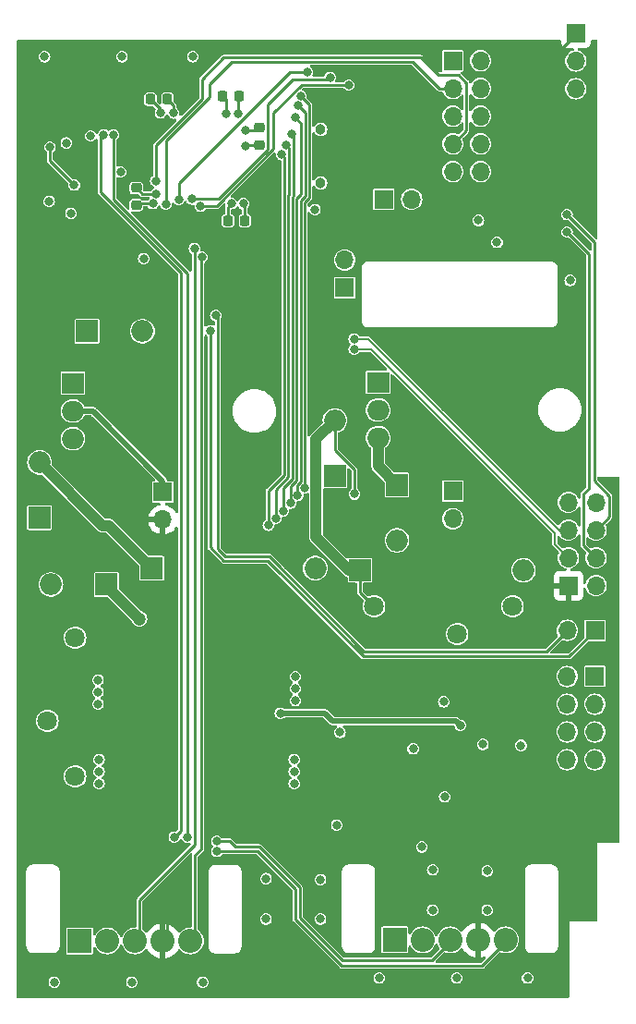
<source format=gbl>
G04 #@! TF.GenerationSoftware,KiCad,Pcbnew,7.0.8-7.0.8~ubuntu22.04.1*
G04 #@! TF.CreationDate,2024-01-26T15:30:58+01:00*
G04 #@! TF.ProjectId,hand,68616e64-2e6b-4696-9361-645f70636258,rev?*
G04 #@! TF.SameCoordinates,Original*
G04 #@! TF.FileFunction,Copper,L4,Bot*
G04 #@! TF.FilePolarity,Positive*
%FSLAX46Y46*%
G04 Gerber Fmt 4.6, Leading zero omitted, Abs format (unit mm)*
G04 Created by KiCad (PCBNEW 7.0.8-7.0.8~ubuntu22.04.1) date 2024-01-26 15:30:58*
%MOMM*%
%LPD*%
G01*
G04 APERTURE LIST*
G04 Aperture macros list*
%AMRoundRect*
0 Rectangle with rounded corners*
0 $1 Rounding radius*
0 $2 $3 $4 $5 $6 $7 $8 $9 X,Y pos of 4 corners*
0 Add a 4 corners polygon primitive as box body*
4,1,4,$2,$3,$4,$5,$6,$7,$8,$9,$2,$3,0*
0 Add four circle primitives for the rounded corners*
1,1,$1+$1,$2,$3*
1,1,$1+$1,$4,$5*
1,1,$1+$1,$6,$7*
1,1,$1+$1,$8,$9*
0 Add four rect primitives between the rounded corners*
20,1,$1+$1,$2,$3,$4,$5,0*
20,1,$1+$1,$4,$5,$6,$7,0*
20,1,$1+$1,$6,$7,$8,$9,0*
20,1,$1+$1,$8,$9,$2,$3,0*%
G04 Aperture macros list end*
G04 #@! TA.AperFunction,ComponentPad*
%ADD10R,2.000000X2.000000*%
G04 #@! TD*
G04 #@! TA.AperFunction,ComponentPad*
%ADD11O,2.000000X2.000000*%
G04 #@! TD*
G04 #@! TA.AperFunction,ComponentPad*
%ADD12R,2.000000X1.905000*%
G04 #@! TD*
G04 #@! TA.AperFunction,ComponentPad*
%ADD13O,2.000000X1.905000*%
G04 #@! TD*
G04 #@! TA.AperFunction,ComponentPad*
%ADD14C,1.800000*%
G04 #@! TD*
G04 #@! TA.AperFunction,ComponentPad*
%ADD15R,2.200000X2.200000*%
G04 #@! TD*
G04 #@! TA.AperFunction,ComponentPad*
%ADD16O,2.200000X2.200000*%
G04 #@! TD*
G04 #@! TA.AperFunction,ComponentPad*
%ADD17C,0.965200*%
G04 #@! TD*
G04 #@! TA.AperFunction,ComponentPad*
%ADD18R,1.700000X1.700000*%
G04 #@! TD*
G04 #@! TA.AperFunction,ComponentPad*
%ADD19O,1.700000X1.700000*%
G04 #@! TD*
G04 #@! TA.AperFunction,SMDPad,CuDef*
%ADD20RoundRect,0.225000X-0.225000X-0.250000X0.225000X-0.250000X0.225000X0.250000X-0.225000X0.250000X0*%
G04 #@! TD*
G04 #@! TA.AperFunction,SMDPad,CuDef*
%ADD21RoundRect,0.225000X0.225000X0.250000X-0.225000X0.250000X-0.225000X-0.250000X0.225000X-0.250000X0*%
G04 #@! TD*
G04 #@! TA.AperFunction,SMDPad,CuDef*
%ADD22RoundRect,0.225000X0.250000X-0.225000X0.250000X0.225000X-0.250000X0.225000X-0.250000X-0.225000X0*%
G04 #@! TD*
G04 #@! TA.AperFunction,SMDPad,CuDef*
%ADD23RoundRect,0.225000X-0.250000X0.225000X-0.250000X-0.225000X0.250000X-0.225000X0.250000X0.225000X0*%
G04 #@! TD*
G04 #@! TA.AperFunction,ViaPad*
%ADD24C,0.800000*%
G04 #@! TD*
G04 #@! TA.AperFunction,ViaPad*
%ADD25C,1.200000*%
G04 #@! TD*
G04 #@! TA.AperFunction,Conductor*
%ADD26C,0.250000*%
G04 #@! TD*
G04 #@! TA.AperFunction,Conductor*
%ADD27C,1.000000*%
G04 #@! TD*
G04 #@! TA.AperFunction,Conductor*
%ADD28C,0.500000*%
G04 #@! TD*
G04 #@! TA.AperFunction,Conductor*
%ADD29C,0.200000*%
G04 #@! TD*
G04 APERTURE END LIST*
D10*
X27725000Y-65141460D03*
D11*
X27725000Y-60061460D03*
D10*
X32100000Y-48061460D03*
D11*
X37180000Y-48061460D03*
D12*
X58795000Y-52721460D03*
D13*
X58795000Y-55261460D03*
X58795000Y-57801460D03*
D14*
X31000000Y-88836460D03*
X28460000Y-83756460D03*
X31000000Y-76136460D03*
D15*
X31410000Y-103911460D03*
D16*
X33950000Y-103911460D03*
X36490000Y-103911460D03*
X39030000Y-103911460D03*
X41570000Y-103911460D03*
D12*
X30795000Y-52821460D03*
D13*
X30795000Y-55361460D03*
X30795000Y-57901460D03*
D10*
X54825000Y-61301460D03*
D11*
X54825000Y-56221460D03*
D17*
X53525000Y-34461460D03*
X53525000Y-29581459D03*
D18*
X55725000Y-44061460D03*
D19*
X55725000Y-41521460D03*
D18*
X65650000Y-62686460D03*
D19*
X65650000Y-65226460D03*
D14*
X71125000Y-73261460D03*
X66045000Y-75801460D03*
X58425000Y-73261460D03*
D18*
X65660000Y-23281460D03*
D19*
X68200000Y-23281460D03*
X65660000Y-25821460D03*
X68200000Y-25821460D03*
X65660000Y-28361460D03*
X68200000Y-28361460D03*
X65660000Y-30901460D03*
X68200000Y-30901460D03*
X65660000Y-33441460D03*
X68200000Y-33441460D03*
D10*
X60525000Y-62121460D03*
D11*
X60525000Y-67201460D03*
D18*
X39050000Y-62786460D03*
D19*
X39050000Y-65326460D03*
D15*
X60330000Y-103811460D03*
D16*
X62870000Y-103811460D03*
X65410000Y-103811460D03*
X67950000Y-103811460D03*
X70490000Y-103811460D03*
D18*
X59325000Y-35961460D03*
D19*
X61865000Y-35961460D03*
D20*
X45025000Y-37911460D03*
X46575000Y-37911460D03*
D18*
X76250000Y-71361460D03*
D19*
X78790000Y-71361460D03*
X76250000Y-68821460D03*
X78790000Y-68821460D03*
X76250000Y-66281460D03*
X78790000Y-66281460D03*
X76250000Y-63741460D03*
X78790000Y-63741460D03*
D18*
X78665000Y-79681460D03*
D19*
X76125000Y-79681460D03*
X78665000Y-82221460D03*
X76125000Y-82221460D03*
X78665000Y-84761460D03*
X76125000Y-84761460D03*
X78665000Y-87301460D03*
X76125000Y-87301460D03*
D18*
X76925000Y-20761460D03*
D19*
X76925000Y-23301460D03*
X76925000Y-25841460D03*
D21*
X46075000Y-26511460D03*
X44525000Y-26511460D03*
D10*
X38025000Y-69761460D03*
D11*
X53025000Y-69761460D03*
D10*
X33865000Y-71261460D03*
D11*
X28785000Y-71261460D03*
D22*
X47900000Y-30986460D03*
X47900000Y-29436460D03*
D18*
X78700000Y-75461460D03*
D19*
X76160000Y-75461460D03*
D10*
X57125000Y-69961460D03*
D11*
X72125000Y-69961460D03*
D23*
X36600000Y-34936460D03*
X36600000Y-36486460D03*
D21*
X39475000Y-26811460D03*
X37925000Y-26811460D03*
D24*
X55000000Y-93300000D03*
X46600000Y-29661460D03*
X69700000Y-39900000D03*
X30625000Y-37261460D03*
X37300000Y-41400000D03*
X38825000Y-28061460D03*
X44825000Y-28161460D03*
X46425000Y-36361460D03*
X38125000Y-36361460D03*
X55300000Y-84800000D03*
X30200000Y-30800000D03*
X53500000Y-98300000D03*
X36200000Y-107700000D03*
X41800000Y-22900000D03*
X51100000Y-87300000D03*
X29100000Y-107700000D03*
X68800000Y-97500000D03*
X62800000Y-95300000D03*
X33100000Y-80000000D03*
X35176500Y-33461460D03*
X51200000Y-80800000D03*
X33200000Y-88400000D03*
X33100000Y-81100000D03*
X28200000Y-22900000D03*
X68400000Y-85900000D03*
X46600000Y-31100000D03*
X72500000Y-107300000D03*
X42700000Y-107700000D03*
X40025000Y-28061460D03*
X51100000Y-89500000D03*
X48500000Y-101900000D03*
X51200000Y-81900000D03*
X64900000Y-90700000D03*
X33200000Y-89500000D03*
X51100000Y-88400000D03*
X68000000Y-37900000D03*
X66000000Y-107300000D03*
X68800000Y-101100000D03*
X45325000Y-36361460D03*
X71900000Y-86000000D03*
X76400000Y-43400000D03*
X53500000Y-101900000D03*
X58900000Y-107300000D03*
X63800000Y-101100000D03*
X32425000Y-30161460D03*
X53000000Y-36900000D03*
X28625000Y-36161460D03*
X51200000Y-79700000D03*
X35300000Y-22900000D03*
X62000000Y-86300000D03*
X45925000Y-28161460D03*
X33100000Y-82200000D03*
X33200000Y-87300000D03*
X48500000Y-98200000D03*
X63800000Y-97400000D03*
X38425000Y-35461460D03*
X64800000Y-82000000D03*
X56625000Y-62961460D03*
X49825000Y-83061460D03*
D25*
X36900000Y-74400000D03*
D24*
X66325000Y-84161460D03*
X68000000Y-39300000D03*
X48800000Y-52000000D03*
X46900000Y-67200000D03*
X36300000Y-97300000D03*
X39300000Y-100300000D03*
X53400000Y-52000000D03*
X44000000Y-71900000D03*
X76125000Y-38961460D03*
X76125000Y-37361460D03*
X51700000Y-26500000D03*
X52073500Y-62400000D03*
X51475290Y-27398839D03*
X51400000Y-63100000D03*
X51178638Y-28500000D03*
X50748500Y-63800000D03*
X50900000Y-30000000D03*
X50096500Y-64500000D03*
X49400000Y-65200000D03*
X50370212Y-31034996D03*
X48718482Y-65827645D03*
X49948500Y-31859960D03*
X54400000Y-24800000D03*
X41700000Y-35948500D03*
X56100000Y-25500000D03*
X42500000Y-36600000D03*
X52300000Y-24300000D03*
X40500000Y-36000000D03*
X41948500Y-40461460D03*
X42625000Y-41261460D03*
X41297000Y-94400000D03*
X34525000Y-30061460D03*
X44000000Y-94773497D03*
X33598497Y-30061460D03*
X40100000Y-94400000D03*
X44000000Y-95700000D03*
X43900000Y-46600000D03*
X43400000Y-48000000D03*
X56600000Y-48773500D03*
X56600000Y-49700000D03*
X39318230Y-36418230D03*
X38400000Y-34300000D03*
X28700000Y-31200000D03*
X30925000Y-34661460D03*
D26*
X46575000Y-36511460D02*
X46575000Y-37911460D01*
X38825000Y-28061460D02*
X38825000Y-27711460D01*
X46600000Y-29661460D02*
X47675000Y-29661460D01*
X47675000Y-29661460D02*
X47900000Y-29436460D01*
X44825000Y-26811460D02*
X44525000Y-26511460D01*
X46425000Y-36361460D02*
X46575000Y-36511460D01*
X38825000Y-27711460D02*
X37925000Y-26811460D01*
X44825000Y-28161460D02*
X44825000Y-26811460D01*
X36725000Y-36361460D02*
X36600000Y-36486460D01*
X38125000Y-36361460D02*
X36725000Y-36361460D01*
X45925000Y-26661460D02*
X46075000Y-26511460D01*
X45025000Y-36661460D02*
X45025000Y-37911460D01*
X45325000Y-36361460D02*
X45025000Y-36661460D01*
X46600000Y-31100000D02*
X46713540Y-30986460D01*
X38425000Y-35461460D02*
X37125000Y-35461460D01*
X46713540Y-30986460D02*
X47900000Y-30986460D01*
X40025000Y-28061460D02*
X40025000Y-27361460D01*
X37125000Y-35461460D02*
X36600000Y-34936460D01*
X45925000Y-28161460D02*
X45925000Y-26661460D01*
X40025000Y-27361460D02*
X39475000Y-26811460D01*
X54825000Y-58945078D02*
X54825000Y-56221460D01*
D27*
X53100000Y-66936460D02*
X53100000Y-57946460D01*
X56125000Y-69961460D02*
X53100000Y-66936460D01*
D26*
X58425000Y-73261460D02*
X57125000Y-71961460D01*
X56625000Y-62961460D02*
X56625000Y-60745078D01*
D27*
X53100000Y-57946460D02*
X54825000Y-56221460D01*
X57125000Y-69961460D02*
X56125000Y-69961460D01*
D26*
X56625000Y-60745078D02*
X54825000Y-58945078D01*
X57125000Y-71961460D02*
X57125000Y-69961460D01*
D27*
X33525000Y-65861460D02*
X27725000Y-60061460D01*
X34125000Y-65861460D02*
X33525000Y-65861460D01*
X38025000Y-69761460D02*
X34125000Y-65861460D01*
X58795000Y-57801460D02*
X58795000Y-60391460D01*
D28*
X54625000Y-83761460D02*
X53925000Y-83061460D01*
X65925000Y-83761460D02*
X54625000Y-83761460D01*
D27*
X33865000Y-71261460D02*
X33865000Y-71365000D01*
X58795000Y-60391460D02*
X60525000Y-62121460D01*
D28*
X53925000Y-83061460D02*
X49825000Y-83061460D01*
X66325000Y-84161460D02*
X65925000Y-83761460D01*
D27*
X33865000Y-71365000D02*
X36900000Y-74400000D01*
D28*
X32625000Y-55361460D02*
X30795000Y-55361460D01*
X39050000Y-62786460D02*
X39050000Y-61786460D01*
X39050000Y-61786460D02*
X32625000Y-55361460D01*
D26*
X76925000Y-20761460D02*
X76925000Y-20875000D01*
X39430000Y-103911460D02*
X39430000Y-100430000D01*
X76925000Y-20875000D02*
X75000000Y-22800000D01*
X39430000Y-100430000D02*
X39300000Y-100300000D01*
X78125000Y-62461460D02*
X77625000Y-62961460D01*
X78125000Y-40961460D02*
X78125000Y-62461460D01*
X77625000Y-62961460D02*
X77625000Y-67656460D01*
X77625000Y-67656460D02*
X78790000Y-68821460D01*
X76125000Y-38961460D02*
X78125000Y-40961460D01*
X78625000Y-39861460D02*
X78625000Y-61761460D01*
X80025000Y-63161460D02*
X80025000Y-65046460D01*
X76125000Y-37361460D02*
X78625000Y-39861460D01*
X80025000Y-65046460D02*
X78790000Y-66281460D01*
X78625000Y-61761460D02*
X80025000Y-63161460D01*
X52073500Y-36226500D02*
X52073500Y-62400000D01*
X51700000Y-26500000D02*
X52500000Y-27300000D01*
X52500000Y-27300000D02*
X52500000Y-35800000D01*
X52500000Y-35800000D02*
X52073500Y-36226500D01*
X51400000Y-62151432D02*
X51400000Y-63100000D01*
X51696500Y-61854932D02*
X51400000Y-62151432D01*
X51475290Y-27398839D02*
X52123000Y-28046549D01*
X52123000Y-35643842D02*
X51696500Y-36070341D01*
X51696500Y-36070341D02*
X51696500Y-61854932D01*
X52123000Y-28046549D02*
X52123000Y-35643842D01*
X51178638Y-28500000D02*
X51200000Y-28500000D01*
X51746000Y-35487684D02*
X51319500Y-35914182D01*
X50748500Y-62269774D02*
X50748500Y-63800000D01*
X51319500Y-61698774D02*
X50748500Y-62269774D01*
X51746000Y-29046000D02*
X51746000Y-35487684D01*
X51319500Y-35914182D02*
X51319500Y-61698774D01*
X51200000Y-28500000D02*
X51746000Y-29046000D01*
X50942500Y-35758023D02*
X51022212Y-35678311D01*
X50096500Y-64500000D02*
X50096500Y-62388616D01*
X51022212Y-35678311D02*
X51022212Y-31422212D01*
X51022212Y-31377788D02*
X51022212Y-30122212D01*
X50096500Y-62388616D02*
X50942500Y-61542616D01*
X51022212Y-30122212D02*
X50900000Y-30000000D01*
X50942500Y-61542616D02*
X50942500Y-35758023D01*
X50565500Y-61386458D02*
X50565500Y-35601864D01*
X49400000Y-65200000D02*
X49400000Y-62551958D01*
X50600000Y-35567364D02*
X50600000Y-31264784D01*
X50565500Y-35601864D02*
X50600000Y-35567364D01*
X49400000Y-62551958D02*
X50565500Y-61386458D01*
X50600000Y-31264784D02*
X50370212Y-31034996D01*
X50223000Y-32134460D02*
X49948500Y-31859960D01*
X50188500Y-61230300D02*
X50188500Y-35445705D01*
X50188500Y-35445705D02*
X50223000Y-35411204D01*
X48718482Y-65827645D02*
X48718482Y-62700318D01*
X50223000Y-35411204D02*
X50223000Y-32134460D01*
X48718482Y-62700318D02*
X50188500Y-61230300D01*
X48627000Y-27273000D02*
X50948000Y-24952000D01*
X54248000Y-24952000D02*
X54400000Y-24800000D01*
X44136042Y-35900000D02*
X48627000Y-31409042D01*
X41748500Y-35900000D02*
X44136042Y-35900000D01*
X41700000Y-35948500D02*
X41748500Y-35900000D01*
X48627000Y-31409042D02*
X48627000Y-27273000D01*
X50948000Y-24952000D02*
X54248000Y-24952000D01*
X51777932Y-25500000D02*
X56100000Y-25500000D01*
X49200000Y-31369200D02*
X49200000Y-28077932D01*
X42500000Y-36600000D02*
X43969200Y-36600000D01*
X43969200Y-36600000D02*
X49200000Y-31369200D01*
X49200000Y-28077932D02*
X51777932Y-25500000D01*
X40500000Y-36000000D02*
X40500000Y-34508528D01*
X46577000Y-28431528D02*
X46577000Y-28423000D01*
X40500000Y-34508528D02*
X46577000Y-28431528D01*
X50700000Y-24300000D02*
X52300000Y-24300000D01*
X46577000Y-28423000D02*
X50700000Y-24300000D01*
X41948500Y-95094730D02*
X36890000Y-100153230D01*
X36890000Y-100153230D02*
X36890000Y-103911460D01*
X41948500Y-40461460D02*
X41948500Y-95094730D01*
X42600000Y-41286460D02*
X42600000Y-95474454D01*
X42625000Y-41261460D02*
X42600000Y-41286460D01*
X42600000Y-95474454D02*
X41970000Y-96104454D01*
X41970000Y-96104454D02*
X41970000Y-103911460D01*
X41297000Y-94400000D02*
X41300000Y-94397000D01*
X47900000Y-95300000D02*
X51600000Y-99000000D01*
X34525000Y-35961460D02*
X34525000Y-30061460D01*
X55508618Y-105675460D02*
X63746000Y-105675460D01*
X45173497Y-94773497D02*
X45700000Y-95300000D01*
X41300000Y-42736460D02*
X34525000Y-35961460D01*
X51600000Y-101766842D02*
X55508618Y-105675460D01*
X41300000Y-94397000D02*
X41300000Y-42736460D01*
X44000000Y-94773497D02*
X45173497Y-94773497D01*
X63746000Y-105675460D02*
X65610000Y-103811460D01*
X51600000Y-99000000D02*
X51600000Y-101766842D01*
X45700000Y-95300000D02*
X47900000Y-95300000D01*
X51223000Y-99156158D02*
X51223000Y-101923001D01*
X44000000Y-95700000D02*
X47766842Y-95700000D01*
X51223000Y-101923001D02*
X55461459Y-106161460D01*
X40700000Y-42669618D02*
X33325000Y-35294618D01*
X68340000Y-106161460D02*
X70690000Y-103811460D01*
X33325000Y-30334957D02*
X33598497Y-30061460D01*
X40100000Y-94400000D02*
X40700000Y-93800000D01*
X55461459Y-106161460D02*
X68340000Y-106161460D01*
X33325000Y-35294618D02*
X33325000Y-30334957D01*
X40700000Y-93800000D02*
X40700000Y-42669618D01*
X47766842Y-95700000D02*
X51223000Y-99156158D01*
X43900000Y-46600000D02*
X44100000Y-46800000D01*
X57461460Y-77361460D02*
X74260000Y-77361460D01*
X44100000Y-68036460D02*
X44763540Y-68700000D01*
X48800000Y-68700000D02*
X57461460Y-77361460D01*
X74260000Y-77361460D02*
X76160000Y-75461460D01*
X44100000Y-46800000D02*
X44100000Y-68036460D01*
X44763540Y-68700000D02*
X48800000Y-68700000D01*
X76300000Y-77861460D02*
X78700000Y-75461460D01*
X48643842Y-69077000D02*
X57428302Y-77861460D01*
X43400000Y-48000000D02*
X43400000Y-67869618D01*
X43400000Y-67869618D02*
X44607382Y-69077000D01*
X44607382Y-69077000D02*
X48643842Y-69077000D01*
X57428302Y-77861460D02*
X76300000Y-77861460D01*
D29*
X57892040Y-48773500D02*
X75400000Y-66281460D01*
X56600000Y-48773500D02*
X57892040Y-48773500D01*
X75400000Y-66281460D02*
X76250000Y-66281460D01*
X75000000Y-67571460D02*
X76250000Y-68821460D01*
X56600000Y-49700000D02*
X58163540Y-49700000D01*
X75000000Y-66536460D02*
X75000000Y-67571460D01*
X58163540Y-49700000D02*
X75000000Y-66536460D01*
D26*
X43300000Y-26633158D02*
X43300000Y-25400000D01*
X45323000Y-23377000D02*
X61977000Y-23377000D01*
X43300000Y-25400000D02*
X45323000Y-23377000D01*
X61977000Y-23377000D02*
X64421460Y-25821460D01*
X64421460Y-25821460D02*
X65660000Y-25821460D01*
X39318230Y-30614928D02*
X43300000Y-26633158D01*
X39318230Y-36418230D02*
X39318230Y-30614928D01*
X38400000Y-34300000D02*
X38400000Y-31000000D01*
X66900000Y-25300000D02*
X66900000Y-29661460D01*
X66200000Y-24600000D02*
X66900000Y-25300000D01*
X62700000Y-23000000D02*
X64300000Y-24600000D01*
X44600000Y-23000000D02*
X62700000Y-23000000D01*
X38400000Y-31000000D02*
X42648418Y-26751582D01*
X42648418Y-26751582D02*
X42648418Y-24951582D01*
X66900000Y-29661460D02*
X65660000Y-30901460D01*
X42648418Y-24951582D02*
X44600000Y-23000000D01*
X64300000Y-24600000D02*
X66200000Y-24600000D01*
X28700000Y-31200000D02*
X28700000Y-32436460D01*
X28700000Y-32436460D02*
X30925000Y-34661460D01*
G04 #@! TA.AperFunction,Conductor*
G36*
X68200000Y-105396731D02*
G01*
X68201067Y-105396648D01*
X68445954Y-105337856D01*
X68485529Y-105321464D01*
X68554998Y-105313995D01*
X68617478Y-105345269D01*
X68653131Y-105405358D01*
X68650638Y-105475183D01*
X68620664Y-105523706D01*
X68271730Y-105872641D01*
X68210407Y-105906126D01*
X68184049Y-105908960D01*
X64168950Y-105908960D01*
X64101911Y-105889275D01*
X64056156Y-105836471D01*
X64046212Y-105767313D01*
X64075237Y-105703757D01*
X64081269Y-105697279D01*
X64440692Y-105337856D01*
X64804854Y-104973693D01*
X64866175Y-104940210D01*
X64935866Y-104945194D01*
X64944933Y-104948992D01*
X64988567Y-104969339D01*
X64988572Y-104969340D01*
X64988574Y-104969341D01*
X65038508Y-104982720D01*
X65196033Y-105024929D01*
X65367206Y-105039905D01*
X65409999Y-105043649D01*
X65410000Y-105043649D01*
X65410001Y-105043649D01*
X65445661Y-105040529D01*
X65623967Y-105024929D01*
X65831433Y-104969339D01*
X66026095Y-104878567D01*
X66202036Y-104755372D01*
X66353912Y-104603496D01*
X66354710Y-104602356D01*
X66355194Y-104601969D01*
X66357391Y-104599351D01*
X66357917Y-104599792D01*
X66409284Y-104558729D01*
X66478782Y-104551532D01*
X66541138Y-104583051D01*
X66562015Y-104608685D01*
X66651568Y-104754822D01*
X66651571Y-104754827D01*
X66815130Y-104946329D01*
X67006632Y-105109888D01*
X67006637Y-105109891D01*
X67221368Y-105241479D01*
X67454043Y-105337856D01*
X67698932Y-105396648D01*
X67699999Y-105396731D01*
X67700000Y-105396731D01*
X67700000Y-104522985D01*
X67862338Y-104561460D01*
X67993684Y-104561460D01*
X68124139Y-104546212D01*
X68200000Y-104518600D01*
X68200000Y-105396731D01*
G37*
G04 #@! TD.AperFunction*
G04 #@! TA.AperFunction,Conductor*
G36*
X41660197Y-95842634D02*
G01*
X41716130Y-95884506D01*
X41740547Y-95949970D01*
X41735524Y-95994811D01*
X41730368Y-96011806D01*
X41729767Y-96017912D01*
X41712552Y-96104453D01*
X41715117Y-96117346D01*
X41717500Y-96141540D01*
X41717500Y-102556853D01*
X41697815Y-102623892D01*
X41645011Y-102669647D01*
X41582695Y-102680381D01*
X41570005Y-102679271D01*
X41569999Y-102679271D01*
X41356037Y-102697990D01*
X41356027Y-102697992D01*
X41148574Y-102753578D01*
X41148565Y-102753582D01*
X40953907Y-102844352D01*
X40953905Y-102844353D01*
X40777961Y-102967549D01*
X40626086Y-103119424D01*
X40625275Y-103120583D01*
X40624787Y-103120972D01*
X40622609Y-103123569D01*
X40622086Y-103123130D01*
X40570692Y-103164199D01*
X40501192Y-103171382D01*
X40438842Y-103139850D01*
X40417983Y-103114233D01*
X40328429Y-102968093D01*
X40328428Y-102968092D01*
X40164869Y-102776590D01*
X39973367Y-102613031D01*
X39973362Y-102613028D01*
X39758631Y-102481440D01*
X39525956Y-102385063D01*
X39281064Y-102326271D01*
X39280000Y-102326186D01*
X39280000Y-103199934D01*
X39117662Y-103161460D01*
X38986316Y-103161460D01*
X38855861Y-103176708D01*
X38780000Y-103204319D01*
X38780000Y-102326186D01*
X38778935Y-102326271D01*
X38534043Y-102385063D01*
X38301368Y-102481440D01*
X38086637Y-102613028D01*
X38086632Y-102613031D01*
X37895130Y-102776590D01*
X37731571Y-102968092D01*
X37731567Y-102968097D01*
X37642015Y-103114234D01*
X37590203Y-103161109D01*
X37521274Y-103172532D01*
X37457111Y-103144875D01*
X37437440Y-103123527D01*
X37437391Y-103123569D01*
X37436500Y-103122507D01*
X37434715Y-103120570D01*
X37433911Y-103119422D01*
X37282040Y-102967551D01*
X37195376Y-102906868D01*
X37151752Y-102852291D01*
X37142500Y-102805293D01*
X37142500Y-100309180D01*
X37162185Y-100242141D01*
X37178814Y-100221504D01*
X41529184Y-95871133D01*
X41590505Y-95837650D01*
X41660197Y-95842634D01*
G37*
G04 #@! TD.AperFunction*
G04 #@! TA.AperFunction,Conductor*
G36*
X75518039Y-21381145D02*
G01*
X75563794Y-21433949D01*
X75575000Y-21485460D01*
X75575000Y-21659304D01*
X75581401Y-21718832D01*
X75581403Y-21718839D01*
X75631645Y-21853546D01*
X75631649Y-21853553D01*
X75717809Y-21968647D01*
X75717812Y-21968650D01*
X75832906Y-22054810D01*
X75832913Y-22054814D01*
X75967620Y-22105056D01*
X75967627Y-22105058D01*
X76027155Y-22111459D01*
X76027172Y-22111460D01*
X76644578Y-22111460D01*
X76711617Y-22131145D01*
X76757372Y-22183949D01*
X76767316Y-22253107D01*
X76738291Y-22316663D01*
X76680574Y-22354120D01*
X76549115Y-22393998D01*
X76379307Y-22484762D01*
X76379300Y-22484766D01*
X76230458Y-22606918D01*
X76108306Y-22755760D01*
X76108302Y-22755767D01*
X76017538Y-22925575D01*
X75961643Y-23109833D01*
X75942770Y-23301460D01*
X75961643Y-23493086D01*
X76017538Y-23677344D01*
X76108302Y-23847152D01*
X76108306Y-23847159D01*
X76230458Y-23996001D01*
X76379300Y-24118153D01*
X76379307Y-24118157D01*
X76519675Y-24193185D01*
X76549117Y-24208922D01*
X76733376Y-24264817D01*
X76925000Y-24283690D01*
X77116624Y-24264817D01*
X77300883Y-24208922D01*
X77470698Y-24118154D01*
X77619541Y-23996001D01*
X77741694Y-23847158D01*
X77832462Y-23677343D01*
X77888357Y-23493084D01*
X77907230Y-23301460D01*
X77888357Y-23109836D01*
X77832462Y-22925577D01*
X77774938Y-22817957D01*
X77741697Y-22755767D01*
X77741693Y-22755760D01*
X77619541Y-22606918D01*
X77470699Y-22484766D01*
X77470692Y-22484762D01*
X77300884Y-22393998D01*
X77169426Y-22354120D01*
X77110988Y-22315823D01*
X77082531Y-22252010D01*
X77093092Y-22182943D01*
X77139317Y-22130550D01*
X77205422Y-22111460D01*
X77822828Y-22111460D01*
X77822844Y-22111459D01*
X77882372Y-22105058D01*
X77882379Y-22105056D01*
X78017086Y-22054814D01*
X78017093Y-22054810D01*
X78132187Y-21968650D01*
X78132190Y-21968647D01*
X78218350Y-21853553D01*
X78218354Y-21853546D01*
X78268596Y-21718839D01*
X78268598Y-21718832D01*
X78274999Y-21659304D01*
X78275000Y-21659287D01*
X78275000Y-21485460D01*
X78294685Y-21418421D01*
X78347489Y-21372666D01*
X78399000Y-21361460D01*
X78801000Y-21361460D01*
X78868039Y-21381145D01*
X78913794Y-21433949D01*
X78925000Y-21485460D01*
X78925000Y-39505009D01*
X78905315Y-39572048D01*
X78852511Y-39617803D01*
X78783353Y-39627747D01*
X78719797Y-39598722D01*
X78713319Y-39592690D01*
X76679937Y-37559308D01*
X76646452Y-37497985D01*
X76644679Y-37455442D01*
X76644896Y-37453798D01*
X76657052Y-37361460D01*
X76656961Y-37360772D01*
X76638923Y-37223756D01*
X76638921Y-37223751D01*
X76633345Y-37210290D01*
X76585771Y-37095434D01*
X76501218Y-36985242D01*
X76391026Y-36900689D01*
X76391025Y-36900688D01*
X76391023Y-36900687D01*
X76262708Y-36847538D01*
X76262703Y-36847536D01*
X76125001Y-36829408D01*
X76124999Y-36829408D01*
X75987296Y-36847536D01*
X75987291Y-36847538D01*
X75858976Y-36900687D01*
X75748782Y-36985242D01*
X75664227Y-37095436D01*
X75611078Y-37223751D01*
X75611076Y-37223756D01*
X75592948Y-37361458D01*
X75592948Y-37361461D01*
X75611076Y-37499163D01*
X75611078Y-37499168D01*
X75664227Y-37627483D01*
X75664228Y-37627485D01*
X75664229Y-37627486D01*
X75748782Y-37737678D01*
X75858974Y-37822231D01*
X75987295Y-37875383D01*
X76031017Y-37881139D01*
X76124999Y-37893512D01*
X76125000Y-37893512D01*
X76125001Y-37893512D01*
X76165169Y-37888223D01*
X76218982Y-37881139D01*
X76288017Y-37891904D01*
X76322848Y-37916397D01*
X78336181Y-39929730D01*
X78369666Y-39991053D01*
X78372500Y-40017411D01*
X78372500Y-40552509D01*
X78352815Y-40619548D01*
X78300011Y-40665303D01*
X78230853Y-40675247D01*
X78167297Y-40646222D01*
X78160819Y-40640190D01*
X76679937Y-39159308D01*
X76646452Y-39097985D01*
X76644679Y-39055442D01*
X76657052Y-38961460D01*
X76657052Y-38961458D01*
X76638923Y-38823756D01*
X76638921Y-38823751D01*
X76585772Y-38695436D01*
X76585771Y-38695435D01*
X76585771Y-38695434D01*
X76501218Y-38585242D01*
X76391026Y-38500689D01*
X76391025Y-38500688D01*
X76391023Y-38500687D01*
X76262708Y-38447538D01*
X76262703Y-38447536D01*
X76125001Y-38429408D01*
X76124999Y-38429408D01*
X75987296Y-38447536D01*
X75987291Y-38447538D01*
X75858976Y-38500687D01*
X75748782Y-38585242D01*
X75664227Y-38695436D01*
X75611078Y-38823751D01*
X75611076Y-38823756D01*
X75592948Y-38961458D01*
X75592948Y-38961461D01*
X75611076Y-39099163D01*
X75611078Y-39099168D01*
X75664227Y-39227483D01*
X75664228Y-39227485D01*
X75664229Y-39227486D01*
X75748782Y-39337678D01*
X75858974Y-39422231D01*
X75987295Y-39475383D01*
X76031017Y-39481139D01*
X76124999Y-39493512D01*
X76125000Y-39493512D01*
X76125001Y-39493512D01*
X76165169Y-39488223D01*
X76218982Y-39481139D01*
X76288017Y-39491904D01*
X76322848Y-39516397D01*
X77836181Y-41029730D01*
X77869666Y-41091053D01*
X77872500Y-41117411D01*
X77872500Y-62305508D01*
X77852815Y-62372547D01*
X77836181Y-62393189D01*
X77472676Y-62756693D01*
X77453892Y-62772109D01*
X77442957Y-62779417D01*
X77413713Y-62823185D01*
X77387149Y-62862941D01*
X77385368Y-62868811D01*
X77384767Y-62874918D01*
X77379675Y-62900515D01*
X77367552Y-62961460D01*
X77368321Y-62965327D01*
X77370117Y-62974352D01*
X77372500Y-62998546D01*
X77372500Y-63272848D01*
X77352815Y-63339887D01*
X77300011Y-63385642D01*
X77230853Y-63395586D01*
X77167297Y-63366561D01*
X77139142Y-63331301D01*
X77066697Y-63195767D01*
X77066693Y-63195760D01*
X76944541Y-63046918D01*
X76795699Y-62924766D01*
X76795692Y-62924762D01*
X76625884Y-62833998D01*
X76441626Y-62778103D01*
X76250000Y-62759230D01*
X76058373Y-62778103D01*
X75874115Y-62833998D01*
X75704307Y-62924762D01*
X75704300Y-62924766D01*
X75555458Y-63046918D01*
X75433306Y-63195760D01*
X75433302Y-63195767D01*
X75342538Y-63365575D01*
X75286643Y-63549833D01*
X75267770Y-63741460D01*
X75286643Y-63933086D01*
X75342538Y-64117344D01*
X75433302Y-64287152D01*
X75433306Y-64287159D01*
X75555458Y-64436001D01*
X75704300Y-64558153D01*
X75704307Y-64558157D01*
X75869565Y-64646489D01*
X75874117Y-64648922D01*
X76058376Y-64704817D01*
X76250000Y-64723690D01*
X76441624Y-64704817D01*
X76625883Y-64648922D01*
X76795698Y-64558154D01*
X76944541Y-64436001D01*
X77066694Y-64287158D01*
X77138478Y-64152860D01*
X77139142Y-64151618D01*
X77188104Y-64101774D01*
X77256241Y-64086313D01*
X77321921Y-64110144D01*
X77364290Y-64165702D01*
X77372500Y-64210071D01*
X77372500Y-65812848D01*
X77352815Y-65879887D01*
X77300011Y-65925642D01*
X77230853Y-65935586D01*
X77167297Y-65906561D01*
X77139142Y-65871301D01*
X77066697Y-65735767D01*
X77066693Y-65735760D01*
X76944541Y-65586918D01*
X76795699Y-65464766D01*
X76795692Y-65464762D01*
X76625884Y-65373998D01*
X76441626Y-65318103D01*
X76250000Y-65299230D01*
X76058373Y-65318103D01*
X75874115Y-65373998D01*
X75704307Y-65464762D01*
X75704300Y-65464766D01*
X75555458Y-65586918D01*
X75433306Y-65735760D01*
X75433304Y-65735764D01*
X75422506Y-65755966D01*
X75373543Y-65805810D01*
X75305405Y-65821270D01*
X75239725Y-65797438D01*
X75225467Y-65785193D01*
X64701735Y-55261461D01*
X73449390Y-55261461D01*
X73469804Y-55546893D01*
X73530628Y-55826497D01*
X73530630Y-55826503D01*
X73530631Y-55826506D01*
X73600337Y-56013395D01*
X73630635Y-56094626D01*
X73767770Y-56345769D01*
X73767775Y-56345777D01*
X73939254Y-56574847D01*
X73939270Y-56574865D01*
X74141594Y-56777189D01*
X74141612Y-56777205D01*
X74370682Y-56948684D01*
X74370690Y-56948689D01*
X74621833Y-57085824D01*
X74621832Y-57085824D01*
X74621836Y-57085825D01*
X74621839Y-57085827D01*
X74889954Y-57185829D01*
X74889960Y-57185830D01*
X74889962Y-57185831D01*
X75169566Y-57246655D01*
X75169568Y-57246655D01*
X75169572Y-57246656D01*
X75383552Y-57261960D01*
X75526448Y-57261960D01*
X75740428Y-57246656D01*
X75793643Y-57235080D01*
X76020037Y-57185831D01*
X76020037Y-57185830D01*
X76020046Y-57185829D01*
X76288161Y-57085827D01*
X76539315Y-56948686D01*
X76768395Y-56777199D01*
X76970739Y-56574855D01*
X77142226Y-56345775D01*
X77279367Y-56094621D01*
X77379369Y-55826506D01*
X77440196Y-55546888D01*
X77460610Y-55261460D01*
X77440196Y-54976032D01*
X77437638Y-54964275D01*
X77379371Y-54696422D01*
X77379370Y-54696420D01*
X77379369Y-54696414D01*
X77279367Y-54428299D01*
X77268643Y-54408660D01*
X77142229Y-54177150D01*
X77142224Y-54177142D01*
X76970745Y-53948072D01*
X76970729Y-53948054D01*
X76768405Y-53745730D01*
X76768387Y-53745714D01*
X76539317Y-53574235D01*
X76539309Y-53574230D01*
X76288166Y-53437095D01*
X76288167Y-53437095D01*
X76180915Y-53397092D01*
X76020046Y-53337091D01*
X76020043Y-53337090D01*
X76020037Y-53337088D01*
X75740433Y-53276264D01*
X75526448Y-53260960D01*
X75383552Y-53260960D01*
X75169566Y-53276264D01*
X74889962Y-53337088D01*
X74621833Y-53437095D01*
X74370690Y-53574230D01*
X74370682Y-53574235D01*
X74141612Y-53745714D01*
X74141594Y-53745730D01*
X73939270Y-53948054D01*
X73939254Y-53948072D01*
X73767775Y-54177142D01*
X73767770Y-54177150D01*
X73630635Y-54428293D01*
X73530628Y-54696422D01*
X73469804Y-54976026D01*
X73449390Y-55261458D01*
X73449390Y-55261461D01*
X64701735Y-55261461D01*
X58058259Y-48617985D01*
X58056024Y-48615630D01*
X58028746Y-48585335D01*
X58009837Y-48576916D01*
X57992742Y-48567634D01*
X57975390Y-48556365D01*
X57975387Y-48556364D01*
X57973336Y-48556040D01*
X57942305Y-48546848D01*
X57940403Y-48546001D01*
X57940397Y-48546000D01*
X57919697Y-48546000D01*
X57900300Y-48544473D01*
X57879868Y-48541237D01*
X57877859Y-48541775D01*
X57845767Y-48546000D01*
X57151483Y-48546000D01*
X57084444Y-48526315D01*
X57053107Y-48497486D01*
X56976219Y-48397283D01*
X56958180Y-48383441D01*
X56866026Y-48312729D01*
X56866025Y-48312728D01*
X56866023Y-48312727D01*
X56737708Y-48259578D01*
X56737703Y-48259576D01*
X56600001Y-48241448D01*
X56599999Y-48241448D01*
X56462296Y-48259576D01*
X56462291Y-48259578D01*
X56333976Y-48312727D01*
X56223782Y-48397282D01*
X56139227Y-48507476D01*
X56086078Y-48635791D01*
X56086076Y-48635796D01*
X56067948Y-48773498D01*
X56067948Y-48773501D01*
X56086076Y-48911203D01*
X56086078Y-48911208D01*
X56139227Y-49039523D01*
X56139228Y-49039525D01*
X56139229Y-49039526D01*
X56223782Y-49149718D01*
X56223784Y-49149719D01*
X56228730Y-49156165D01*
X56227516Y-49157096D01*
X56256618Y-49210392D01*
X56251634Y-49280084D01*
X56228035Y-49316802D01*
X56228730Y-49317335D01*
X56223784Y-49323780D01*
X56223782Y-49323782D01*
X56171564Y-49391834D01*
X56139227Y-49433976D01*
X56086078Y-49562291D01*
X56086076Y-49562296D01*
X56067948Y-49699998D01*
X56067948Y-49700001D01*
X56086076Y-49837703D01*
X56086078Y-49837708D01*
X56139227Y-49966023D01*
X56139228Y-49966025D01*
X56139229Y-49966026D01*
X56223782Y-50076218D01*
X56333974Y-50160771D01*
X56462295Y-50213923D01*
X56531147Y-50222987D01*
X56599999Y-50232052D01*
X56600000Y-50232052D01*
X56600001Y-50232052D01*
X56645901Y-50226009D01*
X56737705Y-50213923D01*
X56866026Y-50160771D01*
X56976218Y-50076218D01*
X57053107Y-49976014D01*
X57109535Y-49934811D01*
X57151483Y-49927500D01*
X58017945Y-49927500D01*
X58084984Y-49947185D01*
X58105626Y-49963819D01*
X59571586Y-51429779D01*
X59605071Y-51491102D01*
X59600087Y-51560794D01*
X59558215Y-51616727D01*
X59492751Y-51641144D01*
X59483905Y-51641460D01*
X57782441Y-51641460D01*
X57745250Y-51648858D01*
X57703077Y-51677037D01*
X57674898Y-51719210D01*
X57667500Y-51756401D01*
X57667500Y-53686518D01*
X57674898Y-53723709D01*
X57703077Y-53765882D01*
X57745250Y-53794061D01*
X57745252Y-53794062D01*
X57773205Y-53799622D01*
X57782441Y-53801460D01*
X57782442Y-53801460D01*
X59807559Y-53801460D01*
X59814957Y-53799988D01*
X59844748Y-53794062D01*
X59886922Y-53765882D01*
X59915102Y-53723708D01*
X59922500Y-53686518D01*
X59922500Y-52080055D01*
X59942185Y-52013016D01*
X59994989Y-51967261D01*
X60064147Y-51957317D01*
X60127703Y-51986342D01*
X60134181Y-51992374D01*
X74736181Y-66594374D01*
X74769666Y-66655697D01*
X74772500Y-66682055D01*
X74772500Y-67563895D01*
X74772415Y-67567140D01*
X74770282Y-67607842D01*
X74770283Y-67607849D01*
X74777698Y-67627167D01*
X74783223Y-67645817D01*
X74787526Y-67666061D01*
X74788750Y-67667745D01*
X74804192Y-67696186D01*
X74804938Y-67698129D01*
X74804940Y-67698133D01*
X74804942Y-67698135D01*
X74819568Y-67712761D01*
X74832206Y-67727557D01*
X74844372Y-67744302D01*
X74846172Y-67745341D01*
X74871856Y-67765049D01*
X75350603Y-68243797D01*
X75384088Y-68305120D01*
X75379104Y-68374812D01*
X75372281Y-68389929D01*
X75342539Y-68445573D01*
X75342536Y-68445580D01*
X75286643Y-68629833D01*
X75267770Y-68821460D01*
X75286643Y-69013086D01*
X75342538Y-69197344D01*
X75433302Y-69367152D01*
X75433306Y-69367159D01*
X75555458Y-69516001D01*
X75704300Y-69638153D01*
X75704307Y-69638157D01*
X75874115Y-69728921D01*
X75874117Y-69728922D01*
X75932255Y-69746558D01*
X76005574Y-69768800D01*
X76064012Y-69807097D01*
X76092469Y-69870910D01*
X76081908Y-69939977D01*
X76035683Y-69992370D01*
X75969578Y-70011460D01*
X75352155Y-70011460D01*
X75292627Y-70017861D01*
X75292620Y-70017863D01*
X75157913Y-70068105D01*
X75157906Y-70068109D01*
X75042812Y-70154269D01*
X75042809Y-70154272D01*
X74956649Y-70269366D01*
X74956645Y-70269373D01*
X74906403Y-70404080D01*
X74906401Y-70404087D01*
X74900000Y-70463615D01*
X74900000Y-71111460D01*
X75816314Y-71111460D01*
X75790507Y-71151616D01*
X75750000Y-71289571D01*
X75750000Y-71433349D01*
X75790507Y-71571304D01*
X75816314Y-71611460D01*
X74900000Y-71611460D01*
X74900000Y-72259304D01*
X74906401Y-72318832D01*
X74906403Y-72318839D01*
X74956645Y-72453546D01*
X74956649Y-72453553D01*
X75042809Y-72568647D01*
X75042812Y-72568650D01*
X75157906Y-72654810D01*
X75157913Y-72654814D01*
X75292620Y-72705056D01*
X75292627Y-72705058D01*
X75352155Y-72711459D01*
X75352172Y-72711460D01*
X76000000Y-72711460D01*
X76000000Y-71796961D01*
X76107685Y-71846140D01*
X76214237Y-71861460D01*
X76285763Y-71861460D01*
X76392315Y-71846140D01*
X76500000Y-71796961D01*
X76500000Y-72711460D01*
X77147828Y-72711460D01*
X77147844Y-72711459D01*
X77207372Y-72705058D01*
X77207379Y-72705056D01*
X77342086Y-72654814D01*
X77342093Y-72654810D01*
X77457187Y-72568650D01*
X77457190Y-72568647D01*
X77543350Y-72453553D01*
X77543354Y-72453546D01*
X77593596Y-72318839D01*
X77593598Y-72318832D01*
X77599999Y-72259304D01*
X77600000Y-72259287D01*
X77600000Y-71641881D01*
X77619685Y-71574842D01*
X77672489Y-71529087D01*
X77741647Y-71519143D01*
X77805203Y-71548168D01*
X77842660Y-71605885D01*
X77882538Y-71737344D01*
X77973302Y-71907152D01*
X77973306Y-71907159D01*
X78095458Y-72056001D01*
X78244300Y-72178153D01*
X78244307Y-72178157D01*
X78376520Y-72248826D01*
X78414117Y-72268922D01*
X78598376Y-72324817D01*
X78790000Y-72343690D01*
X78981624Y-72324817D01*
X79165883Y-72268922D01*
X79335698Y-72178154D01*
X79484541Y-72056001D01*
X79606694Y-71907158D01*
X79697462Y-71737343D01*
X79753357Y-71553084D01*
X79772230Y-71361460D01*
X79753357Y-71169836D01*
X79697462Y-70985577D01*
X79641865Y-70881562D01*
X79606697Y-70815767D01*
X79606693Y-70815760D01*
X79484541Y-70666918D01*
X79335699Y-70544766D01*
X79335692Y-70544762D01*
X79165884Y-70453998D01*
X78981626Y-70398103D01*
X78790000Y-70379230D01*
X78598373Y-70398103D01*
X78414115Y-70453998D01*
X78244307Y-70544762D01*
X78244300Y-70544766D01*
X78095458Y-70666918D01*
X77973306Y-70815760D01*
X77973302Y-70815767D01*
X77882538Y-70985575D01*
X77842660Y-71117034D01*
X77804363Y-71175472D01*
X77740550Y-71203929D01*
X77671483Y-71193368D01*
X77619090Y-71147143D01*
X77600000Y-71081038D01*
X77600000Y-70463632D01*
X77599999Y-70463615D01*
X77593598Y-70404087D01*
X77593596Y-70404080D01*
X77543354Y-70269373D01*
X77543350Y-70269366D01*
X77457190Y-70154272D01*
X77457187Y-70154269D01*
X77342093Y-70068109D01*
X77342086Y-70068105D01*
X77207379Y-70017863D01*
X77207372Y-70017861D01*
X77147844Y-70011460D01*
X76530422Y-70011460D01*
X76463383Y-69991775D01*
X76417628Y-69938971D01*
X76407684Y-69869813D01*
X76436709Y-69806257D01*
X76494426Y-69768800D01*
X76549094Y-69752215D01*
X76625883Y-69728922D01*
X76795698Y-69638154D01*
X76944541Y-69516001D01*
X77066694Y-69367158D01*
X77157462Y-69197343D01*
X77213357Y-69013084D01*
X77232230Y-68821460D01*
X77213357Y-68629836D01*
X77157462Y-68445577D01*
X77139077Y-68411181D01*
X77066697Y-68275767D01*
X77066693Y-68275760D01*
X76944541Y-68126918D01*
X76795699Y-68004766D01*
X76795692Y-68004762D01*
X76625884Y-67913998D01*
X76441626Y-67858103D01*
X76250000Y-67839230D01*
X76058373Y-67858103D01*
X75874120Y-67913996D01*
X75874113Y-67913999D01*
X75818469Y-67943741D01*
X75750066Y-67957982D01*
X75684823Y-67932981D01*
X75672337Y-67922063D01*
X75263819Y-67513545D01*
X75230334Y-67452222D01*
X75227500Y-67425864D01*
X75227500Y-66922939D01*
X75247185Y-66855900D01*
X75299989Y-66810145D01*
X75369147Y-66800201D01*
X75432703Y-66829226D01*
X75447353Y-66844274D01*
X75555458Y-66976001D01*
X75704300Y-67098153D01*
X75704307Y-67098157D01*
X75871739Y-67187651D01*
X75874117Y-67188922D01*
X76058376Y-67244817D01*
X76250000Y-67263690D01*
X76441624Y-67244817D01*
X76625883Y-67188922D01*
X76795698Y-67098154D01*
X76944541Y-66976001D01*
X77066694Y-66827158D01*
X77139142Y-66691618D01*
X77188104Y-66641774D01*
X77256241Y-66626313D01*
X77321921Y-66650144D01*
X77364290Y-66705702D01*
X77372500Y-66750071D01*
X77372500Y-67619373D01*
X77370117Y-67643565D01*
X77367552Y-67656459D01*
X77373742Y-67687575D01*
X77387149Y-67754981D01*
X77415597Y-67797555D01*
X77442957Y-67838503D01*
X77453890Y-67845808D01*
X77472680Y-67861229D01*
X77878288Y-68266837D01*
X77911773Y-68328160D01*
X77906789Y-68397852D01*
X77899967Y-68412969D01*
X77882536Y-68445581D01*
X77826643Y-68629833D01*
X77807770Y-68821460D01*
X77826643Y-69013086D01*
X77882538Y-69197344D01*
X77973302Y-69367152D01*
X77973306Y-69367159D01*
X78095458Y-69516001D01*
X78244300Y-69638153D01*
X78244307Y-69638157D01*
X78414115Y-69728921D01*
X78414117Y-69728922D01*
X78598376Y-69784817D01*
X78790000Y-69803690D01*
X78981624Y-69784817D01*
X79165883Y-69728922D01*
X79335698Y-69638154D01*
X79484541Y-69516001D01*
X79606694Y-69367158D01*
X79697462Y-69197343D01*
X79753357Y-69013084D01*
X79772230Y-68821460D01*
X79753357Y-68629836D01*
X79697462Y-68445577D01*
X79679077Y-68411181D01*
X79606697Y-68275767D01*
X79606693Y-68275760D01*
X79484541Y-68126918D01*
X79335699Y-68004766D01*
X79335692Y-68004762D01*
X79165884Y-67913998D01*
X78981626Y-67858103D01*
X78790000Y-67839230D01*
X78598373Y-67858103D01*
X78414121Y-67913996D01*
X78381509Y-67931427D01*
X78313105Y-67945667D01*
X78247862Y-67920665D01*
X78235377Y-67909748D01*
X77913819Y-67588190D01*
X77880334Y-67526867D01*
X77877500Y-67500509D01*
X77877500Y-67056974D01*
X77897185Y-66989935D01*
X77949989Y-66944180D01*
X78019147Y-66934236D01*
X78082703Y-66963261D01*
X78091029Y-66971815D01*
X78091151Y-66971694D01*
X78095456Y-66975999D01*
X78244300Y-67098153D01*
X78244307Y-67098157D01*
X78411739Y-67187651D01*
X78414117Y-67188922D01*
X78598376Y-67244817D01*
X78790000Y-67263690D01*
X78981624Y-67244817D01*
X79165883Y-67188922D01*
X79335698Y-67098154D01*
X79484541Y-66976001D01*
X79606694Y-66827158D01*
X79697462Y-66657343D01*
X79753357Y-66473084D01*
X79772230Y-66281460D01*
X79753357Y-66089836D01*
X79697462Y-65905577D01*
X79696308Y-65903418D01*
X79680034Y-65872970D01*
X79665792Y-65804567D01*
X79690792Y-65739323D01*
X79701704Y-65726843D01*
X80177322Y-65251225D01*
X80196108Y-65235808D01*
X80207043Y-65228503D01*
X80227664Y-65197641D01*
X80262850Y-65144982D01*
X80277412Y-65071774D01*
X80282448Y-65046458D01*
X80279883Y-65033564D01*
X80277500Y-65009373D01*
X80277500Y-63198546D01*
X80279883Y-63174352D01*
X80282448Y-63161460D01*
X80263503Y-63066223D01*
X80263469Y-63066049D01*
X80262850Y-63062938D01*
X80207043Y-62979417D01*
X80207040Y-62979414D01*
X80196108Y-62972110D01*
X80177318Y-62956689D01*
X78913819Y-61693190D01*
X78880334Y-61631867D01*
X78877500Y-61605509D01*
X78877500Y-61485460D01*
X78897185Y-61418421D01*
X78949989Y-61372666D01*
X79001500Y-61361460D01*
X80801000Y-61361460D01*
X80868039Y-61381145D01*
X80913794Y-61433949D01*
X80925000Y-61485460D01*
X80925000Y-94837460D01*
X80905315Y-94904499D01*
X80852511Y-94950254D01*
X80801000Y-94961460D01*
X78925000Y-94961460D01*
X78925000Y-102037460D01*
X78905315Y-102104499D01*
X78852511Y-102150254D01*
X78801000Y-102161460D01*
X76325000Y-102161460D01*
X76325000Y-109037460D01*
X76305315Y-109104499D01*
X76252511Y-109150254D01*
X76201000Y-109161460D01*
X25749000Y-109161460D01*
X25681961Y-109141775D01*
X25636206Y-109088971D01*
X25625000Y-109037460D01*
X25625000Y-107700001D01*
X28567948Y-107700001D01*
X28586076Y-107837703D01*
X28586078Y-107837708D01*
X28639227Y-107966023D01*
X28639228Y-107966025D01*
X28639229Y-107966026D01*
X28723782Y-108076218D01*
X28833974Y-108160771D01*
X28962295Y-108213923D01*
X29031147Y-108222987D01*
X29099999Y-108232052D01*
X29100000Y-108232052D01*
X29100001Y-108232052D01*
X29145901Y-108226009D01*
X29237705Y-108213923D01*
X29366026Y-108160771D01*
X29476218Y-108076218D01*
X29560771Y-107966026D01*
X29613923Y-107837705D01*
X29632052Y-107700001D01*
X35667948Y-107700001D01*
X35686076Y-107837703D01*
X35686078Y-107837708D01*
X35739227Y-107966023D01*
X35739228Y-107966025D01*
X35739229Y-107966026D01*
X35823782Y-108076218D01*
X35933974Y-108160771D01*
X36062295Y-108213923D01*
X36131147Y-108222987D01*
X36199999Y-108232052D01*
X36200000Y-108232052D01*
X36200001Y-108232052D01*
X36245901Y-108226009D01*
X36337705Y-108213923D01*
X36466026Y-108160771D01*
X36576218Y-108076218D01*
X36660771Y-107966026D01*
X36713923Y-107837705D01*
X36732052Y-107700001D01*
X42167948Y-107700001D01*
X42186076Y-107837703D01*
X42186078Y-107837708D01*
X42239227Y-107966023D01*
X42239228Y-107966025D01*
X42239229Y-107966026D01*
X42323782Y-108076218D01*
X42433974Y-108160771D01*
X42562295Y-108213923D01*
X42631147Y-108222987D01*
X42699999Y-108232052D01*
X42700000Y-108232052D01*
X42700001Y-108232052D01*
X42745901Y-108226009D01*
X42837705Y-108213923D01*
X42966026Y-108160771D01*
X43076218Y-108076218D01*
X43160771Y-107966026D01*
X43213923Y-107837705D01*
X43232052Y-107700000D01*
X43213923Y-107562295D01*
X43162318Y-107437708D01*
X43160772Y-107433976D01*
X43160771Y-107433975D01*
X43160771Y-107433974D01*
X43076218Y-107323782D01*
X43045226Y-107300001D01*
X58367948Y-107300001D01*
X58386076Y-107437703D01*
X58386078Y-107437708D01*
X58439227Y-107566023D01*
X58439228Y-107566025D01*
X58439229Y-107566026D01*
X58523782Y-107676218D01*
X58633974Y-107760771D01*
X58762295Y-107813923D01*
X58831147Y-107822987D01*
X58899999Y-107832052D01*
X58900000Y-107832052D01*
X58900001Y-107832052D01*
X58945901Y-107826009D01*
X59037705Y-107813923D01*
X59166026Y-107760771D01*
X59276218Y-107676218D01*
X59360771Y-107566026D01*
X59413923Y-107437705D01*
X59432052Y-107300001D01*
X65467948Y-107300001D01*
X65486076Y-107437703D01*
X65486078Y-107437708D01*
X65539227Y-107566023D01*
X65539228Y-107566025D01*
X65539229Y-107566026D01*
X65623782Y-107676218D01*
X65733974Y-107760771D01*
X65862295Y-107813923D01*
X65931147Y-107822987D01*
X65999999Y-107832052D01*
X66000000Y-107832052D01*
X66000001Y-107832052D01*
X66045901Y-107826009D01*
X66137705Y-107813923D01*
X66266026Y-107760771D01*
X66376218Y-107676218D01*
X66460771Y-107566026D01*
X66513923Y-107437705D01*
X66532052Y-107300001D01*
X71967948Y-107300001D01*
X71986076Y-107437703D01*
X71986078Y-107437708D01*
X72039227Y-107566023D01*
X72039228Y-107566025D01*
X72039229Y-107566026D01*
X72123782Y-107676218D01*
X72233974Y-107760771D01*
X72362295Y-107813923D01*
X72431147Y-107822987D01*
X72499999Y-107832052D01*
X72500000Y-107832052D01*
X72500001Y-107832052D01*
X72545901Y-107826009D01*
X72637705Y-107813923D01*
X72766026Y-107760771D01*
X72876218Y-107676218D01*
X72960771Y-107566026D01*
X73013923Y-107437705D01*
X73032052Y-107300000D01*
X73024051Y-107239229D01*
X73013923Y-107162296D01*
X73013921Y-107162291D01*
X72960772Y-107033976D01*
X72960771Y-107033975D01*
X72960771Y-107033974D01*
X72876218Y-106923782D01*
X72766026Y-106839229D01*
X72766025Y-106839228D01*
X72766023Y-106839227D01*
X72637708Y-106786078D01*
X72637703Y-106786076D01*
X72500001Y-106767948D01*
X72499999Y-106767948D01*
X72362296Y-106786076D01*
X72362291Y-106786078D01*
X72233976Y-106839227D01*
X72123782Y-106923782D01*
X72039227Y-107033976D01*
X71986078Y-107162291D01*
X71986076Y-107162296D01*
X71967948Y-107299998D01*
X71967948Y-107300001D01*
X66532052Y-107300001D01*
X66532052Y-107300000D01*
X66524051Y-107239229D01*
X66513923Y-107162296D01*
X66513921Y-107162291D01*
X66460772Y-107033976D01*
X66460771Y-107033975D01*
X66460771Y-107033974D01*
X66376218Y-106923782D01*
X66266026Y-106839229D01*
X66266025Y-106839228D01*
X66266023Y-106839227D01*
X66137708Y-106786078D01*
X66137703Y-106786076D01*
X66000001Y-106767948D01*
X65999999Y-106767948D01*
X65862296Y-106786076D01*
X65862291Y-106786078D01*
X65733976Y-106839227D01*
X65623782Y-106923782D01*
X65539227Y-107033976D01*
X65486078Y-107162291D01*
X65486076Y-107162296D01*
X65467948Y-107299998D01*
X65467948Y-107300001D01*
X59432052Y-107300001D01*
X59432052Y-107300000D01*
X59424051Y-107239229D01*
X59413923Y-107162296D01*
X59413921Y-107162291D01*
X59360772Y-107033976D01*
X59360771Y-107033975D01*
X59360771Y-107033974D01*
X59276218Y-106923782D01*
X59166026Y-106839229D01*
X59166025Y-106839228D01*
X59166023Y-106839227D01*
X59037708Y-106786078D01*
X59037703Y-106786076D01*
X58900001Y-106767948D01*
X58899999Y-106767948D01*
X58762296Y-106786076D01*
X58762291Y-106786078D01*
X58633976Y-106839227D01*
X58523782Y-106923782D01*
X58439227Y-107033976D01*
X58386078Y-107162291D01*
X58386076Y-107162296D01*
X58367948Y-107299998D01*
X58367948Y-107300001D01*
X43045226Y-107300001D01*
X42966026Y-107239229D01*
X42966025Y-107239228D01*
X42966023Y-107239227D01*
X42837708Y-107186078D01*
X42837703Y-107186076D01*
X42700001Y-107167948D01*
X42699999Y-107167948D01*
X42562296Y-107186076D01*
X42562291Y-107186078D01*
X42433976Y-107239227D01*
X42323782Y-107323782D01*
X42239227Y-107433976D01*
X42186078Y-107562291D01*
X42186076Y-107562296D01*
X42167948Y-107699998D01*
X42167948Y-107700001D01*
X36732052Y-107700001D01*
X36732052Y-107700000D01*
X36713923Y-107562295D01*
X36662318Y-107437708D01*
X36660772Y-107433976D01*
X36660771Y-107433975D01*
X36660771Y-107433974D01*
X36576218Y-107323782D01*
X36466026Y-107239229D01*
X36466025Y-107239228D01*
X36466023Y-107239227D01*
X36337708Y-107186078D01*
X36337703Y-107186076D01*
X36200001Y-107167948D01*
X36199999Y-107167948D01*
X36062296Y-107186076D01*
X36062291Y-107186078D01*
X35933976Y-107239227D01*
X35823782Y-107323782D01*
X35739227Y-107433976D01*
X35686078Y-107562291D01*
X35686076Y-107562296D01*
X35667948Y-107699998D01*
X35667948Y-107700001D01*
X29632052Y-107700001D01*
X29632052Y-107700000D01*
X29613923Y-107562295D01*
X29562318Y-107437708D01*
X29560772Y-107433976D01*
X29560771Y-107433975D01*
X29560771Y-107433974D01*
X29476218Y-107323782D01*
X29366026Y-107239229D01*
X29366025Y-107239228D01*
X29366023Y-107239227D01*
X29237708Y-107186078D01*
X29237703Y-107186076D01*
X29100001Y-107167948D01*
X29099999Y-107167948D01*
X28962296Y-107186076D01*
X28962291Y-107186078D01*
X28833976Y-107239227D01*
X28723782Y-107323782D01*
X28639227Y-107433976D01*
X28586078Y-107562291D01*
X28586076Y-107562296D01*
X28567948Y-107699998D01*
X28567948Y-107700001D01*
X25625000Y-107700001D01*
X25625000Y-97646389D01*
X26519176Y-97646389D01*
X26519705Y-97651296D01*
X26523036Y-103475588D01*
X26523036Y-104361866D01*
X26523074Y-104362270D01*
X26523074Y-104389905D01*
X26523074Y-104417878D01*
X26525336Y-104429252D01*
X26549520Y-104550855D01*
X26549522Y-104550861D01*
X26595331Y-104661460D01*
X26601406Y-104676128D01*
X26618923Y-104702345D01*
X26676729Y-104788864D01*
X26676731Y-104788866D01*
X26772603Y-104884743D01*
X26885337Y-104960075D01*
X27010602Y-105011966D01*
X27143582Y-105038422D01*
X27186610Y-105038422D01*
X27186616Y-105038424D01*
X27211277Y-105038424D01*
X27211376Y-105038424D01*
X27211876Y-105038424D01*
X28837222Y-105038424D01*
X28837365Y-105038465D01*
X28888624Y-105038463D01*
X28888624Y-105038464D01*
X28956421Y-105038462D01*
X29089410Y-105012004D01*
X29214682Y-104960110D01*
X29327423Y-104884774D01*
X29423300Y-104788892D01*
X29498629Y-104676146D01*
X29550516Y-104550872D01*
X29576966Y-104417881D01*
X29576964Y-104350084D01*
X29576964Y-104349584D01*
X29576964Y-97649236D01*
X29577008Y-97649082D01*
X29577003Y-97597836D01*
X29577004Y-97597836D01*
X29576998Y-97530040D01*
X29550535Y-97397054D01*
X29550534Y-97397053D01*
X29550534Y-97397050D01*
X29550533Y-97397047D01*
X29498642Y-97271791D01*
X29498638Y-97271784D01*
X29423305Y-97159051D01*
X29423298Y-97159044D01*
X29327427Y-97063176D01*
X29289247Y-97037666D01*
X29214679Y-96987843D01*
X29214675Y-96987841D01*
X29214673Y-96987840D01*
X29089408Y-96935953D01*
X29089403Y-96935952D01*
X28956417Y-96909497D01*
X28888624Y-96909496D01*
X28888124Y-96909496D01*
X28841293Y-96909496D01*
X28836310Y-96910031D01*
X27944844Y-96910636D01*
X27195848Y-96910636D01*
X27195438Y-96910674D01*
X27139723Y-96910674D01*
X27139722Y-96910674D01*
X27120877Y-96914421D01*
X27006744Y-96937120D01*
X27006738Y-96937122D01*
X26881478Y-96989003D01*
X26881474Y-96989005D01*
X26881472Y-96989006D01*
X26881469Y-96989007D01*
X26881467Y-96989009D01*
X26768735Y-97064329D01*
X26768732Y-97064332D01*
X26672860Y-97160200D01*
X26672856Y-97160204D01*
X26597525Y-97272936D01*
X26545634Y-97398202D01*
X26519177Y-97531185D01*
X26519176Y-97598976D01*
X26519176Y-97646389D01*
X25625000Y-97646389D01*
X25625000Y-88836460D01*
X29967528Y-88836460D01*
X29987366Y-89037883D01*
X29990549Y-89048376D01*
X30046120Y-89231570D01*
X30046121Y-89231573D01*
X30046122Y-89231574D01*
X30046123Y-89231577D01*
X30141527Y-89410065D01*
X30141531Y-89410072D01*
X30269931Y-89566528D01*
X30426387Y-89694928D01*
X30426394Y-89694932D01*
X30604882Y-89790336D01*
X30604883Y-89790336D01*
X30604890Y-89790340D01*
X30798575Y-89849093D01*
X30798574Y-89849093D01*
X30816634Y-89850871D01*
X31000000Y-89868932D01*
X31201425Y-89849093D01*
X31395110Y-89790340D01*
X31573611Y-89694929D01*
X31730068Y-89566528D01*
X31784665Y-89500001D01*
X32667948Y-89500001D01*
X32686076Y-89637703D01*
X32686078Y-89637708D01*
X32739227Y-89766023D01*
X32739228Y-89766025D01*
X32739229Y-89766026D01*
X32823782Y-89876218D01*
X32933974Y-89960771D01*
X33062295Y-90013923D01*
X33131147Y-90022987D01*
X33199999Y-90032052D01*
X33200000Y-90032052D01*
X33200001Y-90032052D01*
X33245901Y-90026009D01*
X33337705Y-90013923D01*
X33466026Y-89960771D01*
X33576218Y-89876218D01*
X33660771Y-89766026D01*
X33713923Y-89637705D01*
X33732052Y-89500000D01*
X33713923Y-89362295D01*
X33660771Y-89233974D01*
X33576218Y-89123782D01*
X33576216Y-89123781D01*
X33576216Y-89123780D01*
X33528561Y-89087213D01*
X33477945Y-89048374D01*
X33436743Y-88991948D01*
X33432588Y-88922202D01*
X33466800Y-88861282D01*
X33477941Y-88851628D01*
X33576218Y-88776218D01*
X33660771Y-88666026D01*
X33713923Y-88537705D01*
X33732052Y-88400000D01*
X33713923Y-88262295D01*
X33660771Y-88133974D01*
X33576218Y-88023782D01*
X33576216Y-88023781D01*
X33576216Y-88023780D01*
X33516542Y-87977991D01*
X33477945Y-87948374D01*
X33436743Y-87891948D01*
X33432588Y-87822202D01*
X33466800Y-87761282D01*
X33477941Y-87751628D01*
X33576218Y-87676218D01*
X33660771Y-87566026D01*
X33713923Y-87437705D01*
X33732052Y-87300000D01*
X33713923Y-87162295D01*
X33660771Y-87033974D01*
X33576218Y-86923782D01*
X33466026Y-86839229D01*
X33466025Y-86839228D01*
X33466023Y-86839227D01*
X33337708Y-86786078D01*
X33337703Y-86786076D01*
X33200001Y-86767948D01*
X33199999Y-86767948D01*
X33062296Y-86786076D01*
X33062291Y-86786078D01*
X32933976Y-86839227D01*
X32823782Y-86923782D01*
X32739227Y-87033976D01*
X32686078Y-87162291D01*
X32686076Y-87162296D01*
X32667948Y-87299998D01*
X32667948Y-87300001D01*
X32686076Y-87437703D01*
X32686078Y-87437708D01*
X32739227Y-87566023D01*
X32739228Y-87566025D01*
X32739229Y-87566026D01*
X32823782Y-87676218D01*
X32922054Y-87751625D01*
X32963256Y-87808052D01*
X32967411Y-87877798D01*
X32933199Y-87938719D01*
X32922058Y-87948371D01*
X32859987Y-87996001D01*
X32823782Y-88023782D01*
X32739227Y-88133976D01*
X32686078Y-88262291D01*
X32686076Y-88262296D01*
X32667948Y-88399998D01*
X32667948Y-88400001D01*
X32686076Y-88537703D01*
X32686078Y-88537708D01*
X32739227Y-88666023D01*
X32739228Y-88666025D01*
X32739229Y-88666026D01*
X32823782Y-88776218D01*
X32922054Y-88851625D01*
X32963256Y-88908052D01*
X32967411Y-88977798D01*
X32933199Y-89038719D01*
X32922058Y-89048371D01*
X32823785Y-89123780D01*
X32823782Y-89123782D01*
X32739227Y-89233976D01*
X32686078Y-89362291D01*
X32686076Y-89362296D01*
X32667948Y-89499998D01*
X32667948Y-89500001D01*
X31784665Y-89500001D01*
X31858469Y-89410071D01*
X31953880Y-89231570D01*
X32012633Y-89037885D01*
X32032472Y-88836460D01*
X32012633Y-88635035D01*
X31953880Y-88441350D01*
X31953876Y-88441342D01*
X31858472Y-88262854D01*
X31858468Y-88262847D01*
X31730068Y-88106391D01*
X31573612Y-87977991D01*
X31573605Y-87977987D01*
X31395117Y-87882583D01*
X31395114Y-87882582D01*
X31395113Y-87882581D01*
X31395110Y-87882580D01*
X31201425Y-87823827D01*
X31201423Y-87823826D01*
X31201425Y-87823826D01*
X31000000Y-87803988D01*
X30798576Y-87823826D01*
X30684217Y-87858516D01*
X30604890Y-87882580D01*
X30604887Y-87882581D01*
X30604885Y-87882582D01*
X30604882Y-87882583D01*
X30426394Y-87977987D01*
X30426387Y-87977991D01*
X30269931Y-88106391D01*
X30141531Y-88262847D01*
X30141527Y-88262854D01*
X30046123Y-88441342D01*
X30046122Y-88441345D01*
X29987366Y-88635036D01*
X29967528Y-88836460D01*
X25625000Y-88836460D01*
X25625000Y-83756460D01*
X27427528Y-83756460D01*
X27447366Y-83957883D01*
X27447367Y-83957885D01*
X27506120Y-84151570D01*
X27506121Y-84151573D01*
X27506122Y-84151574D01*
X27506123Y-84151577D01*
X27601527Y-84330065D01*
X27601531Y-84330072D01*
X27729931Y-84486528D01*
X27886387Y-84614928D01*
X27886394Y-84614932D01*
X28064882Y-84710336D01*
X28064883Y-84710336D01*
X28064890Y-84710340D01*
X28258575Y-84769093D01*
X28258574Y-84769093D01*
X28276634Y-84770871D01*
X28460000Y-84788932D01*
X28661425Y-84769093D01*
X28855110Y-84710340D01*
X29033611Y-84614929D01*
X29190068Y-84486528D01*
X29318469Y-84330071D01*
X29413880Y-84151570D01*
X29472633Y-83957885D01*
X29492472Y-83756460D01*
X29472633Y-83555035D01*
X29413880Y-83361350D01*
X29413876Y-83361342D01*
X29318472Y-83182854D01*
X29318468Y-83182847D01*
X29190068Y-83026391D01*
X29033612Y-82897991D01*
X29033605Y-82897987D01*
X28855117Y-82802583D01*
X28855114Y-82802582D01*
X28855113Y-82802581D01*
X28855110Y-82802580D01*
X28661425Y-82743827D01*
X28661423Y-82743826D01*
X28661425Y-82743826D01*
X28460000Y-82723988D01*
X28258576Y-82743826D01*
X28164358Y-82772407D01*
X28064890Y-82802580D01*
X28064887Y-82802581D01*
X28064885Y-82802582D01*
X28064882Y-82802583D01*
X27886394Y-82897987D01*
X27886387Y-82897991D01*
X27729931Y-83026391D01*
X27601531Y-83182847D01*
X27601527Y-83182854D01*
X27506123Y-83361342D01*
X27506122Y-83361345D01*
X27506121Y-83361347D01*
X27506120Y-83361350D01*
X27487995Y-83421102D01*
X27447366Y-83555036D01*
X27427528Y-83756460D01*
X25625000Y-83756460D01*
X25625000Y-82200001D01*
X32567948Y-82200001D01*
X32586076Y-82337703D01*
X32586078Y-82337708D01*
X32639227Y-82466023D01*
X32639228Y-82466025D01*
X32639229Y-82466026D01*
X32723782Y-82576218D01*
X32833974Y-82660771D01*
X32962295Y-82713923D01*
X32990438Y-82717628D01*
X33099999Y-82732052D01*
X33100000Y-82732052D01*
X33100001Y-82732052D01*
X33154561Y-82724869D01*
X33237705Y-82713923D01*
X33366026Y-82660771D01*
X33476218Y-82576218D01*
X33560771Y-82466026D01*
X33613923Y-82337705D01*
X33632052Y-82200000D01*
X33613923Y-82062295D01*
X33560771Y-81933974D01*
X33476218Y-81823782D01*
X33476216Y-81823781D01*
X33476216Y-81823780D01*
X33428561Y-81787213D01*
X33377945Y-81748374D01*
X33336743Y-81691948D01*
X33332588Y-81622202D01*
X33366800Y-81561282D01*
X33377941Y-81551628D01*
X33476218Y-81476218D01*
X33560771Y-81366026D01*
X33613923Y-81237705D01*
X33632052Y-81100000D01*
X33613923Y-80962295D01*
X33560771Y-80833974D01*
X33476218Y-80723782D01*
X33476216Y-80723781D01*
X33476216Y-80723780D01*
X33397903Y-80663689D01*
X33377945Y-80648374D01*
X33336743Y-80591948D01*
X33332588Y-80522202D01*
X33366800Y-80461282D01*
X33377941Y-80451628D01*
X33476218Y-80376218D01*
X33560771Y-80266026D01*
X33613923Y-80137705D01*
X33632052Y-80000000D01*
X33613923Y-79862295D01*
X33560771Y-79733974D01*
X33476218Y-79623782D01*
X33366026Y-79539229D01*
X33366025Y-79539228D01*
X33366023Y-79539227D01*
X33237708Y-79486078D01*
X33237703Y-79486076D01*
X33100001Y-79467948D01*
X33099999Y-79467948D01*
X32962296Y-79486076D01*
X32962291Y-79486078D01*
X32833976Y-79539227D01*
X32723782Y-79623782D01*
X32639227Y-79733976D01*
X32586078Y-79862291D01*
X32586076Y-79862296D01*
X32567948Y-79999998D01*
X32567948Y-80000001D01*
X32586076Y-80137703D01*
X32586078Y-80137708D01*
X32639227Y-80266023D01*
X32639228Y-80266025D01*
X32639229Y-80266026D01*
X32723782Y-80376218D01*
X32822054Y-80451625D01*
X32863256Y-80508052D01*
X32867411Y-80577798D01*
X32833199Y-80638719D01*
X32822058Y-80648371D01*
X32802096Y-80663690D01*
X32723782Y-80723782D01*
X32639227Y-80833976D01*
X32586078Y-80962291D01*
X32586076Y-80962296D01*
X32567948Y-81099998D01*
X32567948Y-81100001D01*
X32586076Y-81237703D01*
X32586078Y-81237708D01*
X32639227Y-81366023D01*
X32639228Y-81366025D01*
X32639229Y-81366026D01*
X32723782Y-81476218D01*
X32822054Y-81551625D01*
X32863256Y-81608052D01*
X32867411Y-81677798D01*
X32833199Y-81738719D01*
X32822058Y-81748371D01*
X32723785Y-81823780D01*
X32723782Y-81823782D01*
X32639227Y-81933976D01*
X32586078Y-82062291D01*
X32586076Y-82062296D01*
X32567948Y-82199998D01*
X32567948Y-82200001D01*
X25625000Y-82200001D01*
X25625000Y-76136460D01*
X29967528Y-76136460D01*
X29987366Y-76337883D01*
X29996782Y-76368922D01*
X30046120Y-76531570D01*
X30046121Y-76531573D01*
X30046122Y-76531574D01*
X30046123Y-76531577D01*
X30141527Y-76710065D01*
X30141531Y-76710072D01*
X30269931Y-76866528D01*
X30426387Y-76994928D01*
X30426394Y-76994932D01*
X30604882Y-77090336D01*
X30604883Y-77090336D01*
X30604890Y-77090340D01*
X30798575Y-77149093D01*
X30798574Y-77149093D01*
X30816634Y-77150871D01*
X31000000Y-77168932D01*
X31201425Y-77149093D01*
X31395110Y-77090340D01*
X31573611Y-76994929D01*
X31730068Y-76866528D01*
X31858469Y-76710071D01*
X31953880Y-76531570D01*
X32012633Y-76337885D01*
X32032472Y-76136460D01*
X32012633Y-75935035D01*
X31953880Y-75741350D01*
X31878346Y-75600036D01*
X31858472Y-75562854D01*
X31858468Y-75562847D01*
X31730068Y-75406391D01*
X31573612Y-75277991D01*
X31573605Y-75277987D01*
X31395117Y-75182583D01*
X31395114Y-75182582D01*
X31395113Y-75182581D01*
X31395110Y-75182580D01*
X31201425Y-75123827D01*
X31201423Y-75123826D01*
X31201425Y-75123826D01*
X31000000Y-75103988D01*
X30798576Y-75123826D01*
X30684217Y-75158516D01*
X30604890Y-75182580D01*
X30604887Y-75182581D01*
X30604885Y-75182582D01*
X30604882Y-75182583D01*
X30426394Y-75277987D01*
X30426387Y-75277991D01*
X30269931Y-75406391D01*
X30141531Y-75562847D01*
X30141527Y-75562854D01*
X30046123Y-75741342D01*
X30046122Y-75741345D01*
X29987366Y-75935036D01*
X29967528Y-76136460D01*
X25625000Y-76136460D01*
X25625000Y-71261460D01*
X27652670Y-71261460D01*
X27671949Y-71469524D01*
X27671950Y-71469526D01*
X27729132Y-71670500D01*
X27729138Y-71670515D01*
X27822274Y-71857555D01*
X27948199Y-72024308D01*
X28102618Y-72165078D01*
X28102620Y-72165080D01*
X28280273Y-72275078D01*
X28280274Y-72275078D01*
X28280277Y-72275080D01*
X28475123Y-72350564D01*
X28680522Y-72388960D01*
X28680524Y-72388960D01*
X28889476Y-72388960D01*
X28889478Y-72388960D01*
X29094877Y-72350564D01*
X29289723Y-72275080D01*
X29291438Y-72274018D01*
X32737500Y-72274018D01*
X32744898Y-72311209D01*
X32773077Y-72353382D01*
X32815250Y-72381561D01*
X32815252Y-72381562D01*
X32843205Y-72387122D01*
X32852441Y-72388960D01*
X32852442Y-72388960D01*
X33950179Y-72388960D01*
X34017218Y-72408645D01*
X34037860Y-72425279D01*
X36172032Y-74559451D01*
X36201392Y-74606177D01*
X36240397Y-74717646D01*
X36240398Y-74717648D01*
X36327619Y-74856459D01*
X36443541Y-74972381D01*
X36582352Y-75059602D01*
X36737092Y-75113748D01*
X36737098Y-75113748D01*
X36737100Y-75113749D01*
X36899996Y-75132103D01*
X36900000Y-75132103D01*
X36900004Y-75132103D01*
X37062899Y-75113749D01*
X37062898Y-75113749D01*
X37062908Y-75113748D01*
X37217648Y-75059602D01*
X37356459Y-74972381D01*
X37472381Y-74856459D01*
X37559602Y-74717648D01*
X37613748Y-74562908D01*
X37632103Y-74400000D01*
X37613748Y-74237092D01*
X37559602Y-74082352D01*
X37472381Y-73943541D01*
X37356459Y-73827619D01*
X37217648Y-73740398D01*
X37217646Y-73740397D01*
X37106177Y-73701392D01*
X37059451Y-73672032D01*
X35028819Y-71641400D01*
X34995334Y-71580077D01*
X34992500Y-71553719D01*
X34992500Y-70248901D01*
X34990662Y-70239665D01*
X34985102Y-70211712D01*
X34985101Y-70211710D01*
X34956922Y-70169537D01*
X34914749Y-70141358D01*
X34877559Y-70133960D01*
X34877558Y-70133960D01*
X32852442Y-70133960D01*
X32852441Y-70133960D01*
X32815250Y-70141358D01*
X32773077Y-70169537D01*
X32744898Y-70211710D01*
X32737500Y-70248901D01*
X32737500Y-72274018D01*
X29291438Y-72274018D01*
X29467381Y-72165079D01*
X29621802Y-72024306D01*
X29747726Y-71857555D01*
X29840866Y-71670505D01*
X29898050Y-71469525D01*
X29917330Y-71261460D01*
X29907151Y-71151616D01*
X29898050Y-71053395D01*
X29898049Y-71053393D01*
X29897244Y-71050564D01*
X29840866Y-70852415D01*
X29839944Y-70850564D01*
X29777075Y-70724306D01*
X29747726Y-70665365D01*
X29680685Y-70576588D01*
X29621800Y-70498611D01*
X29467381Y-70357841D01*
X29467379Y-70357839D01*
X29289726Y-70247841D01*
X29289720Y-70247839D01*
X29094877Y-70172356D01*
X28889478Y-70133960D01*
X28680522Y-70133960D01*
X28475123Y-70172356D01*
X28373539Y-70211710D01*
X28280279Y-70247839D01*
X28280273Y-70247841D01*
X28102620Y-70357839D01*
X28102618Y-70357841D01*
X27948199Y-70498611D01*
X27822274Y-70665364D01*
X27729138Y-70852404D01*
X27729132Y-70852419D01*
X27671950Y-71053393D01*
X27671949Y-71053395D01*
X27652670Y-71261459D01*
X27652670Y-71261460D01*
X25625000Y-71261460D01*
X25625000Y-66154018D01*
X26597500Y-66154018D01*
X26604898Y-66191209D01*
X26633077Y-66233382D01*
X26675250Y-66261561D01*
X26675252Y-66261562D01*
X26703205Y-66267122D01*
X26712441Y-66268960D01*
X26712442Y-66268960D01*
X28737559Y-66268960D01*
X28744957Y-66267488D01*
X28774748Y-66261562D01*
X28816922Y-66233382D01*
X28845102Y-66191208D01*
X28852500Y-66154018D01*
X28852500Y-64128902D01*
X28845102Y-64091712D01*
X28845101Y-64091710D01*
X28816922Y-64049537D01*
X28774749Y-64021358D01*
X28737559Y-64013960D01*
X28737558Y-64013960D01*
X26712442Y-64013960D01*
X26712441Y-64013960D01*
X26675250Y-64021358D01*
X26633077Y-64049537D01*
X26604898Y-64091710D01*
X26597500Y-64128901D01*
X26597500Y-66154018D01*
X25625000Y-66154018D01*
X25625000Y-60061460D01*
X26592670Y-60061460D01*
X26611949Y-60269524D01*
X26611950Y-60269526D01*
X26669132Y-60470500D01*
X26669138Y-60470515D01*
X26762274Y-60657555D01*
X26888199Y-60824308D01*
X27042618Y-60965078D01*
X27042620Y-60965080D01*
X27220273Y-61075078D01*
X27220274Y-61075078D01*
X27220277Y-61075080D01*
X27415123Y-61150564D01*
X27620522Y-61188960D01*
X27620524Y-61188960D01*
X27829475Y-61188960D01*
X27829478Y-61188960D01*
X27879477Y-61179613D01*
X27948990Y-61186644D01*
X27989942Y-61213821D01*
X33022624Y-66246503D01*
X33032471Y-66258793D01*
X33032689Y-66258614D01*
X33037657Y-66264620D01*
X33088257Y-66312137D01*
X33109201Y-66333080D01*
X33109207Y-66333086D01*
X33114697Y-66337343D01*
X33119148Y-66341144D01*
X33153235Y-66373155D01*
X33153237Y-66373156D01*
X33170867Y-66382847D01*
X33187135Y-66393532D01*
X33203038Y-66405868D01*
X33203039Y-66405868D01*
X33203040Y-66405869D01*
X33217524Y-66412136D01*
X33245945Y-66424435D01*
X33251181Y-66426999D01*
X33272307Y-66438614D01*
X33292158Y-66449528D01*
X33292160Y-66449529D01*
X33292166Y-66449532D01*
X33311240Y-66454429D01*
X33311660Y-66454537D01*
X33330064Y-66460837D01*
X33348542Y-66468834D01*
X33392038Y-66475722D01*
X33394724Y-66476148D01*
X33400429Y-66477329D01*
X33445728Y-66488960D01*
X33465858Y-66488960D01*
X33485257Y-66490487D01*
X33505133Y-66493635D01*
X33547779Y-66489603D01*
X33551679Y-66489235D01*
X33557517Y-66488960D01*
X33813719Y-66488960D01*
X33880758Y-66508645D01*
X33901400Y-66525279D01*
X36861181Y-69485060D01*
X36894666Y-69546383D01*
X36897500Y-69572741D01*
X36897500Y-70774018D01*
X36904898Y-70811209D01*
X36933077Y-70853382D01*
X36975250Y-70881561D01*
X36975252Y-70881562D01*
X37003205Y-70887122D01*
X37012441Y-70888960D01*
X37012442Y-70888960D01*
X39037559Y-70888960D01*
X39044957Y-70887488D01*
X39074748Y-70881562D01*
X39116922Y-70853382D01*
X39145102Y-70811208D01*
X39152500Y-70774018D01*
X39152500Y-68748902D01*
X39145102Y-68711712D01*
X39145101Y-68711710D01*
X39116922Y-68669537D01*
X39074749Y-68641358D01*
X39037559Y-68633960D01*
X39037558Y-68633960D01*
X37836281Y-68633960D01*
X37769242Y-68614275D01*
X37748600Y-68597641D01*
X34627376Y-65476417D01*
X34617531Y-65464128D01*
X34617313Y-65464309D01*
X34612340Y-65458298D01*
X34605023Y-65451427D01*
X34561741Y-65410782D01*
X34549208Y-65398249D01*
X34540797Y-65389837D01*
X34535296Y-65385571D01*
X34530848Y-65381772D01*
X34496768Y-65349768D01*
X34496763Y-65349764D01*
X34479122Y-65340066D01*
X34462857Y-65329382D01*
X34446963Y-65317053D01*
X34446962Y-65317052D01*
X34431804Y-65310492D01*
X34404054Y-65298483D01*
X34398807Y-65295913D01*
X34357837Y-65273389D01*
X34357828Y-65273386D01*
X34338334Y-65268380D01*
X34319933Y-65262080D01*
X34301459Y-65254086D01*
X34301452Y-65254084D01*
X34255287Y-65246773D01*
X34249563Y-65245588D01*
X34204279Y-65233960D01*
X34204272Y-65233960D01*
X34184142Y-65233960D01*
X34164743Y-65232433D01*
X34144868Y-65229285D01*
X34144867Y-65229285D01*
X34098321Y-65233685D01*
X34092483Y-65233960D01*
X33836281Y-65233960D01*
X33769242Y-65214275D01*
X33748600Y-65197641D01*
X28877721Y-60326762D01*
X28844236Y-60265439D01*
X28841931Y-60227640D01*
X28843609Y-60209538D01*
X28857330Y-60061460D01*
X28838050Y-59853395D01*
X28780866Y-59652415D01*
X28687726Y-59465365D01*
X28561802Y-59298614D01*
X28561800Y-59298611D01*
X28407381Y-59157841D01*
X28407379Y-59157839D01*
X28229726Y-59047841D01*
X28229720Y-59047839D01*
X28034877Y-58972356D01*
X27829478Y-58933960D01*
X27620522Y-58933960D01*
X27415123Y-58972356D01*
X27291904Y-59020091D01*
X27220279Y-59047839D01*
X27220273Y-59047841D01*
X27042620Y-59157839D01*
X27042618Y-59157841D01*
X26888199Y-59298611D01*
X26762274Y-59465364D01*
X26669138Y-59652404D01*
X26669132Y-59652419D01*
X26611950Y-59853393D01*
X26611949Y-59853395D01*
X26592670Y-60061459D01*
X26592670Y-60061460D01*
X25625000Y-60061460D01*
X25625000Y-57849840D01*
X29663816Y-57849840D01*
X29664642Y-57867188D01*
X29673630Y-58055859D01*
X29721249Y-58252149D01*
X29722257Y-58256303D01*
X29807934Y-58443909D01*
X29807935Y-58443911D01*
X29807936Y-58443913D01*
X29807938Y-58443916D01*
X29927577Y-58611927D01*
X29927579Y-58611929D01*
X29927580Y-58611930D01*
X30001133Y-58682062D01*
X30076851Y-58754259D01*
X30250364Y-58865769D01*
X30441845Y-58942426D01*
X30543108Y-58961943D01*
X30644371Y-58981460D01*
X30644372Y-58981460D01*
X30893945Y-58981460D01*
X30893951Y-58981460D01*
X31047821Y-58966767D01*
X31245721Y-58908658D01*
X31429048Y-58814147D01*
X31460864Y-58789127D01*
X31537687Y-58728712D01*
X31591176Y-58686648D01*
X31726244Y-58530771D01*
X31829372Y-58352149D01*
X31896831Y-58157238D01*
X31926184Y-57953082D01*
X31916370Y-57747061D01*
X31867744Y-57546620D01*
X31782062Y-57359004D01*
X31662423Y-57190993D01*
X31584054Y-57116269D01*
X31513148Y-57048660D01*
X31339636Y-56937151D01*
X31148153Y-56860493D01*
X30945629Y-56821460D01*
X30945628Y-56821460D01*
X30696049Y-56821460D01*
X30542179Y-56836153D01*
X30497855Y-56849167D01*
X30344281Y-56894261D01*
X30160947Y-56988775D01*
X29998826Y-57116269D01*
X29998823Y-57116272D01*
X29863753Y-57272151D01*
X29760629Y-57450767D01*
X29693170Y-57645676D01*
X29693169Y-57645681D01*
X29693169Y-57645682D01*
X29678194Y-57749840D01*
X29663816Y-57849840D01*
X25625000Y-57849840D01*
X25625000Y-55309840D01*
X29663816Y-55309840D01*
X29664197Y-55317839D01*
X29673630Y-55515859D01*
X29721249Y-55712149D01*
X29722257Y-55716303D01*
X29807934Y-55903909D01*
X29807935Y-55903911D01*
X29807936Y-55903913D01*
X29807938Y-55903916D01*
X29927577Y-56071927D01*
X30076851Y-56214259D01*
X30250364Y-56325769D01*
X30441845Y-56402426D01*
X30543108Y-56421943D01*
X30644371Y-56441460D01*
X30644372Y-56441460D01*
X30893945Y-56441460D01*
X30893951Y-56441460D01*
X31047821Y-56426767D01*
X31245721Y-56368658D01*
X31429048Y-56274147D01*
X31591176Y-56146648D01*
X31726244Y-55990771D01*
X31829372Y-55812149D01*
X31829377Y-55812134D01*
X31829692Y-55811447D01*
X31829947Y-55811152D01*
X31832325Y-55807034D01*
X31833118Y-55807492D01*
X31875448Y-55758644D01*
X31942486Y-55738960D01*
X32417273Y-55738960D01*
X32484312Y-55758645D01*
X32504954Y-55775279D01*
X38326953Y-61597279D01*
X38360438Y-61658602D01*
X38355454Y-61728294D01*
X38313582Y-61784227D01*
X38248118Y-61808644D01*
X38239272Y-61808960D01*
X38187441Y-61808960D01*
X38150250Y-61816358D01*
X38108077Y-61844537D01*
X38079898Y-61886710D01*
X38072500Y-61923901D01*
X38072500Y-63649018D01*
X38079898Y-63686209D01*
X38108077Y-63728382D01*
X38150250Y-63756561D01*
X38150252Y-63756562D01*
X38178205Y-63762122D01*
X38187441Y-63763960D01*
X38723455Y-63763960D01*
X38790494Y-63783645D01*
X38836249Y-63836449D01*
X38846193Y-63905607D01*
X38817168Y-63969163D01*
X38758390Y-64006937D01*
X38755548Y-64007735D01*
X38586516Y-64053026D01*
X38586507Y-64053030D01*
X38372422Y-64152859D01*
X38372420Y-64152860D01*
X38178926Y-64288346D01*
X38178920Y-64288351D01*
X38011891Y-64455380D01*
X38011886Y-64455386D01*
X37876400Y-64648880D01*
X37876399Y-64648882D01*
X37776570Y-64862967D01*
X37776567Y-64862973D01*
X37719364Y-65076459D01*
X37719364Y-65076460D01*
X38616314Y-65076460D01*
X38590507Y-65116616D01*
X38550000Y-65254571D01*
X38550000Y-65398349D01*
X38590507Y-65536304D01*
X38616314Y-65576460D01*
X37719364Y-65576460D01*
X37776567Y-65789946D01*
X37776570Y-65789952D01*
X37876399Y-66004038D01*
X38011894Y-66197542D01*
X38178917Y-66364565D01*
X38372421Y-66500060D01*
X38586507Y-66599889D01*
X38586516Y-66599893D01*
X38800000Y-66657094D01*
X38800000Y-65761961D01*
X38907685Y-65811140D01*
X39014237Y-65826460D01*
X39085763Y-65826460D01*
X39192315Y-65811140D01*
X39300000Y-65761961D01*
X39300000Y-66657093D01*
X39513483Y-66599893D01*
X39513492Y-66599889D01*
X39727578Y-66500060D01*
X39921082Y-66364565D01*
X40088105Y-66197542D01*
X40221925Y-66006430D01*
X40276502Y-65962805D01*
X40346001Y-65955613D01*
X40408355Y-65987135D01*
X40443769Y-66047365D01*
X40447500Y-66077554D01*
X40447500Y-93644048D01*
X40427815Y-93711087D01*
X40411181Y-93731730D01*
X40297847Y-93845063D01*
X40236524Y-93878547D01*
X40193982Y-93880320D01*
X40100003Y-93867948D01*
X40099999Y-93867948D01*
X39962296Y-93886076D01*
X39962291Y-93886078D01*
X39833976Y-93939227D01*
X39723782Y-94023782D01*
X39639227Y-94133976D01*
X39586078Y-94262291D01*
X39586076Y-94262296D01*
X39567948Y-94399998D01*
X39567948Y-94400001D01*
X39586076Y-94537703D01*
X39586078Y-94537708D01*
X39639227Y-94666023D01*
X39639228Y-94666025D01*
X39639229Y-94666026D01*
X39723782Y-94776218D01*
X39833974Y-94860771D01*
X39962295Y-94913923D01*
X40031147Y-94922987D01*
X40099999Y-94932052D01*
X40100000Y-94932052D01*
X40100001Y-94932052D01*
X40145901Y-94926009D01*
X40237705Y-94913923D01*
X40366026Y-94860771D01*
X40476218Y-94776218D01*
X40560771Y-94666026D01*
X40583939Y-94610092D01*
X40627779Y-94555689D01*
X40694073Y-94533624D01*
X40761773Y-94550903D01*
X40809384Y-94602040D01*
X40813060Y-94610091D01*
X40815200Y-94615257D01*
X40836227Y-94666023D01*
X40836228Y-94666025D01*
X40836229Y-94666026D01*
X40920782Y-94776218D01*
X41030974Y-94860771D01*
X41159295Y-94913923D01*
X41228147Y-94922987D01*
X41296999Y-94932052D01*
X41297000Y-94932052D01*
X41297001Y-94932052D01*
X41331426Y-94927519D01*
X41434705Y-94913923D01*
X41434932Y-94913828D01*
X41435137Y-94913806D01*
X41442556Y-94911819D01*
X41442865Y-94912975D01*
X41504399Y-94906354D01*
X41566880Y-94937624D01*
X41602538Y-94997710D01*
X41600050Y-95067535D01*
X41570073Y-95116067D01*
X36737676Y-99948463D01*
X36718891Y-99963881D01*
X36707957Y-99971187D01*
X36652149Y-100054711D01*
X36650368Y-100060581D01*
X36649767Y-100066688D01*
X36632552Y-100153229D01*
X36635117Y-100166122D01*
X36637500Y-100190316D01*
X36637500Y-102556853D01*
X36617815Y-102623892D01*
X36565011Y-102669647D01*
X36502695Y-102680381D01*
X36490005Y-102679271D01*
X36489999Y-102679271D01*
X36276037Y-102697990D01*
X36276027Y-102697992D01*
X36068574Y-102753578D01*
X36068565Y-102753582D01*
X35873907Y-102844352D01*
X35873905Y-102844353D01*
X35697961Y-102967549D01*
X35546089Y-103119421D01*
X35422893Y-103295365D01*
X35422892Y-103295367D01*
X35332382Y-103489467D01*
X35286210Y-103541906D01*
X35219016Y-103561058D01*
X35152135Y-103540842D01*
X35107618Y-103489467D01*
X35026118Y-103314691D01*
X35017107Y-103295366D01*
X34894724Y-103120583D01*
X34893910Y-103119421D01*
X34742037Y-102967548D01*
X34566099Y-102844355D01*
X34566095Y-102844353D01*
X34482330Y-102805293D01*
X34371433Y-102753581D01*
X34371429Y-102753580D01*
X34371425Y-102753578D01*
X34163972Y-102697992D01*
X34163962Y-102697990D01*
X33950001Y-102679271D01*
X33949999Y-102679271D01*
X33736037Y-102697990D01*
X33736027Y-102697992D01*
X33528574Y-102753578D01*
X33528565Y-102753582D01*
X33333907Y-102844352D01*
X33333905Y-102844353D01*
X33157961Y-102967549D01*
X33006089Y-103119421D01*
X32889254Y-103286281D01*
X32882893Y-103295366D01*
X32874718Y-103312899D01*
X32873882Y-103314691D01*
X32827708Y-103367130D01*
X32760515Y-103386281D01*
X32693634Y-103366064D01*
X32648300Y-103312899D01*
X32637500Y-103262285D01*
X32637500Y-102798901D01*
X32635662Y-102789665D01*
X32630102Y-102761712D01*
X32624667Y-102753578D01*
X32601922Y-102719537D01*
X32559749Y-102691358D01*
X32522559Y-102683960D01*
X32522558Y-102683960D01*
X30297442Y-102683960D01*
X30297441Y-102683960D01*
X30260250Y-102691358D01*
X30218077Y-102719537D01*
X30189898Y-102761710D01*
X30182500Y-102798901D01*
X30182500Y-105024018D01*
X30189898Y-105061209D01*
X30218077Y-105103382D01*
X30260250Y-105131561D01*
X30260252Y-105131562D01*
X30288205Y-105137122D01*
X30297441Y-105138960D01*
X30297442Y-105138960D01*
X32522559Y-105138960D01*
X32529957Y-105137488D01*
X32559748Y-105131562D01*
X32601922Y-105103382D01*
X32630102Y-105061208D01*
X32637500Y-105024018D01*
X32637500Y-104560635D01*
X32657185Y-104493596D01*
X32709989Y-104447841D01*
X32779147Y-104437897D01*
X32842703Y-104466922D01*
X32873882Y-104508231D01*
X32882891Y-104527551D01*
X32882895Y-104527559D01*
X33006088Y-104703497D01*
X33157962Y-104855371D01*
X33333900Y-104978564D01*
X33333902Y-104978565D01*
X33333905Y-104978567D01*
X33528567Y-105069339D01*
X33736033Y-105124929D01*
X33907206Y-105139905D01*
X33949999Y-105143649D01*
X33950000Y-105143649D01*
X33950001Y-105143649D01*
X33985661Y-105140529D01*
X34163967Y-105124929D01*
X34371433Y-105069339D01*
X34566095Y-104978567D01*
X34742036Y-104855372D01*
X34893912Y-104703496D01*
X35017107Y-104527555D01*
X35096657Y-104356958D01*
X35107618Y-104333453D01*
X35153790Y-104281013D01*
X35220984Y-104261861D01*
X35287865Y-104282077D01*
X35332382Y-104333453D01*
X35422891Y-104527551D01*
X35422895Y-104527559D01*
X35546088Y-104703497D01*
X35697962Y-104855371D01*
X35873900Y-104978564D01*
X35873902Y-104978565D01*
X35873905Y-104978567D01*
X36068567Y-105069339D01*
X36276033Y-105124929D01*
X36447206Y-105139905D01*
X36489999Y-105143649D01*
X36490000Y-105143649D01*
X36490001Y-105143649D01*
X36525661Y-105140529D01*
X36703967Y-105124929D01*
X36911433Y-105069339D01*
X37106095Y-104978567D01*
X37282036Y-104855372D01*
X37433912Y-104703496D01*
X37434710Y-104702356D01*
X37435194Y-104701969D01*
X37437391Y-104699351D01*
X37437917Y-104699792D01*
X37489284Y-104658729D01*
X37558782Y-104651532D01*
X37621138Y-104683051D01*
X37642015Y-104708685D01*
X37731568Y-104854822D01*
X37731571Y-104854827D01*
X37895130Y-105046329D01*
X38086632Y-105209888D01*
X38086637Y-105209891D01*
X38301368Y-105341479D01*
X38534043Y-105437856D01*
X38778932Y-105496648D01*
X38779999Y-105496731D01*
X38780000Y-105496731D01*
X38780000Y-104622985D01*
X38942338Y-104661460D01*
X39073684Y-104661460D01*
X39204139Y-104646212D01*
X39280000Y-104618600D01*
X39280000Y-105496731D01*
X39281067Y-105496648D01*
X39525956Y-105437856D01*
X39758631Y-105341479D01*
X39973362Y-105209891D01*
X39973367Y-105209888D01*
X40164869Y-105046329D01*
X40328428Y-104854827D01*
X40328429Y-104854826D01*
X40417983Y-104708686D01*
X40469795Y-104661810D01*
X40538724Y-104650387D01*
X40602887Y-104678044D01*
X40622554Y-104699385D01*
X40622604Y-104699344D01*
X40623505Y-104700418D01*
X40625281Y-104702345D01*
X40626080Y-104703487D01*
X40626084Y-104703491D01*
X40626088Y-104703496D01*
X40711456Y-104788864D01*
X40777965Y-104855373D01*
X40953900Y-104978564D01*
X40953902Y-104978565D01*
X40953905Y-104978567D01*
X41148567Y-105069339D01*
X41356033Y-105124929D01*
X41527206Y-105139905D01*
X41569999Y-105143649D01*
X41570000Y-105143649D01*
X41570001Y-105143649D01*
X41605661Y-105140529D01*
X41783967Y-105124929D01*
X41991433Y-105069339D01*
X42186095Y-104978567D01*
X42362036Y-104855372D01*
X42513912Y-104703496D01*
X42637107Y-104527555D01*
X42727879Y-104332893D01*
X42783469Y-104125427D01*
X42802189Y-103911460D01*
X42783469Y-103697493D01*
X42727879Y-103490027D01*
X42637107Y-103295366D01*
X42514724Y-103120583D01*
X42513910Y-103119421D01*
X42362040Y-102967551D01*
X42275376Y-102906868D01*
X42231752Y-102852291D01*
X42222500Y-102805293D01*
X42222500Y-97542553D01*
X43217708Y-97542553D01*
X43217712Y-97610353D01*
X43217712Y-104361560D01*
X43219239Y-104369277D01*
X43221598Y-104393352D01*
X43221597Y-104429257D01*
X43221597Y-104429261D01*
X43248041Y-104562232D01*
X43248042Y-104562237D01*
X43248045Y-104562245D01*
X43299926Y-104687512D01*
X43345266Y-104755372D01*
X43367645Y-104788867D01*
X43375253Y-104800253D01*
X43375255Y-104800256D01*
X43422463Y-104847465D01*
X43471126Y-104896130D01*
X43471129Y-104896132D01*
X43471130Y-104896133D01*
X43583859Y-104971458D01*
X43583868Y-104971463D01*
X43616871Y-104985133D01*
X43709133Y-105023349D01*
X43842117Y-105049800D01*
X43842118Y-105049800D01*
X45638596Y-105049800D01*
X45638618Y-105049796D01*
X45654896Y-105049795D01*
X45654954Y-105049795D01*
X45787935Y-105023334D01*
X45913200Y-104971442D01*
X46025935Y-104896111D01*
X46121811Y-104800235D01*
X46197142Y-104687500D01*
X46249034Y-104562235D01*
X46275495Y-104429254D01*
X46275500Y-104361460D01*
X46275500Y-104360960D01*
X46275500Y-101900001D01*
X47967948Y-101900001D01*
X47986076Y-102037703D01*
X47986078Y-102037708D01*
X48039227Y-102166023D01*
X48039228Y-102166025D01*
X48039229Y-102166026D01*
X48123782Y-102276218D01*
X48233974Y-102360771D01*
X48362295Y-102413923D01*
X48431147Y-102422987D01*
X48499999Y-102432052D01*
X48500000Y-102432052D01*
X48500001Y-102432052D01*
X48545901Y-102426009D01*
X48637705Y-102413923D01*
X48766026Y-102360771D01*
X48876218Y-102276218D01*
X48960771Y-102166026D01*
X49013923Y-102037705D01*
X49029024Y-101923000D01*
X49032052Y-101900001D01*
X49032052Y-101899998D01*
X49013923Y-101762296D01*
X49013921Y-101762291D01*
X48960772Y-101633976D01*
X48960771Y-101633975D01*
X48960771Y-101633974D01*
X48876218Y-101523782D01*
X48766026Y-101439229D01*
X48766025Y-101439228D01*
X48766023Y-101439227D01*
X48637708Y-101386078D01*
X48637703Y-101386076D01*
X48500001Y-101367948D01*
X48499999Y-101367948D01*
X48362296Y-101386076D01*
X48362291Y-101386078D01*
X48233976Y-101439227D01*
X48123782Y-101523782D01*
X48039227Y-101633976D01*
X47986078Y-101762291D01*
X47986076Y-101762296D01*
X47967948Y-101899998D01*
X47967948Y-101900001D01*
X46275500Y-101900001D01*
X46275500Y-98200001D01*
X47967948Y-98200001D01*
X47986076Y-98337703D01*
X47986078Y-98337708D01*
X48039227Y-98466023D01*
X48039228Y-98466025D01*
X48039229Y-98466026D01*
X48123782Y-98576218D01*
X48233974Y-98660771D01*
X48362295Y-98713923D01*
X48431147Y-98722987D01*
X48499999Y-98732052D01*
X48500000Y-98732052D01*
X48500001Y-98732052D01*
X48545901Y-98726009D01*
X48637705Y-98713923D01*
X48766026Y-98660771D01*
X48876218Y-98576218D01*
X48960771Y-98466026D01*
X49013923Y-98337705D01*
X49032052Y-98200000D01*
X49013923Y-98062295D01*
X48960771Y-97933974D01*
X48876218Y-97823782D01*
X48766026Y-97739229D01*
X48766025Y-97739228D01*
X48766023Y-97739227D01*
X48637708Y-97686078D01*
X48637703Y-97686076D01*
X48500001Y-97667948D01*
X48499999Y-97667948D01*
X48362296Y-97686076D01*
X48362291Y-97686078D01*
X48233976Y-97739227D01*
X48123782Y-97823782D01*
X48039227Y-97933976D01*
X47986078Y-98062291D01*
X47986076Y-98062296D01*
X47967948Y-98199998D01*
X47967948Y-98200001D01*
X46275500Y-98200001D01*
X46275500Y-97660606D01*
X46275521Y-97660534D01*
X46275530Y-97597836D01*
X46275537Y-97541412D01*
X46273504Y-97531182D01*
X46249099Y-97408413D01*
X46249098Y-97408412D01*
X46245613Y-97399998D01*
X46197215Y-97283131D01*
X46121883Y-97170382D01*
X46025997Y-97074499D01*
X45953910Y-97026339D01*
X45913243Y-96999170D01*
X45787965Y-96947295D01*
X45787960Y-96947293D01*
X45654961Y-96920860D01*
X45654960Y-96920860D01*
X45587160Y-96920872D01*
X43899665Y-96920872D01*
X43888038Y-96922010D01*
X43838255Y-96922008D01*
X43838254Y-96922008D01*
X43838253Y-96922008D01*
X43705268Y-96948452D01*
X43705262Y-96948454D01*
X43579995Y-97000335D01*
X43467244Y-97075670D01*
X43371370Y-97171544D01*
X43296035Y-97284295D01*
X43244154Y-97409562D01*
X43244152Y-97409568D01*
X43217708Y-97542553D01*
X42222500Y-97542553D01*
X42222500Y-96260404D01*
X42242185Y-96193365D01*
X42258815Y-96172727D01*
X42731540Y-95700001D01*
X43467948Y-95700001D01*
X43486076Y-95837703D01*
X43486078Y-95837708D01*
X43539227Y-95966023D01*
X43539228Y-95966025D01*
X43539229Y-95966026D01*
X43623782Y-96076218D01*
X43733974Y-96160771D01*
X43862295Y-96213923D01*
X43931147Y-96222987D01*
X43999999Y-96232052D01*
X44000000Y-96232052D01*
X44000001Y-96232052D01*
X44045901Y-96226009D01*
X44137705Y-96213923D01*
X44266026Y-96160771D01*
X44376218Y-96076218D01*
X44433925Y-96001011D01*
X44490352Y-95959811D01*
X44532300Y-95952500D01*
X47610891Y-95952500D01*
X47677930Y-95972185D01*
X47698572Y-95988819D01*
X50934181Y-99224428D01*
X50967666Y-99285751D01*
X50970500Y-99312109D01*
X50970500Y-101885914D01*
X50968117Y-101910107D01*
X50965552Y-101923000D01*
X50965552Y-101923001D01*
X50981802Y-102004692D01*
X50985149Y-102021519D01*
X50985150Y-102021522D01*
X51040957Y-102105044D01*
X51051890Y-102112349D01*
X51070680Y-102127770D01*
X55256688Y-106313778D01*
X55272109Y-106332568D01*
X55279413Y-106343500D01*
X55279414Y-106343500D01*
X55279416Y-106343503D01*
X55362938Y-106399310D01*
X55362940Y-106399310D01*
X55362942Y-106399311D01*
X55461457Y-106418908D01*
X55461459Y-106418908D01*
X55474353Y-106416342D01*
X55498546Y-106413960D01*
X68302913Y-106413960D01*
X68327105Y-106416343D01*
X68339999Y-106418908D01*
X68340000Y-106418908D01*
X68423213Y-106402355D01*
X68438517Y-106399311D01*
X68438517Y-106399310D01*
X68438521Y-106399310D01*
X68522043Y-106343503D01*
X68529348Y-106332568D01*
X68544765Y-106313782D01*
X69884854Y-104973693D01*
X69946175Y-104940210D01*
X70015867Y-104945194D01*
X70024933Y-104948992D01*
X70068567Y-104969339D01*
X70068572Y-104969340D01*
X70068574Y-104969341D01*
X70118508Y-104982720D01*
X70276033Y-105024929D01*
X70447206Y-105039905D01*
X70489999Y-105043649D01*
X70490000Y-105043649D01*
X70490001Y-105043649D01*
X70525661Y-105040529D01*
X70703967Y-105024929D01*
X70911433Y-104969339D01*
X71106095Y-104878567D01*
X71282036Y-104755372D01*
X71433912Y-104603496D01*
X71557107Y-104427555D01*
X71593186Y-104350183D01*
X72244176Y-104350183D01*
X72245517Y-104356958D01*
X72246117Y-104360538D01*
X72247494Y-104370534D01*
X72248074Y-104379002D01*
X72248074Y-104417878D01*
X72274520Y-104550853D01*
X72274522Y-104550861D01*
X72320331Y-104661460D01*
X72326406Y-104676128D01*
X72343923Y-104702345D01*
X72401729Y-104788864D01*
X72401731Y-104788866D01*
X72497603Y-104884743D01*
X72610337Y-104960075D01*
X72735602Y-105011966D01*
X72868582Y-105038422D01*
X72911610Y-105038422D01*
X72911616Y-105038424D01*
X72936277Y-105038424D01*
X72936376Y-105038424D01*
X72936876Y-105038424D01*
X74562222Y-105038424D01*
X74562365Y-105038465D01*
X74613624Y-105038463D01*
X74613624Y-105038464D01*
X74681421Y-105038462D01*
X74814410Y-105012004D01*
X74939682Y-104960110D01*
X75052423Y-104884774D01*
X75148300Y-104788892D01*
X75223629Y-104676146D01*
X75275516Y-104550872D01*
X75301966Y-104417881D01*
X75301964Y-104350084D01*
X75301964Y-104349584D01*
X75301964Y-97649236D01*
X75302008Y-97649082D01*
X75302003Y-97597836D01*
X75302004Y-97597836D01*
X75301998Y-97530040D01*
X75275535Y-97397054D01*
X75275534Y-97397053D01*
X75275534Y-97397050D01*
X75275533Y-97397047D01*
X75223642Y-97271791D01*
X75223638Y-97271784D01*
X75148305Y-97159051D01*
X75148298Y-97159044D01*
X75052427Y-97063176D01*
X75014247Y-97037666D01*
X74939679Y-96987843D01*
X74939675Y-96987841D01*
X74939673Y-96987840D01*
X74814408Y-96935953D01*
X74814403Y-96935952D01*
X74681417Y-96909497D01*
X74613723Y-96909496D01*
X72932417Y-96909496D01*
X72926335Y-96909496D01*
X72914307Y-96910674D01*
X72864723Y-96910674D01*
X72864722Y-96910674D01*
X72845877Y-96914421D01*
X72731744Y-96937120D01*
X72731738Y-96937122D01*
X72606478Y-96989003D01*
X72606474Y-96989005D01*
X72606472Y-96989006D01*
X72606469Y-96989007D01*
X72606467Y-96989009D01*
X72493735Y-97064329D01*
X72493732Y-97064332D01*
X72397860Y-97160200D01*
X72397856Y-97160204D01*
X72322525Y-97272936D01*
X72270634Y-97398202D01*
X72244177Y-97531185D01*
X72244176Y-97598876D01*
X72244176Y-104350183D01*
X71593186Y-104350183D01*
X71647879Y-104232893D01*
X71703469Y-104025427D01*
X71722189Y-103811460D01*
X71703469Y-103597493D01*
X71647879Y-103390027D01*
X71557107Y-103195366D01*
X71434724Y-103020583D01*
X71433910Y-103019421D01*
X71282037Y-102867548D01*
X71106099Y-102744355D01*
X71106095Y-102744353D01*
X71052879Y-102719538D01*
X70911433Y-102653581D01*
X70911429Y-102653580D01*
X70911425Y-102653578D01*
X70703972Y-102597992D01*
X70703962Y-102597990D01*
X70490001Y-102579271D01*
X70489999Y-102579271D01*
X70276037Y-102597990D01*
X70276027Y-102597992D01*
X70068574Y-102653578D01*
X70068565Y-102653582D01*
X69873907Y-102744352D01*
X69873905Y-102744353D01*
X69697961Y-102867549D01*
X69546086Y-103019424D01*
X69545275Y-103020583D01*
X69544787Y-103020972D01*
X69542609Y-103023569D01*
X69542086Y-103023130D01*
X69490692Y-103064199D01*
X69421192Y-103071382D01*
X69358842Y-103039850D01*
X69337983Y-103014233D01*
X69248429Y-102868093D01*
X69248428Y-102868092D01*
X69084869Y-102676590D01*
X68893367Y-102513031D01*
X68893362Y-102513028D01*
X68678631Y-102381440D01*
X68445956Y-102285063D01*
X68201064Y-102226271D01*
X68200000Y-102226186D01*
X68200000Y-103099934D01*
X68037662Y-103061460D01*
X67906316Y-103061460D01*
X67775861Y-103076708D01*
X67700000Y-103104319D01*
X67700000Y-102226186D01*
X67698935Y-102226271D01*
X67454043Y-102285063D01*
X67221368Y-102381440D01*
X67006637Y-102513028D01*
X67006632Y-102513031D01*
X66815130Y-102676590D01*
X66651571Y-102868092D01*
X66651567Y-102868097D01*
X66562015Y-103014234D01*
X66510203Y-103061109D01*
X66441274Y-103072532D01*
X66377111Y-103044875D01*
X66357440Y-103023527D01*
X66357391Y-103023569D01*
X66356500Y-103022507D01*
X66354715Y-103020570D01*
X66353911Y-103019422D01*
X66202037Y-102867548D01*
X66026099Y-102744355D01*
X66026095Y-102744353D01*
X65972879Y-102719538D01*
X65831433Y-102653581D01*
X65831429Y-102653580D01*
X65831425Y-102653578D01*
X65623972Y-102597992D01*
X65623962Y-102597990D01*
X65410001Y-102579271D01*
X65409999Y-102579271D01*
X65196037Y-102597990D01*
X65196027Y-102597992D01*
X64988574Y-102653578D01*
X64988565Y-102653582D01*
X64793907Y-102744352D01*
X64793905Y-102744353D01*
X64617961Y-102867549D01*
X64466089Y-103019421D01*
X64342893Y-103195365D01*
X64342892Y-103195367D01*
X64252382Y-103389467D01*
X64206210Y-103441906D01*
X64139016Y-103461058D01*
X64072135Y-103440842D01*
X64027618Y-103389467D01*
X63992749Y-103314691D01*
X63937107Y-103195366D01*
X63814724Y-103020583D01*
X63813910Y-103019421D01*
X63662037Y-102867548D01*
X63486099Y-102744355D01*
X63486095Y-102744353D01*
X63432879Y-102719538D01*
X63291433Y-102653581D01*
X63291429Y-102653580D01*
X63291425Y-102653578D01*
X63083972Y-102597992D01*
X63083962Y-102597990D01*
X62870001Y-102579271D01*
X62869999Y-102579271D01*
X62656037Y-102597990D01*
X62656027Y-102597992D01*
X62448574Y-102653578D01*
X62448565Y-102653582D01*
X62253907Y-102744352D01*
X62253905Y-102744353D01*
X62077961Y-102867549D01*
X61926089Y-103019421D01*
X61802894Y-103195364D01*
X61802893Y-103195366D01*
X61794718Y-103212899D01*
X61793882Y-103214691D01*
X61747708Y-103267130D01*
X61680515Y-103286281D01*
X61613634Y-103266064D01*
X61568300Y-103212899D01*
X61557500Y-103162285D01*
X61557500Y-102698901D01*
X61553595Y-102679271D01*
X61550102Y-102661712D01*
X61524855Y-102623927D01*
X61521922Y-102619537D01*
X61479749Y-102591358D01*
X61442559Y-102583960D01*
X61442558Y-102583960D01*
X59217442Y-102583960D01*
X59217441Y-102583960D01*
X59180250Y-102591358D01*
X59138077Y-102619537D01*
X59109898Y-102661710D01*
X59102500Y-102698901D01*
X59102500Y-104924018D01*
X59109898Y-104961209D01*
X59138077Y-105003382D01*
X59180250Y-105031561D01*
X59180252Y-105031562D01*
X59208205Y-105037122D01*
X59217441Y-105038960D01*
X59217442Y-105038960D01*
X61442559Y-105038960D01*
X61450159Y-105037448D01*
X61479748Y-105031562D01*
X61521922Y-105003382D01*
X61550102Y-104961208D01*
X61557500Y-104924018D01*
X61557500Y-104460635D01*
X61577185Y-104393596D01*
X61629989Y-104347841D01*
X61699147Y-104337897D01*
X61762703Y-104366922D01*
X61793882Y-104408231D01*
X61802891Y-104427551D01*
X61802895Y-104427559D01*
X61926088Y-104603497D01*
X62077962Y-104755371D01*
X62253900Y-104878564D01*
X62253902Y-104878565D01*
X62253905Y-104878567D01*
X62448567Y-104969339D01*
X62448573Y-104969340D01*
X62448574Y-104969341D01*
X62498508Y-104982720D01*
X62656033Y-105024929D01*
X62827206Y-105039905D01*
X62869999Y-105043649D01*
X62870000Y-105043649D01*
X62870001Y-105043649D01*
X62905661Y-105040529D01*
X63083967Y-105024929D01*
X63291433Y-104969339D01*
X63486095Y-104878567D01*
X63662036Y-104755372D01*
X63813912Y-104603496D01*
X63937107Y-104427555D01*
X64027618Y-104233453D01*
X64073790Y-104181013D01*
X64140984Y-104161861D01*
X64207865Y-104182077D01*
X64252382Y-104233453D01*
X64342891Y-104427551D01*
X64342895Y-104427559D01*
X64404261Y-104515198D01*
X64426588Y-104581404D01*
X64409578Y-104649171D01*
X64390367Y-104674002D01*
X63677730Y-105386641D01*
X63616407Y-105420126D01*
X63590049Y-105422960D01*
X55664569Y-105422960D01*
X55597530Y-105403275D01*
X55576888Y-105386641D01*
X54540430Y-104350183D01*
X55469176Y-104350183D01*
X55470517Y-104356958D01*
X55471117Y-104360538D01*
X55472494Y-104370534D01*
X55473074Y-104379002D01*
X55473074Y-104417878D01*
X55499520Y-104550853D01*
X55499522Y-104550861D01*
X55545331Y-104661460D01*
X55551406Y-104676128D01*
X55568923Y-104702345D01*
X55626729Y-104788864D01*
X55626731Y-104788866D01*
X55722603Y-104884743D01*
X55835337Y-104960075D01*
X55960602Y-105011966D01*
X56093582Y-105038422D01*
X56136610Y-105038422D01*
X56136616Y-105038424D01*
X56161277Y-105038424D01*
X56161376Y-105038424D01*
X56161876Y-105038424D01*
X57787222Y-105038424D01*
X57787365Y-105038465D01*
X57838624Y-105038463D01*
X57838624Y-105038464D01*
X57906421Y-105038462D01*
X58039410Y-105012004D01*
X58164682Y-104960110D01*
X58277423Y-104884774D01*
X58373300Y-104788892D01*
X58448629Y-104676146D01*
X58500516Y-104550872D01*
X58526966Y-104417881D01*
X58526964Y-104350084D01*
X58526964Y-104349584D01*
X58526964Y-101100001D01*
X63267948Y-101100001D01*
X63286076Y-101237703D01*
X63286078Y-101237708D01*
X63339227Y-101366023D01*
X63339228Y-101366025D01*
X63339229Y-101366026D01*
X63423782Y-101476218D01*
X63533974Y-101560771D01*
X63662295Y-101613923D01*
X63731147Y-101622987D01*
X63799999Y-101632052D01*
X63800000Y-101632052D01*
X63800001Y-101632052D01*
X63845901Y-101626009D01*
X63937705Y-101613923D01*
X64066026Y-101560771D01*
X64176218Y-101476218D01*
X64260771Y-101366026D01*
X64313923Y-101237705D01*
X64332052Y-101100001D01*
X68267948Y-101100001D01*
X68286076Y-101237703D01*
X68286078Y-101237708D01*
X68339227Y-101366023D01*
X68339228Y-101366025D01*
X68339229Y-101366026D01*
X68423782Y-101476218D01*
X68533974Y-101560771D01*
X68662295Y-101613923D01*
X68731147Y-101622987D01*
X68799999Y-101632052D01*
X68800000Y-101632052D01*
X68800001Y-101632052D01*
X68845901Y-101626009D01*
X68937705Y-101613923D01*
X69066026Y-101560771D01*
X69176218Y-101476218D01*
X69260771Y-101366026D01*
X69313923Y-101237705D01*
X69332052Y-101100000D01*
X69313923Y-100962295D01*
X69260771Y-100833974D01*
X69176218Y-100723782D01*
X69066026Y-100639229D01*
X69066025Y-100639228D01*
X69066023Y-100639227D01*
X68937708Y-100586078D01*
X68937703Y-100586076D01*
X68800001Y-100567948D01*
X68799999Y-100567948D01*
X68662296Y-100586076D01*
X68662291Y-100586078D01*
X68533976Y-100639227D01*
X68423782Y-100723782D01*
X68339227Y-100833976D01*
X68286078Y-100962291D01*
X68286076Y-100962296D01*
X68267948Y-101099998D01*
X68267948Y-101100001D01*
X64332052Y-101100001D01*
X64332052Y-101100000D01*
X64313923Y-100962295D01*
X64260771Y-100833974D01*
X64176218Y-100723782D01*
X64066026Y-100639229D01*
X64066025Y-100639228D01*
X64066023Y-100639227D01*
X63937708Y-100586078D01*
X63937703Y-100586076D01*
X63800001Y-100567948D01*
X63799999Y-100567948D01*
X63662296Y-100586076D01*
X63662291Y-100586078D01*
X63533976Y-100639227D01*
X63423782Y-100723782D01*
X63339227Y-100833976D01*
X63286078Y-100962291D01*
X63286076Y-100962296D01*
X63267948Y-101099998D01*
X63267948Y-101100001D01*
X58526964Y-101100001D01*
X58526964Y-97649236D01*
X58527008Y-97649082D01*
X58527003Y-97597836D01*
X58527004Y-97597836D01*
X58526998Y-97530040D01*
X58501121Y-97400001D01*
X63267948Y-97400001D01*
X63286076Y-97537703D01*
X63286078Y-97537708D01*
X63339227Y-97666023D01*
X63339228Y-97666025D01*
X63339229Y-97666026D01*
X63423782Y-97776218D01*
X63533974Y-97860771D01*
X63662295Y-97913923D01*
X63731147Y-97922987D01*
X63799999Y-97932052D01*
X63800000Y-97932052D01*
X63800001Y-97932052D01*
X63845901Y-97926009D01*
X63937705Y-97913923D01*
X64066026Y-97860771D01*
X64176218Y-97776218D01*
X64260771Y-97666026D01*
X64313923Y-97537705D01*
X64318887Y-97500001D01*
X68267948Y-97500001D01*
X68286076Y-97637703D01*
X68286078Y-97637708D01*
X68339227Y-97766023D01*
X68339228Y-97766025D01*
X68339229Y-97766026D01*
X68423782Y-97876218D01*
X68533974Y-97960771D01*
X68662295Y-98013923D01*
X68731147Y-98022987D01*
X68799999Y-98032052D01*
X68800000Y-98032052D01*
X68800001Y-98032052D01*
X68845901Y-98026009D01*
X68937705Y-98013923D01*
X69066026Y-97960771D01*
X69176218Y-97876218D01*
X69260771Y-97766026D01*
X69313923Y-97637705D01*
X69327088Y-97537703D01*
X69332052Y-97500001D01*
X69332052Y-97499998D01*
X69318499Y-97397054D01*
X69313923Y-97362295D01*
X69276910Y-97272937D01*
X69260772Y-97233976D01*
X69260771Y-97233975D01*
X69260771Y-97233974D01*
X69176218Y-97123782D01*
X69066026Y-97039229D01*
X69066025Y-97039228D01*
X69066023Y-97039227D01*
X68937708Y-96986078D01*
X68937703Y-96986076D01*
X68800001Y-96967948D01*
X68799999Y-96967948D01*
X68662296Y-96986076D01*
X68662291Y-96986078D01*
X68533976Y-97039227D01*
X68423782Y-97123782D01*
X68339227Y-97233976D01*
X68286078Y-97362291D01*
X68286076Y-97362296D01*
X68267948Y-97499998D01*
X68267948Y-97500001D01*
X64318887Y-97500001D01*
X64330944Y-97408414D01*
X64332052Y-97400001D01*
X64332052Y-97399998D01*
X64313923Y-97262296D01*
X64313921Y-97262291D01*
X64260772Y-97133976D01*
X64260771Y-97133975D01*
X64260771Y-97133974D01*
X64176218Y-97023782D01*
X64066026Y-96939229D01*
X64066025Y-96939228D01*
X64066023Y-96939227D01*
X63937708Y-96886078D01*
X63937703Y-96886076D01*
X63800001Y-96867948D01*
X63799999Y-96867948D01*
X63662296Y-96886076D01*
X63662291Y-96886078D01*
X63533976Y-96939227D01*
X63423782Y-97023782D01*
X63339227Y-97133976D01*
X63286078Y-97262291D01*
X63286076Y-97262296D01*
X63267948Y-97399998D01*
X63267948Y-97400001D01*
X58501121Y-97400001D01*
X58500535Y-97397054D01*
X58500534Y-97397053D01*
X58500534Y-97397050D01*
X58500533Y-97397047D01*
X58448642Y-97271791D01*
X58448638Y-97271784D01*
X58373305Y-97159051D01*
X58373298Y-97159044D01*
X58277427Y-97063176D01*
X58239247Y-97037666D01*
X58164679Y-96987843D01*
X58164675Y-96987841D01*
X58164673Y-96987840D01*
X58039408Y-96935953D01*
X58039403Y-96935952D01*
X57906417Y-96909497D01*
X57838723Y-96909496D01*
X56157417Y-96909496D01*
X56151335Y-96909496D01*
X56139307Y-96910674D01*
X56089723Y-96910674D01*
X56089722Y-96910674D01*
X56070877Y-96914421D01*
X55956744Y-96937120D01*
X55956738Y-96937122D01*
X55831478Y-96989003D01*
X55831474Y-96989005D01*
X55831472Y-96989006D01*
X55831469Y-96989007D01*
X55831467Y-96989009D01*
X55718735Y-97064329D01*
X55718732Y-97064332D01*
X55622860Y-97160200D01*
X55622856Y-97160204D01*
X55547525Y-97272936D01*
X55495634Y-97398202D01*
X55469177Y-97531185D01*
X55469176Y-97598876D01*
X55469176Y-104350183D01*
X54540430Y-104350183D01*
X52090248Y-101900001D01*
X52967948Y-101900001D01*
X52986076Y-102037703D01*
X52986078Y-102037708D01*
X53039227Y-102166023D01*
X53039228Y-102166025D01*
X53039229Y-102166026D01*
X53123782Y-102276218D01*
X53233974Y-102360771D01*
X53362295Y-102413923D01*
X53431147Y-102422987D01*
X53499999Y-102432052D01*
X53500000Y-102432052D01*
X53500001Y-102432052D01*
X53545901Y-102426009D01*
X53637705Y-102413923D01*
X53766026Y-102360771D01*
X53876218Y-102276218D01*
X53960771Y-102166026D01*
X54013923Y-102037705D01*
X54029024Y-101923000D01*
X54032052Y-101900001D01*
X54032052Y-101899998D01*
X54013923Y-101762296D01*
X54013921Y-101762291D01*
X53960772Y-101633976D01*
X53960771Y-101633975D01*
X53960771Y-101633974D01*
X53876218Y-101523782D01*
X53766026Y-101439229D01*
X53766025Y-101439228D01*
X53766023Y-101439227D01*
X53637708Y-101386078D01*
X53637703Y-101386076D01*
X53500001Y-101367948D01*
X53499999Y-101367948D01*
X53362296Y-101386076D01*
X53362291Y-101386078D01*
X53233976Y-101439227D01*
X53123782Y-101523782D01*
X53039227Y-101633976D01*
X52986078Y-101762291D01*
X52986076Y-101762296D01*
X52967948Y-101899998D01*
X52967948Y-101900001D01*
X52090248Y-101900001D01*
X51888819Y-101698572D01*
X51855334Y-101637249D01*
X51852500Y-101610891D01*
X51852500Y-99037086D01*
X51854883Y-99012892D01*
X51857448Y-99000000D01*
X51837850Y-98901479D01*
X51782043Y-98817957D01*
X51782040Y-98817955D01*
X51782040Y-98817954D01*
X51771108Y-98810650D01*
X51752318Y-98795229D01*
X51257090Y-98300001D01*
X52967948Y-98300001D01*
X52986076Y-98437703D01*
X52986078Y-98437708D01*
X53039227Y-98566023D01*
X53039228Y-98566025D01*
X53039229Y-98566026D01*
X53123782Y-98676218D01*
X53233974Y-98760771D01*
X53362295Y-98813923D01*
X53392937Y-98817957D01*
X53499999Y-98832052D01*
X53500000Y-98832052D01*
X53500001Y-98832052D01*
X53545901Y-98826009D01*
X53637705Y-98813923D01*
X53766026Y-98760771D01*
X53876218Y-98676218D01*
X53960771Y-98566026D01*
X54013923Y-98437705D01*
X54032052Y-98300000D01*
X54013923Y-98162295D01*
X53960771Y-98033974D01*
X53876218Y-97923782D01*
X53766026Y-97839229D01*
X53766025Y-97839228D01*
X53766023Y-97839227D01*
X53637708Y-97786078D01*
X53637703Y-97786076D01*
X53500001Y-97767948D01*
X53499999Y-97767948D01*
X53362296Y-97786076D01*
X53362291Y-97786078D01*
X53233976Y-97839227D01*
X53123782Y-97923782D01*
X53039227Y-98033976D01*
X52986078Y-98162291D01*
X52986076Y-98162296D01*
X52967948Y-98299998D01*
X52967948Y-98300001D01*
X51257090Y-98300001D01*
X48257090Y-95300001D01*
X62267948Y-95300001D01*
X62286076Y-95437703D01*
X62286078Y-95437708D01*
X62339227Y-95566023D01*
X62339228Y-95566025D01*
X62339229Y-95566026D01*
X62423782Y-95676218D01*
X62533974Y-95760771D01*
X62662295Y-95813923D01*
X62731147Y-95822987D01*
X62799999Y-95832052D01*
X62800000Y-95832052D01*
X62800001Y-95832052D01*
X62845901Y-95826009D01*
X62937705Y-95813923D01*
X63066026Y-95760771D01*
X63176218Y-95676218D01*
X63260771Y-95566026D01*
X63313923Y-95437705D01*
X63332052Y-95300000D01*
X63324051Y-95239229D01*
X63313923Y-95162296D01*
X63313921Y-95162291D01*
X63311382Y-95156162D01*
X63264324Y-95042552D01*
X63260772Y-95033976D01*
X63260771Y-95033975D01*
X63260771Y-95033974D01*
X63176218Y-94923782D01*
X63066026Y-94839229D01*
X63066025Y-94839228D01*
X63066023Y-94839227D01*
X62937708Y-94786078D01*
X62937703Y-94786076D01*
X62800001Y-94767948D01*
X62799999Y-94767948D01*
X62662296Y-94786076D01*
X62662291Y-94786078D01*
X62533976Y-94839227D01*
X62423782Y-94923782D01*
X62339227Y-95033976D01*
X62286078Y-95162291D01*
X62286076Y-95162296D01*
X62267948Y-95299998D01*
X62267948Y-95300001D01*
X48257090Y-95300001D01*
X48104767Y-95147678D01*
X48089347Y-95128888D01*
X48082043Y-95117957D01*
X47998521Y-95062150D01*
X47998518Y-95062149D01*
X47983214Y-95059105D01*
X47900001Y-95042552D01*
X47900000Y-95042552D01*
X47887106Y-95045117D01*
X47862913Y-95047500D01*
X45855950Y-95047500D01*
X45788911Y-95027815D01*
X45768269Y-95011181D01*
X45378266Y-94621177D01*
X45362845Y-94602387D01*
X45355540Y-94591454D01*
X45272018Y-94535647D01*
X45272015Y-94535646D01*
X45256711Y-94532602D01*
X45173498Y-94516049D01*
X45173497Y-94516049D01*
X45160603Y-94518614D01*
X45136410Y-94520997D01*
X44532300Y-94520997D01*
X44465261Y-94501312D01*
X44433926Y-94472485D01*
X44376218Y-94397279D01*
X44266026Y-94312726D01*
X44266025Y-94312725D01*
X44266023Y-94312724D01*
X44137708Y-94259575D01*
X44137703Y-94259573D01*
X44000001Y-94241445D01*
X43999999Y-94241445D01*
X43862296Y-94259573D01*
X43862291Y-94259575D01*
X43733976Y-94312724D01*
X43623782Y-94397279D01*
X43539227Y-94507473D01*
X43486078Y-94635788D01*
X43486076Y-94635793D01*
X43467948Y-94773495D01*
X43467948Y-94773498D01*
X43486076Y-94911200D01*
X43486078Y-94911205D01*
X43539227Y-95039520D01*
X43539228Y-95039522D01*
X43539229Y-95039523D01*
X43623782Y-95149715D01*
X43623784Y-95149716D01*
X43628730Y-95156162D01*
X43627516Y-95157093D01*
X43656619Y-95210390D01*
X43651635Y-95280082D01*
X43628037Y-95316803D01*
X43628730Y-95317335D01*
X43623784Y-95323780D01*
X43623782Y-95323782D01*
X43566528Y-95398395D01*
X43539227Y-95433976D01*
X43486078Y-95562291D01*
X43486076Y-95562296D01*
X43467948Y-95699998D01*
X43467948Y-95700001D01*
X42731540Y-95700001D01*
X42752322Y-95679219D01*
X42771108Y-95663802D01*
X42782043Y-95656497D01*
X42836771Y-95574590D01*
X42839032Y-95571425D01*
X42847880Y-95559828D01*
X42844523Y-95543704D01*
X42846503Y-95529473D01*
X42857448Y-95474454D01*
X42854882Y-95461551D01*
X42852500Y-95437363D01*
X42852500Y-93300001D01*
X54467948Y-93300001D01*
X54486076Y-93437703D01*
X54486078Y-93437708D01*
X54539227Y-93566023D01*
X54539228Y-93566025D01*
X54539229Y-93566026D01*
X54623782Y-93676218D01*
X54733974Y-93760771D01*
X54862295Y-93813923D01*
X54931147Y-93822987D01*
X54999999Y-93832052D01*
X55000000Y-93832052D01*
X55000001Y-93832052D01*
X55045901Y-93826009D01*
X55137705Y-93813923D01*
X55266026Y-93760771D01*
X55376218Y-93676218D01*
X55460771Y-93566026D01*
X55513923Y-93437705D01*
X55532052Y-93300000D01*
X55513923Y-93162295D01*
X55460771Y-93033974D01*
X55376218Y-92923782D01*
X55266026Y-92839229D01*
X55266025Y-92839228D01*
X55266023Y-92839227D01*
X55137708Y-92786078D01*
X55137703Y-92786076D01*
X55000001Y-92767948D01*
X54999999Y-92767948D01*
X54862296Y-92786076D01*
X54862291Y-92786078D01*
X54733976Y-92839227D01*
X54623782Y-92923782D01*
X54539227Y-93033976D01*
X54486078Y-93162291D01*
X54486076Y-93162296D01*
X54467948Y-93299998D01*
X54467948Y-93300001D01*
X42852500Y-93300001D01*
X42852500Y-90700001D01*
X64367948Y-90700001D01*
X64386076Y-90837703D01*
X64386078Y-90837708D01*
X64439227Y-90966023D01*
X64439228Y-90966025D01*
X64439229Y-90966026D01*
X64523782Y-91076218D01*
X64633974Y-91160771D01*
X64762295Y-91213923D01*
X64831147Y-91222987D01*
X64899999Y-91232052D01*
X64900000Y-91232052D01*
X64900001Y-91232052D01*
X64945901Y-91226009D01*
X65037705Y-91213923D01*
X65166026Y-91160771D01*
X65276218Y-91076218D01*
X65360771Y-90966026D01*
X65413923Y-90837705D01*
X65432052Y-90700000D01*
X65413923Y-90562295D01*
X65360771Y-90433974D01*
X65276218Y-90323782D01*
X65166026Y-90239229D01*
X65166025Y-90239228D01*
X65166023Y-90239227D01*
X65037708Y-90186078D01*
X65037703Y-90186076D01*
X64900001Y-90167948D01*
X64899999Y-90167948D01*
X64762296Y-90186076D01*
X64762291Y-90186078D01*
X64633976Y-90239227D01*
X64523782Y-90323782D01*
X64439227Y-90433976D01*
X64386078Y-90562291D01*
X64386076Y-90562296D01*
X64367948Y-90699998D01*
X64367948Y-90700001D01*
X42852500Y-90700001D01*
X42852500Y-89500001D01*
X50567948Y-89500001D01*
X50586076Y-89637703D01*
X50586078Y-89637708D01*
X50639227Y-89766023D01*
X50639228Y-89766025D01*
X50639229Y-89766026D01*
X50723782Y-89876218D01*
X50833974Y-89960771D01*
X50962295Y-90013923D01*
X51031147Y-90022987D01*
X51099999Y-90032052D01*
X51100000Y-90032052D01*
X51100001Y-90032052D01*
X51145901Y-90026009D01*
X51237705Y-90013923D01*
X51366026Y-89960771D01*
X51476218Y-89876218D01*
X51560771Y-89766026D01*
X51613923Y-89637705D01*
X51632052Y-89500000D01*
X51613923Y-89362295D01*
X51560771Y-89233974D01*
X51476218Y-89123782D01*
X51476216Y-89123781D01*
X51476216Y-89123780D01*
X51428561Y-89087213D01*
X51377945Y-89048374D01*
X51336743Y-88991948D01*
X51332588Y-88922202D01*
X51366800Y-88861282D01*
X51377941Y-88851628D01*
X51476218Y-88776218D01*
X51560771Y-88666026D01*
X51613923Y-88537705D01*
X51632052Y-88400000D01*
X51613923Y-88262295D01*
X51560771Y-88133974D01*
X51476218Y-88023782D01*
X51476216Y-88023781D01*
X51476216Y-88023780D01*
X51416542Y-87977991D01*
X51377945Y-87948374D01*
X51336743Y-87891948D01*
X51332588Y-87822202D01*
X51366800Y-87761282D01*
X51377941Y-87751628D01*
X51476218Y-87676218D01*
X51560771Y-87566026D01*
X51613923Y-87437705D01*
X51631860Y-87301460D01*
X75142770Y-87301460D01*
X75161643Y-87493086D01*
X75217538Y-87677344D01*
X75308302Y-87847152D01*
X75308306Y-87847159D01*
X75430458Y-87996001D01*
X75579300Y-88118153D01*
X75579307Y-88118157D01*
X75749115Y-88208921D01*
X75749117Y-88208922D01*
X75933376Y-88264817D01*
X76125000Y-88283690D01*
X76316624Y-88264817D01*
X76500883Y-88208922D01*
X76670698Y-88118154D01*
X76819541Y-87996001D01*
X76941694Y-87847158D01*
X77032462Y-87677343D01*
X77088357Y-87493084D01*
X77107230Y-87301460D01*
X77682770Y-87301460D01*
X77701643Y-87493086D01*
X77757538Y-87677344D01*
X77848302Y-87847152D01*
X77848306Y-87847159D01*
X77970458Y-87996001D01*
X78119300Y-88118153D01*
X78119307Y-88118157D01*
X78289115Y-88208921D01*
X78289117Y-88208922D01*
X78473376Y-88264817D01*
X78665000Y-88283690D01*
X78856624Y-88264817D01*
X79040883Y-88208922D01*
X79210698Y-88118154D01*
X79359541Y-87996001D01*
X79481694Y-87847158D01*
X79572462Y-87677343D01*
X79628357Y-87493084D01*
X79647230Y-87301460D01*
X79628357Y-87109836D01*
X79572462Y-86925577D01*
X79512781Y-86813921D01*
X79481697Y-86755767D01*
X79481693Y-86755760D01*
X79359541Y-86606918D01*
X79210699Y-86484766D01*
X79210692Y-86484762D01*
X79040884Y-86393998D01*
X78856626Y-86338103D01*
X78665000Y-86319230D01*
X78473373Y-86338103D01*
X78289115Y-86393998D01*
X78119307Y-86484762D01*
X78119300Y-86484766D01*
X77970458Y-86606918D01*
X77848306Y-86755760D01*
X77848302Y-86755767D01*
X77757538Y-86925575D01*
X77701643Y-87109833D01*
X77682770Y-87301460D01*
X77107230Y-87301460D01*
X77088357Y-87109836D01*
X77032462Y-86925577D01*
X76972781Y-86813921D01*
X76941697Y-86755767D01*
X76941693Y-86755760D01*
X76819541Y-86606918D01*
X76670699Y-86484766D01*
X76670692Y-86484762D01*
X76500884Y-86393998D01*
X76316626Y-86338103D01*
X76125000Y-86319230D01*
X75933373Y-86338103D01*
X75749115Y-86393998D01*
X75579307Y-86484762D01*
X75579300Y-86484766D01*
X75430458Y-86606918D01*
X75308306Y-86755760D01*
X75308302Y-86755767D01*
X75217538Y-86925575D01*
X75161643Y-87109833D01*
X75142770Y-87301460D01*
X51631860Y-87301460D01*
X51632052Y-87300000D01*
X51613923Y-87162295D01*
X51560771Y-87033974D01*
X51476218Y-86923782D01*
X51366026Y-86839229D01*
X51366025Y-86839228D01*
X51366023Y-86839227D01*
X51237708Y-86786078D01*
X51237703Y-86786076D01*
X51100001Y-86767948D01*
X51099999Y-86767948D01*
X50962296Y-86786076D01*
X50962291Y-86786078D01*
X50833976Y-86839227D01*
X50723782Y-86923782D01*
X50639227Y-87033976D01*
X50586078Y-87162291D01*
X50586076Y-87162296D01*
X50567948Y-87299998D01*
X50567948Y-87300001D01*
X50586076Y-87437703D01*
X50586078Y-87437708D01*
X50639227Y-87566023D01*
X50639228Y-87566025D01*
X50639229Y-87566026D01*
X50723782Y-87676218D01*
X50822054Y-87751625D01*
X50863256Y-87808052D01*
X50867411Y-87877798D01*
X50833199Y-87938719D01*
X50822058Y-87948371D01*
X50759987Y-87996001D01*
X50723782Y-88023782D01*
X50639227Y-88133976D01*
X50586078Y-88262291D01*
X50586076Y-88262296D01*
X50567948Y-88399998D01*
X50567948Y-88400001D01*
X50586076Y-88537703D01*
X50586078Y-88537708D01*
X50639227Y-88666023D01*
X50639228Y-88666025D01*
X50639229Y-88666026D01*
X50723782Y-88776218D01*
X50822054Y-88851625D01*
X50863256Y-88908052D01*
X50867411Y-88977798D01*
X50833199Y-89038719D01*
X50822058Y-89048371D01*
X50723785Y-89123780D01*
X50723782Y-89123782D01*
X50639227Y-89233976D01*
X50586078Y-89362291D01*
X50586076Y-89362296D01*
X50567948Y-89499998D01*
X50567948Y-89500001D01*
X42852500Y-89500001D01*
X42852500Y-86300001D01*
X61467948Y-86300001D01*
X61486076Y-86437703D01*
X61486078Y-86437708D01*
X61539227Y-86566023D01*
X61539228Y-86566025D01*
X61539229Y-86566026D01*
X61623782Y-86676218D01*
X61733974Y-86760771D01*
X61862295Y-86813923D01*
X61931147Y-86822987D01*
X61999999Y-86832052D01*
X62000000Y-86832052D01*
X62000001Y-86832052D01*
X62045901Y-86826009D01*
X62137705Y-86813923D01*
X62266026Y-86760771D01*
X62376218Y-86676218D01*
X62460771Y-86566026D01*
X62513923Y-86437705D01*
X62532052Y-86300000D01*
X62513923Y-86162295D01*
X62462318Y-86037708D01*
X62460772Y-86033976D01*
X62460771Y-86033975D01*
X62460771Y-86033974D01*
X62376218Y-85923782D01*
X62345226Y-85900001D01*
X67867948Y-85900001D01*
X67886076Y-86037703D01*
X67886078Y-86037708D01*
X67939227Y-86166023D01*
X67939228Y-86166025D01*
X67939229Y-86166026D01*
X68023782Y-86276218D01*
X68133974Y-86360771D01*
X68262295Y-86413923D01*
X68331147Y-86422987D01*
X68399999Y-86432052D01*
X68400000Y-86432052D01*
X68400001Y-86432052D01*
X68445901Y-86426009D01*
X68537705Y-86413923D01*
X68666026Y-86360771D01*
X68776218Y-86276218D01*
X68860771Y-86166026D01*
X68913923Y-86037705D01*
X68918887Y-86000001D01*
X71367948Y-86000001D01*
X71386076Y-86137703D01*
X71386078Y-86137708D01*
X71439227Y-86266023D01*
X71439228Y-86266025D01*
X71439229Y-86266026D01*
X71523782Y-86376218D01*
X71633974Y-86460771D01*
X71762295Y-86513923D01*
X71831147Y-86522987D01*
X71899999Y-86532052D01*
X71900000Y-86532052D01*
X71900001Y-86532052D01*
X71945901Y-86526009D01*
X72037705Y-86513923D01*
X72166026Y-86460771D01*
X72276218Y-86376218D01*
X72360771Y-86266026D01*
X72413923Y-86137705D01*
X72432052Y-86000000D01*
X72413923Y-85862295D01*
X72372500Y-85762291D01*
X72360772Y-85733976D01*
X72360771Y-85733975D01*
X72360771Y-85733974D01*
X72276218Y-85623782D01*
X72166026Y-85539229D01*
X72166025Y-85539228D01*
X72166023Y-85539227D01*
X72037708Y-85486078D01*
X72037703Y-85486076D01*
X71900001Y-85467948D01*
X71899999Y-85467948D01*
X71762296Y-85486076D01*
X71762291Y-85486078D01*
X71633976Y-85539227D01*
X71523782Y-85623782D01*
X71439227Y-85733976D01*
X71386078Y-85862291D01*
X71386076Y-85862296D01*
X71367948Y-85999998D01*
X71367948Y-86000001D01*
X68918887Y-86000001D01*
X68932052Y-85900000D01*
X68924051Y-85839229D01*
X68913923Y-85762296D01*
X68913921Y-85762291D01*
X68906216Y-85743690D01*
X68860771Y-85633974D01*
X68776218Y-85523782D01*
X68666026Y-85439229D01*
X68666025Y-85439228D01*
X68666023Y-85439227D01*
X68537708Y-85386078D01*
X68537703Y-85386076D01*
X68400001Y-85367948D01*
X68399999Y-85367948D01*
X68262296Y-85386076D01*
X68262291Y-85386078D01*
X68133976Y-85439227D01*
X68023782Y-85523782D01*
X67939227Y-85633976D01*
X67886078Y-85762291D01*
X67886076Y-85762296D01*
X67867948Y-85899998D01*
X67867948Y-85900001D01*
X62345226Y-85900001D01*
X62266026Y-85839229D01*
X62266025Y-85839228D01*
X62266023Y-85839227D01*
X62137708Y-85786078D01*
X62137703Y-85786076D01*
X62000001Y-85767948D01*
X61999999Y-85767948D01*
X61862296Y-85786076D01*
X61862291Y-85786078D01*
X61733976Y-85839227D01*
X61623782Y-85923782D01*
X61539227Y-86033976D01*
X61486078Y-86162291D01*
X61486076Y-86162296D01*
X61467948Y-86299998D01*
X61467948Y-86300001D01*
X42852500Y-86300001D01*
X42852500Y-83061461D01*
X49292948Y-83061461D01*
X49311076Y-83199163D01*
X49311078Y-83199168D01*
X49364227Y-83327483D01*
X49364228Y-83327485D01*
X49364229Y-83327486D01*
X49448782Y-83437678D01*
X49558974Y-83522231D01*
X49687295Y-83575383D01*
X49756147Y-83584447D01*
X49824999Y-83593512D01*
X49825000Y-83593512D01*
X49825001Y-83593512D01*
X49870901Y-83587469D01*
X49962705Y-83575383D01*
X50091026Y-83522231D01*
X50166154Y-83464583D01*
X50231321Y-83439390D01*
X50241639Y-83438960D01*
X53717273Y-83438960D01*
X53784312Y-83458645D01*
X53804954Y-83475279D01*
X54321288Y-83991613D01*
X54337412Y-84011468D01*
X54343424Y-84020669D01*
X54371604Y-84042602D01*
X54377356Y-84047681D01*
X54380186Y-84050511D01*
X54399285Y-84064148D01*
X54442844Y-84098052D01*
X54449797Y-84101814D01*
X54456905Y-84105288D01*
X54456910Y-84105292D01*
X54509800Y-84121037D01*
X54562006Y-84138960D01*
X54562007Y-84138960D01*
X54569772Y-84140256D01*
X54577657Y-84141239D01*
X54577660Y-84141240D01*
X54577663Y-84141239D01*
X54577664Y-84141240D01*
X54632789Y-84138960D01*
X54929677Y-84138960D01*
X54996716Y-84158645D01*
X55042471Y-84211449D01*
X55052415Y-84280607D01*
X55023390Y-84344163D01*
X55005166Y-84361333D01*
X54973575Y-84385575D01*
X54923782Y-84423782D01*
X54839227Y-84533976D01*
X54786078Y-84662291D01*
X54786076Y-84662296D01*
X54767948Y-84799998D01*
X54767948Y-84800001D01*
X54786076Y-84937703D01*
X54786078Y-84937708D01*
X54839227Y-85066023D01*
X54839228Y-85066025D01*
X54839229Y-85066026D01*
X54923782Y-85176218D01*
X55033974Y-85260771D01*
X55162295Y-85313923D01*
X55231147Y-85322987D01*
X55299999Y-85332052D01*
X55300000Y-85332052D01*
X55300001Y-85332052D01*
X55345901Y-85326009D01*
X55437705Y-85313923D01*
X55566026Y-85260771D01*
X55676218Y-85176218D01*
X55760771Y-85066026D01*
X55813923Y-84937705D01*
X55832052Y-84800000D01*
X55826978Y-84761460D01*
X75142770Y-84761460D01*
X75161643Y-84953086D01*
X75217538Y-85137344D01*
X75308302Y-85307152D01*
X75308306Y-85307159D01*
X75430458Y-85456001D01*
X75579300Y-85578153D01*
X75579307Y-85578157D01*
X75749115Y-85668921D01*
X75749117Y-85668922D01*
X75933376Y-85724817D01*
X76125000Y-85743690D01*
X76316624Y-85724817D01*
X76500883Y-85668922D01*
X76670698Y-85578154D01*
X76819541Y-85456001D01*
X76941694Y-85307158D01*
X77032462Y-85137343D01*
X77088357Y-84953084D01*
X77107230Y-84761460D01*
X77682770Y-84761460D01*
X77701643Y-84953086D01*
X77757538Y-85137344D01*
X77848302Y-85307152D01*
X77848306Y-85307159D01*
X77970458Y-85456001D01*
X78119300Y-85578153D01*
X78119307Y-85578157D01*
X78289115Y-85668921D01*
X78289117Y-85668922D01*
X78473376Y-85724817D01*
X78665000Y-85743690D01*
X78856624Y-85724817D01*
X79040883Y-85668922D01*
X79210698Y-85578154D01*
X79359541Y-85456001D01*
X79481694Y-85307158D01*
X79572462Y-85137343D01*
X79628357Y-84953084D01*
X79647230Y-84761460D01*
X79628357Y-84569836D01*
X79572462Y-84385577D01*
X79550326Y-84344163D01*
X79481697Y-84215767D01*
X79481693Y-84215760D01*
X79359541Y-84066918D01*
X79210699Y-83944766D01*
X79210692Y-83944762D01*
X79040884Y-83853998D01*
X78856626Y-83798103D01*
X78665000Y-83779230D01*
X78473373Y-83798103D01*
X78289115Y-83853998D01*
X78119307Y-83944762D01*
X78119300Y-83944766D01*
X77970458Y-84066918D01*
X77848306Y-84215760D01*
X77848302Y-84215767D01*
X77757538Y-84385575D01*
X77701643Y-84569833D01*
X77682770Y-84761460D01*
X77107230Y-84761460D01*
X77088357Y-84569836D01*
X77032462Y-84385577D01*
X77010326Y-84344163D01*
X76941697Y-84215767D01*
X76941693Y-84215760D01*
X76819541Y-84066918D01*
X76670699Y-83944766D01*
X76670692Y-83944762D01*
X76500884Y-83853998D01*
X76316626Y-83798103D01*
X76125000Y-83779230D01*
X75933373Y-83798103D01*
X75749115Y-83853998D01*
X75579307Y-83944762D01*
X75579300Y-83944766D01*
X75430458Y-84066918D01*
X75308306Y-84215760D01*
X75308302Y-84215767D01*
X75217538Y-84385575D01*
X75161643Y-84569833D01*
X75142770Y-84761460D01*
X55826978Y-84761460D01*
X55813923Y-84662295D01*
X55760771Y-84533974D01*
X55676218Y-84423782D01*
X55594835Y-84361335D01*
X55553634Y-84304908D01*
X55549479Y-84235162D01*
X55583692Y-84174241D01*
X55645409Y-84141489D01*
X55670323Y-84138960D01*
X65681240Y-84138960D01*
X65748279Y-84158645D01*
X65794034Y-84211449D01*
X65804179Y-84246773D01*
X65811077Y-84299164D01*
X65811078Y-84299168D01*
X65864227Y-84427483D01*
X65864228Y-84427485D01*
X65864229Y-84427486D01*
X65948782Y-84537678D01*
X66058974Y-84622231D01*
X66187295Y-84675383D01*
X66256147Y-84684447D01*
X66324999Y-84693512D01*
X66325000Y-84693512D01*
X66325001Y-84693512D01*
X66370901Y-84687469D01*
X66462705Y-84675383D01*
X66591026Y-84622231D01*
X66701218Y-84537678D01*
X66785771Y-84427486D01*
X66838923Y-84299165D01*
X66857052Y-84161460D01*
X66856681Y-84158645D01*
X66838923Y-84023756D01*
X66838921Y-84023751D01*
X66837644Y-84020669D01*
X66785771Y-83895434D01*
X66701218Y-83785242D01*
X66591026Y-83700689D01*
X66591025Y-83700688D01*
X66591023Y-83700687D01*
X66462708Y-83647538D01*
X66462703Y-83647536D01*
X66368821Y-83635177D01*
X66304924Y-83606911D01*
X66297325Y-83599919D01*
X66228709Y-83531303D01*
X66212583Y-83511446D01*
X66206576Y-83502251D01*
X66178397Y-83480318D01*
X66172635Y-83475229D01*
X66169813Y-83472407D01*
X66169811Y-83472406D01*
X66150705Y-83458764D01*
X66122729Y-83436990D01*
X66107157Y-83424869D01*
X66100194Y-83421102D01*
X66093091Y-83417629D01*
X66093089Y-83417628D01*
X66080953Y-83414014D01*
X66040193Y-83401879D01*
X65987995Y-83383959D01*
X65980199Y-83382658D01*
X65972336Y-83381678D01*
X65919086Y-83383881D01*
X65917196Y-83383960D01*
X54832728Y-83383960D01*
X54765689Y-83364275D01*
X54745047Y-83347641D01*
X54228709Y-82831303D01*
X54212583Y-82811446D01*
X54206576Y-82802251D01*
X54178397Y-82780318D01*
X54172635Y-82775229D01*
X54169813Y-82772407D01*
X54169811Y-82772406D01*
X54150705Y-82758764D01*
X54116385Y-82732052D01*
X54107157Y-82724869D01*
X54100194Y-82721102D01*
X54093091Y-82717629D01*
X54093089Y-82717628D01*
X54080638Y-82713921D01*
X54040193Y-82701879D01*
X53987995Y-82683959D01*
X53980199Y-82682658D01*
X53972336Y-82681678D01*
X53919086Y-82683881D01*
X53917196Y-82683960D01*
X50241639Y-82683960D01*
X50174600Y-82664275D01*
X50166165Y-82658345D01*
X50091026Y-82600689D01*
X50091025Y-82600688D01*
X50091023Y-82600687D01*
X49962708Y-82547538D01*
X49962703Y-82547536D01*
X49825001Y-82529408D01*
X49824999Y-82529408D01*
X49687296Y-82547536D01*
X49687291Y-82547538D01*
X49558976Y-82600687D01*
X49448782Y-82685242D01*
X49364227Y-82795436D01*
X49311078Y-82923751D01*
X49311076Y-82923756D01*
X49292948Y-83061458D01*
X49292948Y-83061461D01*
X42852500Y-83061461D01*
X42852500Y-81900001D01*
X50667948Y-81900001D01*
X50686076Y-82037703D01*
X50686078Y-82037708D01*
X50739227Y-82166023D01*
X50739228Y-82166025D01*
X50739229Y-82166026D01*
X50823782Y-82276218D01*
X50933974Y-82360771D01*
X51062295Y-82413923D01*
X51131147Y-82422987D01*
X51199999Y-82432052D01*
X51200000Y-82432052D01*
X51200001Y-82432052D01*
X51245901Y-82426009D01*
X51337705Y-82413923D01*
X51466026Y-82360771D01*
X51576218Y-82276218D01*
X51660771Y-82166026D01*
X51713923Y-82037705D01*
X51718887Y-82000001D01*
X64267948Y-82000001D01*
X64286076Y-82137703D01*
X64286078Y-82137708D01*
X64339227Y-82266023D01*
X64339228Y-82266025D01*
X64339229Y-82266026D01*
X64423782Y-82376218D01*
X64533974Y-82460771D01*
X64533975Y-82460771D01*
X64533976Y-82460772D01*
X64576747Y-82478488D01*
X64662295Y-82513923D01*
X64731147Y-82522987D01*
X64799999Y-82532052D01*
X64800000Y-82532052D01*
X64800001Y-82532052D01*
X64845901Y-82526009D01*
X64937705Y-82513923D01*
X65066026Y-82460771D01*
X65176218Y-82376218D01*
X65260771Y-82266026D01*
X65279231Y-82221460D01*
X75142770Y-82221460D01*
X75161643Y-82413086D01*
X75217538Y-82597344D01*
X75308302Y-82767152D01*
X75308306Y-82767159D01*
X75430458Y-82916001D01*
X75579300Y-83038153D01*
X75579307Y-83038157D01*
X75622904Y-83061460D01*
X75749117Y-83128922D01*
X75933376Y-83184817D01*
X76125000Y-83203690D01*
X76316624Y-83184817D01*
X76500883Y-83128922D01*
X76670698Y-83038154D01*
X76819541Y-82916001D01*
X76941694Y-82767158D01*
X77032462Y-82597343D01*
X77088357Y-82413084D01*
X77107230Y-82221460D01*
X77682770Y-82221460D01*
X77701643Y-82413086D01*
X77757538Y-82597344D01*
X77848302Y-82767152D01*
X77848306Y-82767159D01*
X77970458Y-82916001D01*
X78119300Y-83038153D01*
X78119307Y-83038157D01*
X78162904Y-83061460D01*
X78289117Y-83128922D01*
X78473376Y-83184817D01*
X78665000Y-83203690D01*
X78856624Y-83184817D01*
X79040883Y-83128922D01*
X79210698Y-83038154D01*
X79359541Y-82916001D01*
X79481694Y-82767158D01*
X79572462Y-82597343D01*
X79628357Y-82413084D01*
X79647230Y-82221460D01*
X79628357Y-82029836D01*
X79572462Y-81845577D01*
X79560811Y-81823780D01*
X79481697Y-81675767D01*
X79481693Y-81675760D01*
X79359541Y-81526918D01*
X79210699Y-81404766D01*
X79210692Y-81404762D01*
X79040884Y-81313998D01*
X78856626Y-81258103D01*
X78665000Y-81239230D01*
X78473373Y-81258103D01*
X78289115Y-81313998D01*
X78119307Y-81404762D01*
X78119300Y-81404766D01*
X77970458Y-81526918D01*
X77848306Y-81675760D01*
X77848302Y-81675767D01*
X77757538Y-81845575D01*
X77701643Y-82029833D01*
X77682770Y-82221460D01*
X77107230Y-82221460D01*
X77088357Y-82029836D01*
X77032462Y-81845577D01*
X77020811Y-81823780D01*
X76941697Y-81675767D01*
X76941693Y-81675760D01*
X76819541Y-81526918D01*
X76670699Y-81404766D01*
X76670692Y-81404762D01*
X76500884Y-81313998D01*
X76316626Y-81258103D01*
X76125000Y-81239230D01*
X75933373Y-81258103D01*
X75749115Y-81313998D01*
X75579307Y-81404762D01*
X75579300Y-81404766D01*
X75430458Y-81526918D01*
X75308306Y-81675760D01*
X75308302Y-81675767D01*
X75217538Y-81845575D01*
X75161643Y-82029833D01*
X75142770Y-82221460D01*
X65279231Y-82221460D01*
X65313923Y-82137705D01*
X65328124Y-82029836D01*
X65332052Y-82000001D01*
X65332052Y-81999998D01*
X65313923Y-81862296D01*
X65313921Y-81862291D01*
X65297969Y-81823780D01*
X65272500Y-81762291D01*
X65260772Y-81733976D01*
X65260771Y-81733975D01*
X65260771Y-81733974D01*
X65176218Y-81623782D01*
X65066026Y-81539229D01*
X65066025Y-81539228D01*
X65066023Y-81539227D01*
X64937708Y-81486078D01*
X64937703Y-81486076D01*
X64800001Y-81467948D01*
X64799999Y-81467948D01*
X64662296Y-81486076D01*
X64662291Y-81486078D01*
X64533976Y-81539227D01*
X64423782Y-81623782D01*
X64339227Y-81733976D01*
X64286078Y-81862291D01*
X64286076Y-81862296D01*
X64267948Y-81999998D01*
X64267948Y-82000001D01*
X51718887Y-82000001D01*
X51732052Y-81900000D01*
X51713923Y-81762295D01*
X51660771Y-81633974D01*
X51576218Y-81523782D01*
X51576216Y-81523781D01*
X51576216Y-81523780D01*
X51503453Y-81467948D01*
X51477945Y-81448374D01*
X51436743Y-81391948D01*
X51432588Y-81322202D01*
X51466800Y-81261282D01*
X51477941Y-81251628D01*
X51576218Y-81176218D01*
X51660771Y-81066026D01*
X51713923Y-80937705D01*
X51732052Y-80800000D01*
X51713923Y-80662295D01*
X51660771Y-80533974D01*
X51576218Y-80423782D01*
X51576216Y-80423781D01*
X51576216Y-80423780D01*
X51513948Y-80376001D01*
X51477945Y-80348374D01*
X51436743Y-80291948D01*
X51432588Y-80222202D01*
X51466800Y-80161282D01*
X51477941Y-80151628D01*
X51576218Y-80076218D01*
X51660771Y-79966026D01*
X51713923Y-79837705D01*
X51732052Y-79700000D01*
X51729611Y-79681460D01*
X75142770Y-79681460D01*
X75161643Y-79873086D01*
X75217538Y-80057344D01*
X75308302Y-80227152D01*
X75308306Y-80227159D01*
X75430458Y-80376001D01*
X75579300Y-80498153D01*
X75579307Y-80498157D01*
X75709877Y-80567948D01*
X75749117Y-80588922D01*
X75933376Y-80644817D01*
X76125000Y-80663690D01*
X76316624Y-80644817D01*
X76500883Y-80588922D01*
X76584892Y-80544018D01*
X77687500Y-80544018D01*
X77694898Y-80581209D01*
X77723077Y-80623382D01*
X77765250Y-80651561D01*
X77765252Y-80651562D01*
X77793205Y-80657122D01*
X77802441Y-80658960D01*
X77802442Y-80658960D01*
X79527559Y-80658960D01*
X79534957Y-80657488D01*
X79564748Y-80651562D01*
X79606922Y-80623382D01*
X79635102Y-80581208D01*
X79642500Y-80544018D01*
X79642500Y-78818902D01*
X79635102Y-78781712D01*
X79629948Y-78773998D01*
X79606922Y-78739537D01*
X79564749Y-78711358D01*
X79527559Y-78703960D01*
X79527558Y-78703960D01*
X77802442Y-78703960D01*
X77802441Y-78703960D01*
X77765250Y-78711358D01*
X77723077Y-78739537D01*
X77694898Y-78781710D01*
X77687500Y-78818901D01*
X77687500Y-80544018D01*
X76584892Y-80544018D01*
X76670698Y-80498154D01*
X76819541Y-80376001D01*
X76941694Y-80227158D01*
X77032462Y-80057343D01*
X77088357Y-79873084D01*
X77107230Y-79681460D01*
X77088357Y-79489836D01*
X77032462Y-79305577D01*
X76996997Y-79239227D01*
X76941697Y-79135767D01*
X76941693Y-79135760D01*
X76819541Y-78986918D01*
X76670699Y-78864766D01*
X76670692Y-78864762D01*
X76500884Y-78773998D01*
X76316626Y-78718103D01*
X76125000Y-78699230D01*
X75933373Y-78718103D01*
X75749115Y-78773998D01*
X75579307Y-78864762D01*
X75579300Y-78864766D01*
X75430458Y-78986918D01*
X75308306Y-79135760D01*
X75308302Y-79135767D01*
X75217538Y-79305575D01*
X75161643Y-79489833D01*
X75142770Y-79681460D01*
X51729611Y-79681460D01*
X51713923Y-79562295D01*
X51660771Y-79433974D01*
X51576218Y-79323782D01*
X51466026Y-79239229D01*
X51466025Y-79239228D01*
X51466023Y-79239227D01*
X51337708Y-79186078D01*
X51337703Y-79186076D01*
X51200001Y-79167948D01*
X51199999Y-79167948D01*
X51062296Y-79186076D01*
X51062291Y-79186078D01*
X50933976Y-79239227D01*
X50823782Y-79323782D01*
X50739227Y-79433976D01*
X50686078Y-79562291D01*
X50686076Y-79562296D01*
X50667948Y-79699998D01*
X50667948Y-79700001D01*
X50686076Y-79837703D01*
X50686078Y-79837708D01*
X50739227Y-79966023D01*
X50739228Y-79966025D01*
X50739229Y-79966026D01*
X50823782Y-80076218D01*
X50922054Y-80151625D01*
X50963256Y-80208052D01*
X50967411Y-80277798D01*
X50933199Y-80338719D01*
X50922058Y-80348371D01*
X50885769Y-80376218D01*
X50823782Y-80423782D01*
X50739227Y-80533976D01*
X50686078Y-80662291D01*
X50686076Y-80662296D01*
X50667948Y-80799998D01*
X50667948Y-80800001D01*
X50686076Y-80937703D01*
X50686078Y-80937708D01*
X50739227Y-81066023D01*
X50739228Y-81066025D01*
X50739229Y-81066026D01*
X50823782Y-81176218D01*
X50922054Y-81251625D01*
X50963256Y-81308052D01*
X50967411Y-81377798D01*
X50933199Y-81438719D01*
X50922058Y-81448371D01*
X50872919Y-81486078D01*
X50823782Y-81523782D01*
X50739227Y-81633976D01*
X50686078Y-81762291D01*
X50686076Y-81762296D01*
X50667948Y-81899998D01*
X50667948Y-81900001D01*
X42852500Y-81900001D01*
X42852500Y-48496235D01*
X42872185Y-48429196D01*
X42924989Y-48383441D01*
X42994147Y-48373497D01*
X43051984Y-48397858D01*
X43098987Y-48433924D01*
X43140189Y-48490350D01*
X43147500Y-48532299D01*
X43147500Y-67832531D01*
X43145117Y-67856723D01*
X43142552Y-67869617D01*
X43142552Y-67869618D01*
X43156143Y-67937940D01*
X43162150Y-67968140D01*
X43186620Y-68004762D01*
X43217957Y-68051661D01*
X43228890Y-68058966D01*
X43247680Y-68074387D01*
X44402611Y-69229318D01*
X44418032Y-69248108D01*
X44425336Y-69259040D01*
X44425338Y-69259041D01*
X44425339Y-69259043D01*
X44453179Y-69277645D01*
X44508857Y-69314848D01*
X44508859Y-69314849D01*
X44508861Y-69314850D01*
X44524167Y-69317894D01*
X44607382Y-69334448D01*
X44607383Y-69334448D01*
X44620277Y-69331883D01*
X44644469Y-69329500D01*
X48487891Y-69329500D01*
X48554930Y-69349185D01*
X48575572Y-69365819D01*
X57223531Y-78013778D01*
X57238952Y-78032568D01*
X57246256Y-78043500D01*
X57246259Y-78043503D01*
X57329780Y-78099310D01*
X57428300Y-78118907D01*
X57428302Y-78118907D01*
X57428303Y-78118907D01*
X57441192Y-78116343D01*
X57465384Y-78113960D01*
X76262913Y-78113960D01*
X76287105Y-78116343D01*
X76299999Y-78118908D01*
X76300000Y-78118908D01*
X76383213Y-78102355D01*
X76398517Y-78099311D01*
X76398517Y-78099310D01*
X76398521Y-78099310D01*
X76482043Y-78043503D01*
X76489348Y-78032568D01*
X76504765Y-78013782D01*
X78043270Y-76475279D01*
X78104593Y-76441794D01*
X78130951Y-76438960D01*
X79562559Y-76438960D01*
X79569957Y-76437488D01*
X79599748Y-76431562D01*
X79641922Y-76403382D01*
X79670102Y-76361208D01*
X79677500Y-76324018D01*
X79677500Y-74598902D01*
X79670102Y-74561712D01*
X79670101Y-74561710D01*
X79641922Y-74519537D01*
X79599749Y-74491358D01*
X79562559Y-74483960D01*
X79562558Y-74483960D01*
X77837442Y-74483960D01*
X77837441Y-74483960D01*
X77800250Y-74491358D01*
X77758077Y-74519537D01*
X77729898Y-74561710D01*
X77722500Y-74598901D01*
X77722500Y-76030509D01*
X77702815Y-76097548D01*
X77686181Y-76118190D01*
X76231730Y-77572641D01*
X76170407Y-77606126D01*
X76144049Y-77608960D01*
X74668950Y-77608960D01*
X74601911Y-77589275D01*
X74556156Y-77536471D01*
X74546212Y-77467313D01*
X74575237Y-77403757D01*
X74581269Y-77397279D01*
X74983620Y-76994928D01*
X75605378Y-76373169D01*
X75666699Y-76339686D01*
X75736391Y-76344670D01*
X75751510Y-76351494D01*
X75784115Y-76368921D01*
X75784117Y-76368922D01*
X75968376Y-76424817D01*
X76160000Y-76443690D01*
X76351624Y-76424817D01*
X76535883Y-76368922D01*
X76705698Y-76278154D01*
X76854541Y-76156001D01*
X76976694Y-76007158D01*
X77067462Y-75837343D01*
X77123357Y-75653084D01*
X77142230Y-75461460D01*
X77123357Y-75269836D01*
X77067462Y-75085577D01*
X77059880Y-75071392D01*
X76976697Y-74915767D01*
X76976693Y-74915760D01*
X76854541Y-74766918D01*
X76705699Y-74644766D01*
X76705692Y-74644762D01*
X76535884Y-74553998D01*
X76351626Y-74498103D01*
X76160000Y-74479230D01*
X75968373Y-74498103D01*
X75784115Y-74553998D01*
X75614307Y-74644762D01*
X75614300Y-74644766D01*
X75465458Y-74766918D01*
X75343306Y-74915760D01*
X75343302Y-74915767D01*
X75252538Y-75085575D01*
X75196643Y-75269833D01*
X75177770Y-75461460D01*
X75196643Y-75653086D01*
X75252537Y-75837342D01*
X75269965Y-75869946D01*
X75284207Y-75938349D01*
X75259208Y-76003593D01*
X75248288Y-76016081D01*
X74191730Y-77072641D01*
X74130407Y-77106126D01*
X74104049Y-77108960D01*
X57617411Y-77108960D01*
X57550372Y-77089275D01*
X57529730Y-77072641D01*
X56258549Y-75801460D01*
X65012528Y-75801460D01*
X65032366Y-76002883D01*
X65051951Y-76067446D01*
X65091120Y-76196570D01*
X65091121Y-76196573D01*
X65091122Y-76196574D01*
X65091123Y-76196577D01*
X65186527Y-76375065D01*
X65186531Y-76375072D01*
X65314931Y-76531528D01*
X65471387Y-76659928D01*
X65471394Y-76659932D01*
X65649882Y-76755336D01*
X65649883Y-76755336D01*
X65649890Y-76755340D01*
X65843575Y-76814093D01*
X65843574Y-76814093D01*
X65861634Y-76815871D01*
X66045000Y-76833932D01*
X66246425Y-76814093D01*
X66440110Y-76755340D01*
X66618611Y-76659929D01*
X66775068Y-76531528D01*
X66903469Y-76375071D01*
X66998880Y-76196570D01*
X67057633Y-76002885D01*
X67077472Y-75801460D01*
X67057633Y-75600035D01*
X66998880Y-75406350D01*
X66930271Y-75277991D01*
X66903472Y-75227854D01*
X66903468Y-75227847D01*
X66775068Y-75071391D01*
X66618612Y-74942991D01*
X66618605Y-74942987D01*
X66440117Y-74847583D01*
X66440114Y-74847582D01*
X66440113Y-74847581D01*
X66440110Y-74847580D01*
X66246425Y-74788827D01*
X66246423Y-74788826D01*
X66246425Y-74788826D01*
X66045000Y-74768988D01*
X65843576Y-74788826D01*
X65729217Y-74823516D01*
X65649890Y-74847580D01*
X65649887Y-74847581D01*
X65649885Y-74847582D01*
X65649882Y-74847583D01*
X65471394Y-74942987D01*
X65471387Y-74942991D01*
X65314931Y-75071391D01*
X65186531Y-75227847D01*
X65186527Y-75227854D01*
X65091123Y-75406342D01*
X65091122Y-75406345D01*
X65091121Y-75406347D01*
X65091120Y-75406350D01*
X65074403Y-75461460D01*
X65032366Y-75600036D01*
X65012528Y-75801460D01*
X56258549Y-75801460D01*
X50218549Y-69761460D01*
X51892670Y-69761460D01*
X51911949Y-69969524D01*
X51911950Y-69969526D01*
X51969132Y-70170500D01*
X51969138Y-70170515D01*
X52062274Y-70357555D01*
X52188199Y-70524308D01*
X52342618Y-70665078D01*
X52342620Y-70665080D01*
X52520273Y-70775078D01*
X52520274Y-70775078D01*
X52520277Y-70775080D01*
X52715123Y-70850564D01*
X52920522Y-70888960D01*
X52920524Y-70888960D01*
X53129476Y-70888960D01*
X53129478Y-70888960D01*
X53334877Y-70850564D01*
X53529723Y-70775080D01*
X53707381Y-70665079D01*
X53860386Y-70525597D01*
X53861800Y-70524308D01*
X53861802Y-70524306D01*
X53987726Y-70357555D01*
X54080866Y-70170505D01*
X54138050Y-69969525D01*
X54157330Y-69761460D01*
X54156582Y-69753393D01*
X54138050Y-69553395D01*
X54138049Y-69553393D01*
X54136054Y-69546383D01*
X54080866Y-69352415D01*
X54071919Y-69334448D01*
X54004282Y-69198614D01*
X53987726Y-69165365D01*
X53906528Y-69057841D01*
X53861800Y-68998611D01*
X53707381Y-68857841D01*
X53707379Y-68857839D01*
X53529726Y-68747841D01*
X53529720Y-68747839D01*
X53334877Y-68672356D01*
X53129478Y-68633960D01*
X52920522Y-68633960D01*
X52715123Y-68672356D01*
X52613539Y-68711710D01*
X52520279Y-68747839D01*
X52520273Y-68747841D01*
X52342620Y-68857839D01*
X52342618Y-68857841D01*
X52188199Y-68998611D01*
X52062274Y-69165364D01*
X51969138Y-69352404D01*
X51969132Y-69352419D01*
X51911950Y-69553393D01*
X51911949Y-69553395D01*
X51892670Y-69761459D01*
X51892670Y-69761460D01*
X50218549Y-69761460D01*
X49004769Y-68547680D01*
X48989348Y-68528890D01*
X48982043Y-68517957D01*
X48898521Y-68462150D01*
X48898518Y-68462149D01*
X48883214Y-68459105D01*
X48800001Y-68442552D01*
X48800000Y-68442552D01*
X48787106Y-68445117D01*
X48762913Y-68447500D01*
X44919491Y-68447500D01*
X44852452Y-68427815D01*
X44831810Y-68411181D01*
X44388819Y-67968190D01*
X44355334Y-67906867D01*
X44352500Y-67880509D01*
X44352500Y-55361461D01*
X45449390Y-55361461D01*
X45469804Y-55646893D01*
X45530628Y-55926497D01*
X45530630Y-55926503D01*
X45530631Y-55926506D01*
X45622997Y-56174147D01*
X45630635Y-56194626D01*
X45767770Y-56445769D01*
X45767775Y-56445777D01*
X45939254Y-56674847D01*
X45939270Y-56674865D01*
X46141594Y-56877189D01*
X46141612Y-56877205D01*
X46370682Y-57048684D01*
X46370690Y-57048689D01*
X46621833Y-57185824D01*
X46621832Y-57185824D01*
X46621836Y-57185825D01*
X46621839Y-57185827D01*
X46889954Y-57285829D01*
X46889960Y-57285830D01*
X46889962Y-57285831D01*
X47169566Y-57346655D01*
X47169568Y-57346655D01*
X47169572Y-57346656D01*
X47383552Y-57361960D01*
X47526448Y-57361960D01*
X47740428Y-57346656D01*
X48020046Y-57285829D01*
X48288161Y-57185827D01*
X48539315Y-57048686D01*
X48768395Y-56877199D01*
X48970739Y-56674855D01*
X49142226Y-56445775D01*
X49279367Y-56194621D01*
X49379369Y-55926506D01*
X49404246Y-55812149D01*
X49440195Y-55646893D01*
X49440195Y-55646892D01*
X49440196Y-55646888D01*
X49460610Y-55361460D01*
X49440196Y-55076032D01*
X49440021Y-55075229D01*
X49379371Y-54796422D01*
X49379370Y-54796420D01*
X49379369Y-54796414D01*
X49279367Y-54528299D01*
X49268643Y-54508660D01*
X49142229Y-54277150D01*
X49142224Y-54277142D01*
X48970745Y-54048072D01*
X48970729Y-54048054D01*
X48768405Y-53845730D01*
X48768387Y-53845714D01*
X48539317Y-53674235D01*
X48539309Y-53674230D01*
X48288166Y-53537095D01*
X48288167Y-53537095D01*
X48180915Y-53497092D01*
X48020046Y-53437091D01*
X48020043Y-53437090D01*
X48020037Y-53437088D01*
X47740433Y-53376264D01*
X47526448Y-53360960D01*
X47383552Y-53360960D01*
X47169566Y-53376264D01*
X46889962Y-53437088D01*
X46621833Y-53537095D01*
X46370690Y-53674230D01*
X46370682Y-53674235D01*
X46141612Y-53845714D01*
X46141594Y-53845730D01*
X45939270Y-54048054D01*
X45939254Y-54048072D01*
X45767775Y-54277142D01*
X45767770Y-54277150D01*
X45630635Y-54528293D01*
X45530628Y-54796422D01*
X45469804Y-55076026D01*
X45449390Y-55361458D01*
X45449390Y-55361461D01*
X44352500Y-55361461D01*
X44352500Y-46910658D01*
X44361939Y-46863205D01*
X44413923Y-46737705D01*
X44432052Y-46600000D01*
X44413923Y-46462295D01*
X44360771Y-46333974D01*
X44276218Y-46223782D01*
X44166026Y-46139229D01*
X44166025Y-46139228D01*
X44166023Y-46139227D01*
X44037708Y-46086078D01*
X44037703Y-46086076D01*
X43900001Y-46067948D01*
X43899999Y-46067948D01*
X43762296Y-46086076D01*
X43762291Y-46086078D01*
X43633976Y-46139227D01*
X43523782Y-46223782D01*
X43439227Y-46333976D01*
X43386078Y-46462291D01*
X43386076Y-46462296D01*
X43367948Y-46599998D01*
X43367948Y-46600001D01*
X43386076Y-46737703D01*
X43386078Y-46737708D01*
X43439227Y-46866023D01*
X43439228Y-46866025D01*
X43439229Y-46866026D01*
X43523782Y-46976218D01*
X43633974Y-47060771D01*
X43633975Y-47060771D01*
X43633976Y-47060772D01*
X43769803Y-47117033D01*
X43768556Y-47120043D01*
X43815195Y-47148426D01*
X43845769Y-47211251D01*
X43847500Y-47231901D01*
X43847500Y-47429228D01*
X43827815Y-47496267D01*
X43775011Y-47542022D01*
X43705853Y-47551966D01*
X43674097Y-47540979D01*
X43673535Y-47542339D01*
X43537708Y-47486078D01*
X43537703Y-47486076D01*
X43400001Y-47467948D01*
X43399999Y-47467948D01*
X43262296Y-47486076D01*
X43262291Y-47486078D01*
X43133974Y-47539228D01*
X43051986Y-47602140D01*
X42986817Y-47627334D01*
X42918372Y-47613296D01*
X42868383Y-47564481D01*
X42852500Y-47503764D01*
X42852500Y-41812943D01*
X42872185Y-41745904D01*
X42901014Y-41714567D01*
X42926458Y-41695043D01*
X43001218Y-41637678D01*
X43085771Y-41527486D01*
X43138923Y-41399165D01*
X43157052Y-41261460D01*
X43138923Y-41123755D01*
X43085771Y-40995434D01*
X43001218Y-40885242D01*
X42891026Y-40800689D01*
X42891025Y-40800688D01*
X42891023Y-40800687D01*
X42762708Y-40747538D01*
X42762703Y-40747536D01*
X42625001Y-40729408D01*
X42624997Y-40729408D01*
X42602322Y-40732393D01*
X42533287Y-40721627D01*
X42481031Y-40675246D01*
X42462147Y-40607977D01*
X42463199Y-40593269D01*
X42470314Y-40539230D01*
X42480552Y-40461460D01*
X42476680Y-40432052D01*
X42462423Y-40323756D01*
X42462421Y-40323751D01*
X42442732Y-40276218D01*
X42409271Y-40195434D01*
X42324718Y-40085242D01*
X42214526Y-40000689D01*
X42214525Y-40000688D01*
X42214523Y-40000687D01*
X42086208Y-39947538D01*
X42086203Y-39947536D01*
X41948501Y-39929408D01*
X41948499Y-39929408D01*
X41810796Y-39947536D01*
X41810791Y-39947538D01*
X41682476Y-40000687D01*
X41572282Y-40085242D01*
X41487727Y-40195436D01*
X41434578Y-40323751D01*
X41434576Y-40323756D01*
X41416448Y-40461458D01*
X41416448Y-40461461D01*
X41434576Y-40599163D01*
X41434578Y-40599168D01*
X41487727Y-40727483D01*
X41487728Y-40727485D01*
X41487729Y-40727486D01*
X41572282Y-40837678D01*
X41647487Y-40895384D01*
X41688689Y-40951810D01*
X41696000Y-40993759D01*
X41696000Y-42469011D01*
X41676315Y-42536050D01*
X41623511Y-42581805D01*
X41554353Y-42591749D01*
X41490797Y-42562724D01*
X41484319Y-42556692D01*
X41482044Y-42554417D01*
X41471108Y-42547110D01*
X41452318Y-42531689D01*
X36192242Y-37271613D01*
X36158757Y-37210290D01*
X36163741Y-37140598D01*
X36205613Y-37084665D01*
X36271077Y-37060248D01*
X36297792Y-37061227D01*
X36316547Y-37063960D01*
X36883452Y-37063959D01*
X36951972Y-37053977D01*
X37057662Y-37002308D01*
X37140848Y-36919122D01*
X37192517Y-36813432D01*
X37202500Y-36744913D01*
X37202500Y-36737960D01*
X37222185Y-36670921D01*
X37274989Y-36625166D01*
X37326500Y-36613960D01*
X37592700Y-36613960D01*
X37659739Y-36633645D01*
X37691073Y-36662471D01*
X37748782Y-36737678D01*
X37858974Y-36822231D01*
X37987295Y-36875383D01*
X38056147Y-36884447D01*
X38124999Y-36893512D01*
X38125000Y-36893512D01*
X38125001Y-36893512D01*
X38184141Y-36885726D01*
X38262705Y-36875383D01*
X38391026Y-36822231D01*
X38501218Y-36737678D01*
X38585771Y-36627486D01*
X38595296Y-36604488D01*
X38639134Y-36550087D01*
X38705428Y-36528020D01*
X38773128Y-36545297D01*
X38820739Y-36596433D01*
X38824418Y-36604488D01*
X38853783Y-36675381D01*
X38857459Y-36684256D01*
X38942012Y-36794448D01*
X39052204Y-36879001D01*
X39052205Y-36879001D01*
X39052206Y-36879002D01*
X39069043Y-36885976D01*
X39180525Y-36932153D01*
X39232230Y-36938960D01*
X39318229Y-36950282D01*
X39318230Y-36950282D01*
X39318231Y-36950282D01*
X39368309Y-36943689D01*
X39455935Y-36932153D01*
X39584256Y-36879001D01*
X39694448Y-36794448D01*
X39779001Y-36684256D01*
X39832153Y-36555935D01*
X39844681Y-36460771D01*
X39850282Y-36418231D01*
X39850282Y-36418228D01*
X39847366Y-36396079D01*
X39858132Y-36327044D01*
X39904512Y-36274788D01*
X39971781Y-36255903D01*
X40038581Y-36276384D01*
X40068679Y-36304406D01*
X40091367Y-36333974D01*
X40112880Y-36362011D01*
X40123782Y-36376218D01*
X40233974Y-36460771D01*
X40362295Y-36513923D01*
X40414410Y-36520784D01*
X40499999Y-36532052D01*
X40500000Y-36532052D01*
X40500001Y-36532052D01*
X40545901Y-36526009D01*
X40637705Y-36513923D01*
X40766026Y-36460771D01*
X40876218Y-36376218D01*
X40960771Y-36266026D01*
X40996106Y-36180719D01*
X41039944Y-36126319D01*
X41106238Y-36104253D01*
X41173937Y-36121531D01*
X41221548Y-36172668D01*
X41225225Y-36180720D01*
X41239227Y-36214522D01*
X41239229Y-36214526D01*
X41323782Y-36324718D01*
X41433974Y-36409271D01*
X41562295Y-36462423D01*
X41571532Y-36463639D01*
X41699999Y-36480552D01*
X41700000Y-36480552D01*
X41828462Y-36463639D01*
X41897493Y-36474404D01*
X41949749Y-36520784D01*
X41968635Y-36588052D01*
X41967948Y-36597670D01*
X41967948Y-36600001D01*
X41986076Y-36737703D01*
X41986078Y-36737708D01*
X42039227Y-36866023D01*
X42039228Y-36866025D01*
X42039229Y-36866026D01*
X42123782Y-36976218D01*
X42233974Y-37060771D01*
X42233975Y-37060771D01*
X42233976Y-37060772D01*
X42241673Y-37063960D01*
X42362295Y-37113923D01*
X42431147Y-37122987D01*
X42499999Y-37132052D01*
X42500000Y-37132052D01*
X42500001Y-37132052D01*
X42563015Y-37123756D01*
X42637705Y-37113923D01*
X42766026Y-37060771D01*
X42876218Y-36976218D01*
X42933925Y-36901011D01*
X42990352Y-36859811D01*
X43032300Y-36852500D01*
X43932113Y-36852500D01*
X43956305Y-36854883D01*
X43969199Y-36857448D01*
X43969200Y-36857448D01*
X44052413Y-36840895D01*
X44067717Y-36837851D01*
X44067717Y-36837850D01*
X44067721Y-36837850D01*
X44151243Y-36782043D01*
X44158548Y-36771108D01*
X44173965Y-36752322D01*
X44588611Y-36337676D01*
X44649932Y-36304193D01*
X44719624Y-36309177D01*
X44775557Y-36351049D01*
X44799229Y-36409173D01*
X44808061Y-36476254D01*
X44797296Y-36545289D01*
X44788227Y-36561327D01*
X44787150Y-36562938D01*
X44785368Y-36568812D01*
X44784767Y-36574918D01*
X44773019Y-36633976D01*
X44767552Y-36661460D01*
X44767909Y-36663256D01*
X44770117Y-36674352D01*
X44772500Y-36698546D01*
X44772500Y-37205131D01*
X44752815Y-37272170D01*
X44702961Y-37316531D01*
X44592336Y-37370612D01*
X44509152Y-37453796D01*
X44457483Y-37559485D01*
X44457483Y-37559488D01*
X44447500Y-37628007D01*
X44447500Y-37628011D01*
X44447500Y-37628012D01*
X44447500Y-38194911D01*
X44452957Y-38232365D01*
X44457483Y-38263432D01*
X44457484Y-38263434D01*
X44509152Y-38369123D01*
X44592336Y-38452307D01*
X44698025Y-38503976D01*
X44698026Y-38503976D01*
X44698028Y-38503977D01*
X44766547Y-38513960D01*
X45283452Y-38513959D01*
X45351972Y-38503977D01*
X45457662Y-38452308D01*
X45540848Y-38369122D01*
X45592517Y-38263432D01*
X45602500Y-38194913D01*
X45602499Y-37628008D01*
X45592517Y-37559488D01*
X45540848Y-37453798D01*
X45540847Y-37453797D01*
X45540847Y-37453796D01*
X45457663Y-37370612D01*
X45347039Y-37316531D01*
X45295457Y-37269403D01*
X45277500Y-37205131D01*
X45277500Y-37008510D01*
X45297185Y-36941471D01*
X45349989Y-36895716D01*
X45385311Y-36885571D01*
X45462705Y-36875383D01*
X45591026Y-36822231D01*
X45701218Y-36737678D01*
X45776625Y-36639405D01*
X45833052Y-36598203D01*
X45902798Y-36594048D01*
X45963718Y-36628260D01*
X45973371Y-36639401D01*
X46007790Y-36684256D01*
X46022499Y-36703426D01*
X46048782Y-36737678D01*
X46158974Y-36822231D01*
X46245952Y-36858258D01*
X46300356Y-36902098D01*
X46322421Y-36968392D01*
X46322500Y-36972819D01*
X46322500Y-37205131D01*
X46302815Y-37272170D01*
X46252961Y-37316531D01*
X46142336Y-37370612D01*
X46059152Y-37453796D01*
X46007483Y-37559485D01*
X46007483Y-37559488D01*
X45997500Y-37628007D01*
X45997500Y-37628011D01*
X45997500Y-37628012D01*
X45997500Y-38194911D01*
X46002957Y-38232365D01*
X46007483Y-38263432D01*
X46007484Y-38263434D01*
X46059152Y-38369123D01*
X46142336Y-38452307D01*
X46248025Y-38503976D01*
X46248026Y-38503976D01*
X46248028Y-38503977D01*
X46316547Y-38513960D01*
X46833452Y-38513959D01*
X46901972Y-38503977D01*
X47007662Y-38452308D01*
X47090848Y-38369122D01*
X47142517Y-38263432D01*
X47152500Y-38194913D01*
X47152499Y-37628008D01*
X47142517Y-37559488D01*
X47090848Y-37453798D01*
X47090847Y-37453797D01*
X47090847Y-37453796D01*
X47007663Y-37370612D01*
X46897039Y-37316531D01*
X46845457Y-37269403D01*
X46827500Y-37205131D01*
X46827500Y-36745518D01*
X46847185Y-36678479D01*
X46853125Y-36670031D01*
X46859702Y-36661460D01*
X46885771Y-36627486D01*
X46938923Y-36499165D01*
X46956198Y-36367948D01*
X46957052Y-36361461D01*
X46957052Y-36361458D01*
X46939483Y-36228007D01*
X46938923Y-36223755D01*
X46885771Y-36095434D01*
X46801218Y-35985242D01*
X46691026Y-35900689D01*
X46691025Y-35900688D01*
X46691023Y-35900687D01*
X46562708Y-35847538D01*
X46562703Y-35847536D01*
X46425001Y-35829408D01*
X46424999Y-35829408D01*
X46287296Y-35847536D01*
X46287291Y-35847538D01*
X46158976Y-35900687D01*
X46052954Y-35982041D01*
X46048782Y-35985242D01*
X45991076Y-36060447D01*
X45973376Y-36083514D01*
X45916948Y-36124716D01*
X45847202Y-36128871D01*
X45786281Y-36094659D01*
X45776624Y-36083514D01*
X45701218Y-35985242D01*
X45591026Y-35900689D01*
X45591025Y-35900688D01*
X45591023Y-35900687D01*
X45462708Y-35847538D01*
X45462706Y-35847537D01*
X45462705Y-35847537D01*
X45430116Y-35843246D01*
X45372713Y-35835689D01*
X45308817Y-35807422D01*
X45270346Y-35749097D01*
X45269515Y-35679233D01*
X45301216Y-35625071D01*
X49211232Y-31715055D01*
X49272553Y-31681572D01*
X49342245Y-31686556D01*
X49398178Y-31728428D01*
X49422595Y-31793892D01*
X49421850Y-31818922D01*
X49416448Y-31859957D01*
X49416448Y-31859961D01*
X49434576Y-31997663D01*
X49434578Y-31997668D01*
X49487727Y-32125983D01*
X49487728Y-32125985D01*
X49487729Y-32125986D01*
X49572282Y-32236178D01*
X49682474Y-32320731D01*
X49810795Y-32373883D01*
X49862686Y-32380714D01*
X49926581Y-32408980D01*
X49965053Y-32467304D01*
X49970500Y-32503653D01*
X49970500Y-35279840D01*
X49951980Y-35345031D01*
X49950649Y-35347184D01*
X49950649Y-35347185D01*
X49950648Y-35347188D01*
X49933266Y-35434577D01*
X49931052Y-35445710D01*
X49933617Y-35458601D01*
X49936000Y-35482796D01*
X49936000Y-61074348D01*
X49916315Y-61141387D01*
X49899681Y-61162029D01*
X48566158Y-62495551D01*
X48547374Y-62510967D01*
X48536439Y-62518275D01*
X48513264Y-62552960D01*
X48480631Y-62601799D01*
X48478850Y-62607669D01*
X48478249Y-62613776D01*
X48461034Y-62700317D01*
X48463599Y-62713210D01*
X48465982Y-62737404D01*
X48465982Y-65295345D01*
X48446297Y-65362384D01*
X48417470Y-65393718D01*
X48395234Y-65410782D01*
X48342264Y-65451427D01*
X48257709Y-65561621D01*
X48204560Y-65689936D01*
X48204558Y-65689941D01*
X48186430Y-65827643D01*
X48186430Y-65827646D01*
X48204558Y-65965348D01*
X48204560Y-65965353D01*
X48257709Y-66093668D01*
X48257710Y-66093670D01*
X48257711Y-66093671D01*
X48342264Y-66203863D01*
X48452456Y-66288416D01*
X48580777Y-66341568D01*
X48649629Y-66350632D01*
X48718481Y-66359697D01*
X48718482Y-66359697D01*
X48718483Y-66359697D01*
X48764383Y-66353654D01*
X48856187Y-66341568D01*
X48984508Y-66288416D01*
X49094700Y-66203863D01*
X49179253Y-66093671D01*
X49232405Y-65965350D01*
X49249266Y-65837275D01*
X49277531Y-65773381D01*
X49335855Y-65734909D01*
X49388388Y-65730523D01*
X49400000Y-65732052D01*
X49537705Y-65713923D01*
X49666026Y-65660771D01*
X49776218Y-65576218D01*
X49860771Y-65466026D01*
X49913923Y-65337705D01*
X49930173Y-65214275D01*
X49932052Y-65200001D01*
X49931741Y-65197641D01*
X49927743Y-65167273D01*
X49938508Y-65098241D01*
X49984887Y-65045984D01*
X50052156Y-65027098D01*
X50066850Y-65028148D01*
X50096500Y-65032052D01*
X50234205Y-65013923D01*
X50362526Y-64960771D01*
X50472718Y-64876218D01*
X50557271Y-64766026D01*
X50610423Y-64637705D01*
X50628552Y-64500000D01*
X50624897Y-64472237D01*
X50635662Y-64403202D01*
X50682042Y-64350946D01*
X50740576Y-64334136D01*
X50740442Y-64333113D01*
X50747272Y-64332213D01*
X50747836Y-64332052D01*
X50748501Y-64332052D01*
X50794401Y-64326009D01*
X50886205Y-64313923D01*
X51014526Y-64260771D01*
X51124718Y-64176218D01*
X51209271Y-64066026D01*
X51262423Y-63937705D01*
X51280552Y-63800000D01*
X51276897Y-63772237D01*
X51287662Y-63703202D01*
X51334042Y-63650946D01*
X51392094Y-63634274D01*
X51391942Y-63633113D01*
X51399696Y-63632092D01*
X51399836Y-63632052D01*
X51400001Y-63632052D01*
X51445901Y-63626009D01*
X51537705Y-63613923D01*
X51666026Y-63560771D01*
X51776218Y-63476218D01*
X51860771Y-63366026D01*
X51913923Y-63237705D01*
X51926009Y-63145901D01*
X51932052Y-63100001D01*
X51931942Y-63099163D01*
X51928149Y-63070355D01*
X51938914Y-63001322D01*
X51985293Y-62949066D01*
X52052562Y-62930180D01*
X52067265Y-62931231D01*
X52073500Y-62932052D01*
X52211205Y-62913923D01*
X52301048Y-62876708D01*
X52370517Y-62869240D01*
X52432996Y-62900515D01*
X52468648Y-62960604D01*
X52472500Y-62991270D01*
X52472500Y-66853492D01*
X52470772Y-66869141D01*
X52471054Y-66869168D01*
X52470319Y-66876935D01*
X52472500Y-66946319D01*
X52472500Y-66975937D01*
X52473371Y-66982840D01*
X52473829Y-66988659D01*
X52475298Y-67035402D01*
X52480916Y-67054735D01*
X52484862Y-67073789D01*
X52487383Y-67093747D01*
X52487386Y-67093759D01*
X52504595Y-67137225D01*
X52506487Y-67142753D01*
X52519530Y-67187647D01*
X52519530Y-67187648D01*
X52529777Y-67204975D01*
X52538335Y-67222445D01*
X52545745Y-67241161D01*
X52573229Y-67278989D01*
X52576437Y-67283873D01*
X52600234Y-67324112D01*
X52600240Y-67324120D01*
X52614469Y-67338348D01*
X52627109Y-67353147D01*
X52638934Y-67369424D01*
X52638936Y-67369425D01*
X52638937Y-67369427D01*
X52674957Y-67399225D01*
X52679268Y-67403147D01*
X54155093Y-68878972D01*
X55622624Y-70346503D01*
X55632471Y-70358793D01*
X55632689Y-70358614D01*
X55637657Y-70364620D01*
X55688257Y-70412137D01*
X55709201Y-70433080D01*
X55709207Y-70433086D01*
X55714697Y-70437343D01*
X55719148Y-70441144D01*
X55753235Y-70473155D01*
X55753237Y-70473156D01*
X55770868Y-70482848D01*
X55787137Y-70493534D01*
X55803037Y-70505867D01*
X55803037Y-70505868D01*
X55838153Y-70521063D01*
X55845650Y-70524308D01*
X55845944Y-70524435D01*
X55851193Y-70527007D01*
X55892161Y-70549530D01*
X55892169Y-70549533D01*
X55904333Y-70552656D01*
X55964372Y-70588392D01*
X55995560Y-70650914D01*
X55997500Y-70672761D01*
X55997500Y-70974018D01*
X56004898Y-71011209D01*
X56033077Y-71053382D01*
X56075250Y-71081561D01*
X56075252Y-71081562D01*
X56103205Y-71087122D01*
X56112441Y-71088960D01*
X56112442Y-71088960D01*
X56748500Y-71088960D01*
X56815539Y-71108645D01*
X56861294Y-71161449D01*
X56872500Y-71212960D01*
X56872500Y-71924373D01*
X56870117Y-71948566D01*
X56867552Y-71961459D01*
X56867552Y-71961460D01*
X56884105Y-72044674D01*
X56887149Y-72059978D01*
X56887150Y-72059981D01*
X56942957Y-72143503D01*
X56953890Y-72150808D01*
X56972680Y-72166229D01*
X57231730Y-72425279D01*
X57476342Y-72669890D01*
X57509827Y-72731213D01*
X57504843Y-72800904D01*
X57498019Y-72816024D01*
X57471123Y-72866342D01*
X57471122Y-72866345D01*
X57412366Y-73060036D01*
X57392528Y-73261460D01*
X57412366Y-73462883D01*
X57412367Y-73462885D01*
X57471120Y-73656570D01*
X57471121Y-73656573D01*
X57471122Y-73656574D01*
X57471123Y-73656577D01*
X57566527Y-73835065D01*
X57566531Y-73835072D01*
X57694931Y-73991528D01*
X57851387Y-74119928D01*
X57851394Y-74119932D01*
X58029882Y-74215336D01*
X58029883Y-74215336D01*
X58029890Y-74215340D01*
X58223575Y-74274093D01*
X58223574Y-74274093D01*
X58241634Y-74275871D01*
X58425000Y-74293932D01*
X58626425Y-74274093D01*
X58820110Y-74215340D01*
X58998611Y-74119929D01*
X59155068Y-73991528D01*
X59283469Y-73835071D01*
X59378880Y-73656570D01*
X59437633Y-73462885D01*
X59457472Y-73261460D01*
X70092528Y-73261460D01*
X70112366Y-73462883D01*
X70112367Y-73462885D01*
X70171120Y-73656570D01*
X70171121Y-73656573D01*
X70171122Y-73656574D01*
X70171123Y-73656577D01*
X70266527Y-73835065D01*
X70266531Y-73835072D01*
X70394931Y-73991528D01*
X70551387Y-74119928D01*
X70551394Y-74119932D01*
X70729882Y-74215336D01*
X70729883Y-74215336D01*
X70729890Y-74215340D01*
X70923575Y-74274093D01*
X70923574Y-74274093D01*
X70941634Y-74275871D01*
X71125000Y-74293932D01*
X71326425Y-74274093D01*
X71520110Y-74215340D01*
X71698611Y-74119929D01*
X71855068Y-73991528D01*
X71983469Y-73835071D01*
X72078880Y-73656570D01*
X72137633Y-73462885D01*
X72157472Y-73261460D01*
X72137633Y-73060035D01*
X72078880Y-72866350D01*
X72051980Y-72816024D01*
X71983472Y-72687854D01*
X71983468Y-72687847D01*
X71855068Y-72531391D01*
X71698612Y-72402991D01*
X71698605Y-72402987D01*
X71520117Y-72307583D01*
X71520114Y-72307582D01*
X71520113Y-72307581D01*
X71520110Y-72307580D01*
X71326425Y-72248827D01*
X71326423Y-72248826D01*
X71326425Y-72248826D01*
X71125000Y-72228988D01*
X70923576Y-72248826D01*
X70837029Y-72275080D01*
X70729890Y-72307580D01*
X70729887Y-72307581D01*
X70729885Y-72307582D01*
X70729882Y-72307583D01*
X70551394Y-72402987D01*
X70551387Y-72402991D01*
X70394931Y-72531391D01*
X70266531Y-72687847D01*
X70266527Y-72687854D01*
X70171123Y-72866342D01*
X70171122Y-72866345D01*
X70112366Y-73060036D01*
X70092528Y-73261460D01*
X59457472Y-73261460D01*
X59437633Y-73060035D01*
X59378880Y-72866350D01*
X59351980Y-72816024D01*
X59283472Y-72687854D01*
X59283468Y-72687847D01*
X59155068Y-72531391D01*
X58998612Y-72402991D01*
X58998605Y-72402987D01*
X58820117Y-72307583D01*
X58820114Y-72307582D01*
X58820113Y-72307581D01*
X58820110Y-72307580D01*
X58626425Y-72248827D01*
X58626423Y-72248826D01*
X58626425Y-72248826D01*
X58425000Y-72228988D01*
X58223576Y-72248826D01*
X58137029Y-72275080D01*
X58029890Y-72307580D01*
X58029887Y-72307581D01*
X58029885Y-72307582D01*
X58029882Y-72307583D01*
X57979564Y-72334479D01*
X57911161Y-72348721D01*
X57845917Y-72323721D01*
X57833430Y-72312802D01*
X57413819Y-71893190D01*
X57380334Y-71831867D01*
X57377500Y-71805509D01*
X57377500Y-71212960D01*
X57397185Y-71145921D01*
X57449989Y-71100166D01*
X57501500Y-71088960D01*
X58137559Y-71088960D01*
X58144957Y-71087488D01*
X58174748Y-71081562D01*
X58216922Y-71053382D01*
X58245102Y-71011208D01*
X58252500Y-70974018D01*
X58252500Y-69961460D01*
X70992670Y-69961460D01*
X71011949Y-70169524D01*
X71011950Y-70169526D01*
X71069132Y-70370500D01*
X71069138Y-70370515D01*
X71162274Y-70557555D01*
X71288199Y-70724308D01*
X71442618Y-70865078D01*
X71442620Y-70865080D01*
X71620273Y-70975078D01*
X71620274Y-70975078D01*
X71620277Y-70975080D01*
X71815123Y-71050564D01*
X72020522Y-71088960D01*
X72020524Y-71088960D01*
X72229476Y-71088960D01*
X72229478Y-71088960D01*
X72434877Y-71050564D01*
X72629723Y-70975080D01*
X72807381Y-70865079D01*
X72961802Y-70724306D01*
X73087726Y-70557555D01*
X73180866Y-70370505D01*
X73238050Y-70169525D01*
X73257330Y-69961460D01*
X73238050Y-69753395D01*
X73180866Y-69552415D01*
X73177862Y-69546383D01*
X73088619Y-69367159D01*
X73087726Y-69365365D01*
X73027309Y-69285360D01*
X72961800Y-69198611D01*
X72807381Y-69057841D01*
X72807379Y-69057839D01*
X72629726Y-68947841D01*
X72629720Y-68947839D01*
X72627379Y-68946932D01*
X72434877Y-68872356D01*
X72229478Y-68833960D01*
X72020522Y-68833960D01*
X71815123Y-68872356D01*
X71713539Y-68911710D01*
X71620279Y-68947839D01*
X71620273Y-68947841D01*
X71442620Y-69057839D01*
X71442618Y-69057841D01*
X71288199Y-69198611D01*
X71162274Y-69365364D01*
X71069138Y-69552404D01*
X71069132Y-69552419D01*
X71011950Y-69753393D01*
X71011949Y-69753395D01*
X70992670Y-69961459D01*
X70992670Y-69961460D01*
X58252500Y-69961460D01*
X58252500Y-68948902D01*
X58245102Y-68911712D01*
X58223226Y-68878972D01*
X58216922Y-68869537D01*
X58174749Y-68841358D01*
X58137559Y-68833960D01*
X58137558Y-68833960D01*
X56112442Y-68833960D01*
X56112441Y-68833960D01*
X56075251Y-68841358D01*
X56050203Y-68858095D01*
X55983526Y-68878972D01*
X55916146Y-68860487D01*
X55893632Y-68842673D01*
X54252419Y-67201460D01*
X59392670Y-67201460D01*
X59411949Y-67409524D01*
X59411950Y-67409526D01*
X59469132Y-67610500D01*
X59469138Y-67610515D01*
X59562274Y-67797555D01*
X59688199Y-67964308D01*
X59842618Y-68105078D01*
X59842620Y-68105080D01*
X60020273Y-68215078D01*
X60020274Y-68215078D01*
X60020277Y-68215080D01*
X60215123Y-68290564D01*
X60420522Y-68328960D01*
X60420524Y-68328960D01*
X60629476Y-68328960D01*
X60629478Y-68328960D01*
X60834877Y-68290564D01*
X61029723Y-68215080D01*
X61207381Y-68105079D01*
X61350316Y-67974777D01*
X61361800Y-67964308D01*
X61361802Y-67964306D01*
X61487726Y-67797555D01*
X61580866Y-67610505D01*
X61638050Y-67409525D01*
X61657330Y-67201460D01*
X61638050Y-66993395D01*
X61580866Y-66792415D01*
X61487726Y-66605365D01*
X61391041Y-66477333D01*
X61361800Y-66438611D01*
X61207381Y-66297841D01*
X61207379Y-66297839D01*
X61029726Y-66187841D01*
X61029720Y-66187839D01*
X60834877Y-66112356D01*
X60629478Y-66073960D01*
X60420522Y-66073960D01*
X60215123Y-66112356D01*
X60159458Y-66133921D01*
X60020279Y-66187839D01*
X60020273Y-66187841D01*
X59842620Y-66297839D01*
X59842618Y-66297841D01*
X59688199Y-66438611D01*
X59562274Y-66605364D01*
X59469138Y-66792404D01*
X59469132Y-66792419D01*
X59411950Y-66993393D01*
X59411949Y-66993395D01*
X59392670Y-67201459D01*
X59392670Y-67201460D01*
X54252419Y-67201460D01*
X53763819Y-66712860D01*
X53730334Y-66651537D01*
X53727500Y-66625179D01*
X53727500Y-65226460D01*
X64667770Y-65226460D01*
X64686643Y-65418086D01*
X64742538Y-65602344D01*
X64833302Y-65772152D01*
X64833306Y-65772159D01*
X64955458Y-65921001D01*
X65104300Y-66043153D01*
X65104307Y-66043157D01*
X65233770Y-66112356D01*
X65274117Y-66133922D01*
X65458376Y-66189817D01*
X65650000Y-66208690D01*
X65841624Y-66189817D01*
X66025883Y-66133922D01*
X66195698Y-66043154D01*
X66344541Y-65921001D01*
X66466694Y-65772158D01*
X66557462Y-65602343D01*
X66613357Y-65418084D01*
X66632230Y-65226460D01*
X66613357Y-65034836D01*
X66557462Y-64850577D01*
X66497945Y-64739229D01*
X66466697Y-64680767D01*
X66466693Y-64680760D01*
X66344541Y-64531918D01*
X66195699Y-64409766D01*
X66195692Y-64409762D01*
X66025884Y-64318998D01*
X65841626Y-64263103D01*
X65650000Y-64244230D01*
X65458373Y-64263103D01*
X65274115Y-64318998D01*
X65104307Y-64409762D01*
X65104300Y-64409766D01*
X64955458Y-64531918D01*
X64833306Y-64680760D01*
X64833302Y-64680767D01*
X64742538Y-64850575D01*
X64686643Y-65034833D01*
X64667770Y-65226460D01*
X53727500Y-65226460D01*
X53727500Y-63549018D01*
X64672500Y-63549018D01*
X64679898Y-63586209D01*
X64708077Y-63628382D01*
X64750250Y-63656561D01*
X64750252Y-63656562D01*
X64778205Y-63662122D01*
X64787441Y-63663960D01*
X64787442Y-63663960D01*
X66512559Y-63663960D01*
X66520928Y-63662295D01*
X66549748Y-63656562D01*
X66591922Y-63628382D01*
X66620102Y-63586208D01*
X66627500Y-63549018D01*
X66627500Y-61823902D01*
X66620102Y-61786712D01*
X66604273Y-61763022D01*
X66591922Y-61744537D01*
X66549749Y-61716358D01*
X66512559Y-61708960D01*
X66512558Y-61708960D01*
X64787442Y-61708960D01*
X64787441Y-61708960D01*
X64750250Y-61716358D01*
X64708077Y-61744537D01*
X64679898Y-61786710D01*
X64672500Y-61823901D01*
X64672500Y-63549018D01*
X53727500Y-63549018D01*
X53727500Y-62552960D01*
X53747185Y-62485921D01*
X53799989Y-62440166D01*
X53851500Y-62428960D01*
X55837559Y-62428960D01*
X55844957Y-62427488D01*
X55874748Y-62421562D01*
X55916922Y-62393382D01*
X55945102Y-62351208D01*
X55952500Y-62314018D01*
X55952500Y-60729029D01*
X55972185Y-60661990D01*
X56024989Y-60616235D01*
X56094147Y-60606291D01*
X56157703Y-60635316D01*
X56164181Y-60641348D01*
X56336181Y-60813348D01*
X56369666Y-60874671D01*
X56372500Y-60901029D01*
X56372500Y-62429160D01*
X56352815Y-62496199D01*
X56323988Y-62527533D01*
X56248782Y-62585242D01*
X56164227Y-62695436D01*
X56111078Y-62823751D01*
X56111076Y-62823756D01*
X56092948Y-62961458D01*
X56092948Y-62961461D01*
X56111076Y-63099163D01*
X56111078Y-63099168D01*
X56164227Y-63227483D01*
X56164228Y-63227485D01*
X56164229Y-63227486D01*
X56248782Y-63337678D01*
X56358974Y-63422231D01*
X56487295Y-63475383D01*
X56493638Y-63476218D01*
X56624999Y-63493512D01*
X56625000Y-63493512D01*
X56625001Y-63493512D01*
X56670901Y-63487469D01*
X56762705Y-63475383D01*
X56891026Y-63422231D01*
X57001218Y-63337678D01*
X57085771Y-63227486D01*
X57138923Y-63099165D01*
X57152170Y-62998546D01*
X57157052Y-62961461D01*
X57157052Y-62961458D01*
X57143796Y-62860771D01*
X57138923Y-62823755D01*
X57087794Y-62700317D01*
X57085772Y-62695436D01*
X57085771Y-62695435D01*
X57085771Y-62695434D01*
X57001218Y-62585242D01*
X56926011Y-62527534D01*
X56884811Y-62471108D01*
X56877500Y-62429160D01*
X56877500Y-60782159D01*
X56879883Y-60757966D01*
X56882447Y-60745077D01*
X56882447Y-60745075D01*
X56862851Y-60646558D01*
X56860240Y-60642651D01*
X56835945Y-60606291D01*
X56807043Y-60563035D01*
X56807042Y-60563034D01*
X56796108Y-60555728D01*
X56777318Y-60540307D01*
X55113819Y-58876808D01*
X55080334Y-58815485D01*
X55077500Y-58789127D01*
X55077500Y-57749838D01*
X57663816Y-57749838D01*
X57673630Y-57955859D01*
X57722256Y-58156300D01*
X57722257Y-58156303D01*
X57807934Y-58343909D01*
X57807935Y-58343911D01*
X57807936Y-58343913D01*
X57807938Y-58343916D01*
X57927577Y-58511927D01*
X58076851Y-58654259D01*
X58110540Y-58675909D01*
X58156294Y-58728712D01*
X58167500Y-58780224D01*
X58167500Y-60308492D01*
X58165772Y-60324141D01*
X58166054Y-60324168D01*
X58165319Y-60331935D01*
X58167500Y-60401319D01*
X58167500Y-60430937D01*
X58168371Y-60437840D01*
X58168829Y-60443659D01*
X58170298Y-60490402D01*
X58175916Y-60509735D01*
X58179862Y-60528789D01*
X58182383Y-60548747D01*
X58182386Y-60548759D01*
X58199595Y-60592225D01*
X58201487Y-60597753D01*
X58214530Y-60642647D01*
X58214530Y-60642648D01*
X58224777Y-60659975D01*
X58233335Y-60677445D01*
X58240745Y-60696161D01*
X58268229Y-60733989D01*
X58271437Y-60738873D01*
X58295234Y-60779112D01*
X58295240Y-60779120D01*
X58309469Y-60793348D01*
X58322109Y-60808147D01*
X58333934Y-60824424D01*
X58333936Y-60824425D01*
X58333937Y-60824427D01*
X58364447Y-60849667D01*
X58369957Y-60854225D01*
X58374268Y-60858147D01*
X58877581Y-61361460D01*
X59361181Y-61845060D01*
X59394666Y-61906383D01*
X59397500Y-61932741D01*
X59397500Y-63134018D01*
X59404898Y-63171209D01*
X59433077Y-63213382D01*
X59475250Y-63241561D01*
X59475252Y-63241562D01*
X59503205Y-63247122D01*
X59512441Y-63248960D01*
X59512442Y-63248960D01*
X61537559Y-63248960D01*
X61544957Y-63247488D01*
X61574748Y-63241562D01*
X61616922Y-63213382D01*
X61645102Y-63171208D01*
X61652500Y-63134018D01*
X61652500Y-61108902D01*
X61645102Y-61071712D01*
X61645101Y-61071710D01*
X61616922Y-61029537D01*
X61574749Y-61001358D01*
X61537559Y-60993960D01*
X61537558Y-60993960D01*
X60336281Y-60993960D01*
X60269242Y-60974275D01*
X60248600Y-60957641D01*
X59458819Y-60167860D01*
X59425334Y-60106537D01*
X59422500Y-60080179D01*
X59422500Y-58779532D01*
X59442185Y-58712493D01*
X59469848Y-58682062D01*
X59591173Y-58586650D01*
X59591176Y-58586648D01*
X59726244Y-58430771D01*
X59829372Y-58252149D01*
X59896831Y-58057238D01*
X59926184Y-57853082D01*
X59916370Y-57647061D01*
X59867744Y-57446620D01*
X59805609Y-57310564D01*
X59782065Y-57259010D01*
X59782064Y-57259008D01*
X59782063Y-57259007D01*
X59782062Y-57259004D01*
X59662423Y-57090993D01*
X59618050Y-57048684D01*
X59513148Y-56948660D01*
X59339636Y-56837151D01*
X59148153Y-56760493D01*
X58945629Y-56721460D01*
X58945628Y-56721460D01*
X58696049Y-56721460D01*
X58542179Y-56736153D01*
X58542176Y-56736154D01*
X58344281Y-56794261D01*
X58160947Y-56888775D01*
X57998826Y-57016269D01*
X57998823Y-57016272D01*
X57863753Y-57172151D01*
X57760629Y-57350767D01*
X57693170Y-57545676D01*
X57693169Y-57545681D01*
X57693169Y-57545682D01*
X57663816Y-57749838D01*
X55077500Y-57749838D01*
X55077500Y-57417734D01*
X55097185Y-57350695D01*
X55149989Y-57304940D01*
X55156695Y-57302111D01*
X55329723Y-57235080D01*
X55507381Y-57125079D01*
X55661802Y-56984306D01*
X55787726Y-56817555D01*
X55880866Y-56630505D01*
X55938050Y-56429525D01*
X55957330Y-56221460D01*
X55954843Y-56194626D01*
X55938050Y-56013395D01*
X55938049Y-56013393D01*
X55931612Y-55990771D01*
X55880866Y-55812415D01*
X55880735Y-55812152D01*
X55830939Y-55712149D01*
X55787726Y-55625365D01*
X55661802Y-55458614D01*
X55661800Y-55458611D01*
X55507381Y-55317841D01*
X55507379Y-55317839D01*
X55332951Y-55209838D01*
X57663816Y-55209838D01*
X57673630Y-55415859D01*
X57722256Y-55616300D01*
X57722257Y-55616303D01*
X57807934Y-55803909D01*
X57807935Y-55803911D01*
X57807936Y-55803913D01*
X57807938Y-55803916D01*
X57927577Y-55971927D01*
X57927579Y-55971929D01*
X57927580Y-55971930D01*
X58005941Y-56046647D01*
X58076851Y-56114259D01*
X58250364Y-56225769D01*
X58441845Y-56302426D01*
X58543108Y-56321943D01*
X58644371Y-56341460D01*
X58644372Y-56341460D01*
X58893945Y-56341460D01*
X58893951Y-56341460D01*
X59047821Y-56326767D01*
X59245721Y-56268658D01*
X59429048Y-56174147D01*
X59591176Y-56046648D01*
X59726244Y-55890771D01*
X59829372Y-55712149D01*
X59896831Y-55517238D01*
X59926184Y-55313082D01*
X59916370Y-55107061D01*
X59867744Y-54906620D01*
X59782062Y-54719004D01*
X59662423Y-54550993D01*
X59584054Y-54476269D01*
X59513148Y-54408660D01*
X59339636Y-54297151D01*
X59148153Y-54220493D01*
X58945629Y-54181460D01*
X58945628Y-54181460D01*
X58696049Y-54181460D01*
X58542179Y-54196153D01*
X58542176Y-54196154D01*
X58344281Y-54254261D01*
X58160947Y-54348775D01*
X57998826Y-54476269D01*
X57998823Y-54476272D01*
X57863753Y-54632151D01*
X57760629Y-54810767D01*
X57693170Y-55005676D01*
X57693169Y-55005681D01*
X57693169Y-55005682D01*
X57663816Y-55209838D01*
X55332951Y-55209838D01*
X55329726Y-55207841D01*
X55329720Y-55207839D01*
X55134877Y-55132356D01*
X54929478Y-55093960D01*
X54720522Y-55093960D01*
X54515123Y-55132356D01*
X54391904Y-55180091D01*
X54320279Y-55207839D01*
X54320273Y-55207841D01*
X54142620Y-55317839D01*
X54142618Y-55317841D01*
X53988199Y-55458611D01*
X53862274Y-55625364D01*
X53769138Y-55812404D01*
X53769132Y-55812419D01*
X53711950Y-56013393D01*
X53711949Y-56013395D01*
X53692670Y-56221459D01*
X53692670Y-56221461D01*
X53708068Y-56387639D01*
X53694653Y-56456209D01*
X53672278Y-56486761D01*
X52714953Y-57444086D01*
X52702669Y-57453929D01*
X52702849Y-57454147D01*
X52696838Y-57459119D01*
X52649322Y-57509718D01*
X52628375Y-57530665D01*
X52624106Y-57536169D01*
X52620315Y-57540607D01*
X52588308Y-57574690D01*
X52588305Y-57574694D01*
X52578606Y-57592337D01*
X52567928Y-57608593D01*
X52550813Y-57630659D01*
X52549315Y-57629497D01*
X52505653Y-57670257D01*
X52436910Y-57682755D01*
X52372323Y-57656104D01*
X52332398Y-57598765D01*
X52326000Y-57559448D01*
X52326000Y-47032344D01*
X57259344Y-47032344D01*
X57259372Y-47151459D01*
X57289611Y-47283823D01*
X57289613Y-47283828D01*
X57289614Y-47283831D01*
X57348545Y-47406160D01*
X57433213Y-47512315D01*
X57539372Y-47596975D01*
X57539373Y-47596976D01*
X57661706Y-47655899D01*
X57794082Y-47686132D01*
X57794076Y-47686132D01*
X57837218Y-47686139D01*
X57837243Y-47686144D01*
X57861875Y-47686144D01*
X57861974Y-47686144D01*
X57862474Y-47686144D01*
X74610607Y-47686144D01*
X74610658Y-47686158D01*
X74661974Y-47686151D01*
X74661974Y-47686153D01*
X74729867Y-47686145D01*
X74862245Y-47655918D01*
X74984580Y-47596996D01*
X75090739Y-47512333D01*
X75175401Y-47406172D01*
X75234321Y-47283836D01*
X75264546Y-47151458D01*
X75264553Y-47083565D01*
X75264553Y-47083065D01*
X75264553Y-43400001D01*
X75867948Y-43400001D01*
X75886076Y-43537703D01*
X75886078Y-43537708D01*
X75939227Y-43666023D01*
X75939228Y-43666025D01*
X75939229Y-43666026D01*
X76023782Y-43776218D01*
X76133974Y-43860771D01*
X76262295Y-43913923D01*
X76331147Y-43922987D01*
X76399999Y-43932052D01*
X76400000Y-43932052D01*
X76400001Y-43932052D01*
X76445901Y-43926009D01*
X76537705Y-43913923D01*
X76666026Y-43860771D01*
X76776218Y-43776218D01*
X76860771Y-43666026D01*
X76913923Y-43537705D01*
X76932052Y-43400000D01*
X76913923Y-43262295D01*
X76860771Y-43133974D01*
X76776218Y-43023782D01*
X76666026Y-42939229D01*
X76666025Y-42939228D01*
X76666023Y-42939227D01*
X76537708Y-42886078D01*
X76537703Y-42886076D01*
X76400001Y-42867948D01*
X76399999Y-42867948D01*
X76262296Y-42886076D01*
X76262291Y-42886078D01*
X76133976Y-42939227D01*
X76023782Y-43023782D01*
X75939227Y-43133976D01*
X75886078Y-43262291D01*
X75886076Y-43262296D01*
X75867948Y-43399998D01*
X75867948Y-43400001D01*
X75264553Y-43400001D01*
X75264553Y-42335427D01*
X75266579Y-42328527D01*
X75266579Y-42230473D01*
X75266543Y-42230138D01*
X75266544Y-42213646D01*
X75236337Y-42081263D01*
X75177427Y-41958922D01*
X75156000Y-41932052D01*
X75128323Y-41897343D01*
X75092770Y-41852758D01*
X75092767Y-41852756D01*
X75092765Y-41852753D01*
X74986615Y-41768097D01*
X74986614Y-41768096D01*
X74986611Y-41768094D01*
X74903078Y-41727864D01*
X74864275Y-41709176D01*
X74731894Y-41678960D01*
X74731893Y-41678960D01*
X74664099Y-41678960D01*
X57861875Y-41678960D01*
X57860191Y-41678960D01*
X57839440Y-41680992D01*
X57794079Y-41680987D01*
X57794074Y-41680988D01*
X57661687Y-41711193D01*
X57539341Y-41770103D01*
X57539340Y-41770104D01*
X57433171Y-41854766D01*
X57433170Y-41854767D01*
X57348510Y-41960929D01*
X57348508Y-41960931D01*
X57289595Y-42083282D01*
X57259389Y-42215670D01*
X57259388Y-42215673D01*
X57259395Y-42283564D01*
X57259395Y-47032171D01*
X57259344Y-47032344D01*
X52326000Y-47032344D01*
X52326000Y-44924018D01*
X54747500Y-44924018D01*
X54754898Y-44961209D01*
X54783077Y-45003382D01*
X54825250Y-45031561D01*
X54825252Y-45031562D01*
X54853205Y-45037122D01*
X54862441Y-45038960D01*
X54862442Y-45038960D01*
X56587559Y-45038960D01*
X56594957Y-45037488D01*
X56624748Y-45031562D01*
X56666922Y-45003382D01*
X56695102Y-44961208D01*
X56702500Y-44924018D01*
X56702500Y-43198902D01*
X56695102Y-43161712D01*
X56695101Y-43161710D01*
X56666922Y-43119537D01*
X56624749Y-43091358D01*
X56587559Y-43083960D01*
X56587558Y-43083960D01*
X54862442Y-43083960D01*
X54862441Y-43083960D01*
X54825250Y-43091358D01*
X54783077Y-43119537D01*
X54754898Y-43161710D01*
X54747500Y-43198901D01*
X54747500Y-44924018D01*
X52326000Y-44924018D01*
X52326000Y-41521460D01*
X54742770Y-41521460D01*
X54761643Y-41713086D01*
X54817538Y-41897344D01*
X54908302Y-42067152D01*
X54908306Y-42067159D01*
X55030458Y-42216001D01*
X55179300Y-42338153D01*
X55179307Y-42338157D01*
X55349115Y-42428921D01*
X55349117Y-42428922D01*
X55533376Y-42484817D01*
X55725000Y-42503690D01*
X55916624Y-42484817D01*
X56100883Y-42428922D01*
X56270698Y-42338154D01*
X56419541Y-42216001D01*
X56541694Y-42067158D01*
X56632462Y-41897343D01*
X56688357Y-41713084D01*
X56707230Y-41521460D01*
X56688357Y-41329836D01*
X56632462Y-41145577D01*
X56626260Y-41133974D01*
X56541697Y-40975767D01*
X56541693Y-40975760D01*
X56419541Y-40826918D01*
X56270699Y-40704766D01*
X56270692Y-40704762D01*
X56100884Y-40613998D01*
X55916626Y-40558103D01*
X55725000Y-40539230D01*
X55533373Y-40558103D01*
X55349115Y-40613998D01*
X55179307Y-40704762D01*
X55179300Y-40704766D01*
X55030458Y-40826918D01*
X54908306Y-40975760D01*
X54908302Y-40975767D01*
X54817538Y-41145575D01*
X54761643Y-41329833D01*
X54742770Y-41521460D01*
X52326000Y-41521460D01*
X52326000Y-39900001D01*
X69167948Y-39900001D01*
X69186076Y-40037703D01*
X69186078Y-40037708D01*
X69239227Y-40166023D01*
X69239228Y-40166025D01*
X69239229Y-40166026D01*
X69323782Y-40276218D01*
X69433974Y-40360771D01*
X69562295Y-40413923D01*
X69631147Y-40422987D01*
X69699999Y-40432052D01*
X69700000Y-40432052D01*
X69700001Y-40432052D01*
X69745901Y-40426009D01*
X69837705Y-40413923D01*
X69966026Y-40360771D01*
X70076218Y-40276218D01*
X70160771Y-40166026D01*
X70213923Y-40037705D01*
X70232052Y-39900000D01*
X70213923Y-39762295D01*
X70160771Y-39633974D01*
X70076218Y-39523782D01*
X69966026Y-39439229D01*
X69966025Y-39439228D01*
X69966023Y-39439227D01*
X69837708Y-39386078D01*
X69837703Y-39386076D01*
X69700001Y-39367948D01*
X69699999Y-39367948D01*
X69562296Y-39386076D01*
X69562291Y-39386078D01*
X69433976Y-39439227D01*
X69323782Y-39523782D01*
X69239227Y-39633976D01*
X69186078Y-39762291D01*
X69186076Y-39762296D01*
X69167948Y-39899998D01*
X69167948Y-39900001D01*
X52326000Y-39900001D01*
X52326000Y-37900001D01*
X67467948Y-37900001D01*
X67486076Y-38037703D01*
X67486078Y-38037708D01*
X67539227Y-38166023D01*
X67539228Y-38166025D01*
X67539229Y-38166026D01*
X67623782Y-38276218D01*
X67733974Y-38360771D01*
X67733975Y-38360771D01*
X67733976Y-38360772D01*
X67776747Y-38378488D01*
X67862295Y-38413923D01*
X67931147Y-38422987D01*
X67999999Y-38432052D01*
X68000000Y-38432052D01*
X68000001Y-38432052D01*
X68045901Y-38426009D01*
X68137705Y-38413923D01*
X68266026Y-38360771D01*
X68376218Y-38276218D01*
X68460771Y-38166026D01*
X68513923Y-38037705D01*
X68532052Y-37900000D01*
X68513923Y-37762295D01*
X68460771Y-37633974D01*
X68376218Y-37523782D01*
X68266026Y-37439229D01*
X68266025Y-37439228D01*
X68266023Y-37439227D01*
X68137708Y-37386078D01*
X68137703Y-37386076D01*
X68000001Y-37367948D01*
X67999999Y-37367948D01*
X67862296Y-37386076D01*
X67862291Y-37386078D01*
X67733976Y-37439227D01*
X67623782Y-37523782D01*
X67539227Y-37633976D01*
X67486078Y-37762291D01*
X67486076Y-37762296D01*
X67467948Y-37899998D01*
X67467948Y-37900001D01*
X52326000Y-37900001D01*
X52326000Y-37253432D01*
X52345685Y-37186393D01*
X52398489Y-37140638D01*
X52467647Y-37130694D01*
X52531203Y-37159719D01*
X52548373Y-37177943D01*
X52569235Y-37205131D01*
X52620675Y-37272170D01*
X52623782Y-37276218D01*
X52733974Y-37360771D01*
X52733975Y-37360771D01*
X52733976Y-37360772D01*
X52751301Y-37367948D01*
X52862295Y-37413923D01*
X52931147Y-37422987D01*
X52999999Y-37432052D01*
X53000000Y-37432052D01*
X53000001Y-37432052D01*
X53045901Y-37426009D01*
X53137705Y-37413923D01*
X53266026Y-37360771D01*
X53376218Y-37276218D01*
X53460771Y-37166026D01*
X53513923Y-37037705D01*
X53528785Y-36924816D01*
X53532052Y-36900001D01*
X53532052Y-36899998D01*
X53522049Y-36824018D01*
X58347500Y-36824018D01*
X58354898Y-36861209D01*
X58383077Y-36903382D01*
X58425250Y-36931561D01*
X58425252Y-36931562D01*
X58453205Y-36937122D01*
X58462441Y-36938960D01*
X58462442Y-36938960D01*
X60187559Y-36938960D01*
X60194957Y-36937488D01*
X60224748Y-36931562D01*
X60266922Y-36903382D01*
X60295102Y-36861208D01*
X60302500Y-36824018D01*
X60302500Y-35961460D01*
X60882770Y-35961460D01*
X60901643Y-36153086D01*
X60957538Y-36337344D01*
X61048302Y-36507152D01*
X61048306Y-36507159D01*
X61170458Y-36656001D01*
X61319300Y-36778153D01*
X61319307Y-36778157D01*
X61474685Y-36861208D01*
X61489117Y-36868922D01*
X61673376Y-36924817D01*
X61865000Y-36943690D01*
X62056624Y-36924817D01*
X62240883Y-36868922D01*
X62410698Y-36778154D01*
X62559541Y-36656001D01*
X62681694Y-36507158D01*
X62772462Y-36337343D01*
X62828357Y-36153084D01*
X62847230Y-35961460D01*
X62828357Y-35769836D01*
X62772462Y-35585577D01*
X62765356Y-35572282D01*
X62681697Y-35415767D01*
X62681693Y-35415760D01*
X62559541Y-35266918D01*
X62410699Y-35144766D01*
X62410692Y-35144762D01*
X62240884Y-35053998D01*
X62056626Y-34998103D01*
X61865000Y-34979230D01*
X61673373Y-34998103D01*
X61489115Y-35053998D01*
X61319307Y-35144762D01*
X61319300Y-35144766D01*
X61170458Y-35266918D01*
X61048306Y-35415760D01*
X61048302Y-35415767D01*
X60957538Y-35585575D01*
X60901643Y-35769833D01*
X60882770Y-35961460D01*
X60302500Y-35961460D01*
X60302500Y-35098902D01*
X60295102Y-35061712D01*
X60279043Y-35037678D01*
X60266922Y-35019537D01*
X60224749Y-34991358D01*
X60187559Y-34983960D01*
X60187558Y-34983960D01*
X58462442Y-34983960D01*
X58462441Y-34983960D01*
X58425250Y-34991358D01*
X58383077Y-35019537D01*
X58354898Y-35061710D01*
X58347500Y-35098901D01*
X58347500Y-36824018D01*
X53522049Y-36824018D01*
X53513923Y-36762296D01*
X53513921Y-36762291D01*
X53507809Y-36747536D01*
X53460771Y-36633974D01*
X53376218Y-36523782D01*
X53266026Y-36439229D01*
X53266025Y-36439228D01*
X53266023Y-36439227D01*
X53137708Y-36386078D01*
X53137703Y-36386076D01*
X53000001Y-36367948D01*
X52999999Y-36367948D01*
X52862296Y-36386076D01*
X52862291Y-36386078D01*
X52733976Y-36439227D01*
X52633367Y-36516427D01*
X52623782Y-36523782D01*
X52554587Y-36613960D01*
X52548376Y-36622054D01*
X52491948Y-36663256D01*
X52422202Y-36667411D01*
X52361281Y-36633199D01*
X52328529Y-36571481D01*
X52326000Y-36546567D01*
X52326000Y-36382450D01*
X52345685Y-36315411D01*
X52362315Y-36294773D01*
X52652322Y-36004765D01*
X52671108Y-35989348D01*
X52682043Y-35982043D01*
X52737850Y-35898521D01*
X52739682Y-35889312D01*
X52757448Y-35800000D01*
X52754882Y-35787105D01*
X52752500Y-35762913D01*
X52752500Y-34814227D01*
X52772185Y-34747188D01*
X52824989Y-34701433D01*
X52894147Y-34691489D01*
X52957703Y-34720514D01*
X52978550Y-34743787D01*
X52980815Y-34747069D01*
X52980816Y-34747070D01*
X53064980Y-34869003D01*
X53064982Y-34869005D01*
X53064984Y-34869007D01*
X53175876Y-34967249D01*
X53175878Y-34967250D01*
X53307067Y-35036103D01*
X53378993Y-35053831D01*
X53450919Y-35071560D01*
X53450920Y-35071560D01*
X53599081Y-35071560D01*
X53670331Y-35053998D01*
X53742933Y-35036103D01*
X53874122Y-34967250D01*
X53985020Y-34869003D01*
X54069184Y-34747070D01*
X54121722Y-34608539D01*
X54139581Y-34461460D01*
X54121722Y-34314381D01*
X54069184Y-34175850D01*
X53985020Y-34053917D01*
X53985017Y-34053914D01*
X53985015Y-34053912D01*
X53874123Y-33955670D01*
X53742931Y-33886816D01*
X53599081Y-33851360D01*
X53599080Y-33851360D01*
X53450920Y-33851360D01*
X53450919Y-33851360D01*
X53307068Y-33886816D01*
X53175876Y-33955670D01*
X53064984Y-34053912D01*
X53064978Y-34053919D01*
X52978550Y-34179132D01*
X52924267Y-34223122D01*
X52854818Y-34230782D01*
X52792254Y-34199678D01*
X52756436Y-34139688D01*
X52752500Y-34108692D01*
X52752500Y-33441460D01*
X64677770Y-33441460D01*
X64696643Y-33633086D01*
X64752538Y-33817344D01*
X64843302Y-33987152D01*
X64843306Y-33987159D01*
X64965458Y-34136001D01*
X65114300Y-34258153D01*
X65114307Y-34258157D01*
X65242140Y-34326485D01*
X65284117Y-34348922D01*
X65468376Y-34404817D01*
X65660000Y-34423690D01*
X65851624Y-34404817D01*
X66035883Y-34348922D01*
X66205698Y-34258154D01*
X66354541Y-34136001D01*
X66476694Y-33987158D01*
X66567462Y-33817343D01*
X66623357Y-33633084D01*
X66642230Y-33441460D01*
X67217770Y-33441460D01*
X67236643Y-33633086D01*
X67292538Y-33817344D01*
X67383302Y-33987152D01*
X67383306Y-33987159D01*
X67505458Y-34136001D01*
X67654300Y-34258153D01*
X67654307Y-34258157D01*
X67782140Y-34326485D01*
X67824117Y-34348922D01*
X68008376Y-34404817D01*
X68200000Y-34423690D01*
X68391624Y-34404817D01*
X68575883Y-34348922D01*
X68745698Y-34258154D01*
X68894541Y-34136001D01*
X69016694Y-33987158D01*
X69107462Y-33817343D01*
X69163357Y-33633084D01*
X69182230Y-33441460D01*
X69163357Y-33249836D01*
X69107462Y-33065577D01*
X69072778Y-33000687D01*
X69016697Y-32895767D01*
X69016693Y-32895760D01*
X68894541Y-32746918D01*
X68745699Y-32624766D01*
X68745692Y-32624762D01*
X68575884Y-32533998D01*
X68391626Y-32478103D01*
X68200000Y-32459230D01*
X68008373Y-32478103D01*
X67824115Y-32533998D01*
X67654307Y-32624762D01*
X67654300Y-32624766D01*
X67505458Y-32746918D01*
X67383306Y-32895760D01*
X67383302Y-32895767D01*
X67292538Y-33065575D01*
X67236643Y-33249833D01*
X67217770Y-33441460D01*
X66642230Y-33441460D01*
X66623357Y-33249836D01*
X66567462Y-33065577D01*
X66532778Y-33000687D01*
X66476697Y-32895767D01*
X66476693Y-32895760D01*
X66354541Y-32746918D01*
X66205699Y-32624766D01*
X66205692Y-32624762D01*
X66035884Y-32533998D01*
X65851626Y-32478103D01*
X65660000Y-32459230D01*
X65468373Y-32478103D01*
X65284115Y-32533998D01*
X65114307Y-32624762D01*
X65114300Y-32624766D01*
X64965458Y-32746918D01*
X64843306Y-32895760D01*
X64843302Y-32895767D01*
X64752538Y-33065575D01*
X64696643Y-33249833D01*
X64677770Y-33441460D01*
X52752500Y-33441460D01*
X52752500Y-29934226D01*
X52772185Y-29867187D01*
X52824989Y-29821432D01*
X52894147Y-29811488D01*
X52957703Y-29840513D01*
X52978550Y-29863786D01*
X52980815Y-29867068D01*
X52980816Y-29867069D01*
X53064980Y-29989002D01*
X53064982Y-29989004D01*
X53064984Y-29989006D01*
X53175876Y-30087248D01*
X53175878Y-30087249D01*
X53307067Y-30156102D01*
X53378993Y-30173830D01*
X53450919Y-30191559D01*
X53450920Y-30191559D01*
X53599081Y-30191559D01*
X53647031Y-30179740D01*
X53742933Y-30156102D01*
X53874122Y-30087249D01*
X53985020Y-29989002D01*
X54069184Y-29867069D01*
X54121722Y-29728538D01*
X54139581Y-29581459D01*
X54121722Y-29434380D01*
X54069184Y-29295849D01*
X53985020Y-29173916D01*
X53985017Y-29173913D01*
X53985015Y-29173911D01*
X53874123Y-29075669D01*
X53742931Y-29006815D01*
X53599081Y-28971359D01*
X53599080Y-28971359D01*
X53450920Y-28971359D01*
X53450919Y-28971359D01*
X53307068Y-29006815D01*
X53175876Y-29075669D01*
X53064984Y-29173911D01*
X53064978Y-29173918D01*
X52978550Y-29299131D01*
X52924267Y-29343121D01*
X52854818Y-29350781D01*
X52792254Y-29319677D01*
X52756436Y-29259687D01*
X52752500Y-29228691D01*
X52752500Y-27337086D01*
X52754883Y-27312893D01*
X52755442Y-27310086D01*
X52757448Y-27300000D01*
X52751305Y-27269122D01*
X52740894Y-27216785D01*
X52737850Y-27201480D01*
X52737848Y-27201475D01*
X52682044Y-27117959D01*
X52682043Y-27117957D01*
X52682041Y-27117956D01*
X52682040Y-27117954D01*
X52671108Y-27110650D01*
X52652318Y-27095229D01*
X52254937Y-26697848D01*
X52221452Y-26636525D01*
X52219679Y-26593982D01*
X52232052Y-26500000D01*
X52232052Y-26499998D01*
X52217195Y-26387152D01*
X52213923Y-26362295D01*
X52160771Y-26233974D01*
X52076218Y-26123782D01*
X51966026Y-26039229D01*
X51966025Y-26039228D01*
X51966023Y-26039227D01*
X51875683Y-26001808D01*
X51821279Y-25957968D01*
X51799214Y-25891674D01*
X51816493Y-25823974D01*
X51835455Y-25799565D01*
X51846206Y-25788815D01*
X51907531Y-25755333D01*
X51933883Y-25752500D01*
X55567700Y-25752500D01*
X55634739Y-25772185D01*
X55666073Y-25801011D01*
X55723782Y-25876218D01*
X55833974Y-25960771D01*
X55962295Y-26013923D01*
X56031147Y-26022987D01*
X56099999Y-26032052D01*
X56100000Y-26032052D01*
X56100001Y-26032052D01*
X56145901Y-26026009D01*
X56237705Y-26013923D01*
X56366026Y-25960771D01*
X56476218Y-25876218D01*
X56560771Y-25766026D01*
X56613923Y-25637705D01*
X56632052Y-25500000D01*
X56622161Y-25424873D01*
X56613923Y-25362296D01*
X56613921Y-25362291D01*
X56608811Y-25349955D01*
X56560771Y-25233974D01*
X56476218Y-25123782D01*
X56366026Y-25039229D01*
X56366025Y-25039228D01*
X56366023Y-25039227D01*
X56237708Y-24986078D01*
X56237703Y-24986076D01*
X56100001Y-24967948D01*
X56099999Y-24967948D01*
X55962296Y-24986076D01*
X55962291Y-24986078D01*
X55833976Y-25039227D01*
X55744958Y-25107533D01*
X55723782Y-25123782D01*
X55666074Y-25198988D01*
X55609648Y-25240189D01*
X55567700Y-25247500D01*
X54970771Y-25247500D01*
X54903732Y-25227815D01*
X54857977Y-25175011D01*
X54848033Y-25105853D01*
X54859023Y-25074099D01*
X54857661Y-25073535D01*
X54879897Y-25019852D01*
X54913923Y-24937705D01*
X54932052Y-24800000D01*
X54928248Y-24771108D01*
X54918170Y-24694552D01*
X54913923Y-24662295D01*
X54860771Y-24533974D01*
X54776218Y-24423782D01*
X54666026Y-24339229D01*
X54666025Y-24339228D01*
X54666023Y-24339227D01*
X54537708Y-24286078D01*
X54537703Y-24286076D01*
X54400001Y-24267948D01*
X54399999Y-24267948D01*
X54262296Y-24286076D01*
X54262291Y-24286078D01*
X54133976Y-24339227D01*
X54023782Y-24423782D01*
X53939228Y-24533975D01*
X53902373Y-24622953D01*
X53858532Y-24677356D01*
X53792238Y-24699421D01*
X53787812Y-24699500D01*
X52891063Y-24699500D01*
X52824024Y-24679815D01*
X52778269Y-24627011D01*
X52768325Y-24557853D01*
X52776502Y-24528047D01*
X52813923Y-24437705D01*
X52832052Y-24300000D01*
X52813923Y-24162295D01*
X52760771Y-24033974D01*
X52676218Y-23923782D01*
X52676216Y-23923781D01*
X52676216Y-23923780D01*
X52582508Y-23851876D01*
X52541305Y-23795448D01*
X52537150Y-23725702D01*
X52571362Y-23664782D01*
X52633080Y-23632029D01*
X52657994Y-23629500D01*
X61821049Y-23629500D01*
X61888088Y-23649185D01*
X61908730Y-23665819D01*
X64216689Y-25973778D01*
X64232110Y-25992568D01*
X64239414Y-26003500D01*
X64239417Y-26003503D01*
X64308257Y-26049500D01*
X64322939Y-26059310D01*
X64421458Y-26078907D01*
X64421460Y-26078907D01*
X64421461Y-26078907D01*
X64434350Y-26076343D01*
X64458542Y-26073960D01*
X64623145Y-26073960D01*
X64690184Y-26093645D01*
X64735939Y-26146449D01*
X64741805Y-26161963D01*
X64752538Y-26197345D01*
X64843302Y-26367152D01*
X64843306Y-26367159D01*
X64965458Y-26516001D01*
X65114300Y-26638153D01*
X65114307Y-26638157D01*
X65284115Y-26728921D01*
X65284117Y-26728922D01*
X65468376Y-26784817D01*
X65660000Y-26803690D01*
X65851624Y-26784817D01*
X66035883Y-26728922D01*
X66205698Y-26638154D01*
X66354541Y-26516001D01*
X66427647Y-26426922D01*
X66485393Y-26387588D01*
X66555237Y-26385717D01*
X66615006Y-26421905D01*
X66645721Y-26484661D01*
X66647500Y-26505587D01*
X66647500Y-27677332D01*
X66627815Y-27744371D01*
X66575011Y-27790126D01*
X66505853Y-27800070D01*
X66442297Y-27771045D01*
X66427647Y-27755997D01*
X66354541Y-27666918D01*
X66205699Y-27544766D01*
X66205692Y-27544762D01*
X66035884Y-27453998D01*
X65851626Y-27398103D01*
X65660000Y-27379230D01*
X65468373Y-27398103D01*
X65284115Y-27453998D01*
X65114307Y-27544762D01*
X65114300Y-27544766D01*
X64965458Y-27666918D01*
X64843306Y-27815760D01*
X64843302Y-27815767D01*
X64752538Y-27985575D01*
X64696643Y-28169833D01*
X64677770Y-28361460D01*
X64696643Y-28553086D01*
X64752538Y-28737344D01*
X64843302Y-28907152D01*
X64843306Y-28907159D01*
X64965458Y-29056001D01*
X65114300Y-29178153D01*
X65114307Y-29178157D01*
X65284115Y-29268921D01*
X65284117Y-29268922D01*
X65468376Y-29324817D01*
X65660000Y-29343690D01*
X65851624Y-29324817D01*
X66035883Y-29268922D01*
X66205698Y-29178154D01*
X66354541Y-29056001D01*
X66389074Y-29013923D01*
X66427647Y-28966922D01*
X66485393Y-28927588D01*
X66555237Y-28925717D01*
X66615006Y-28961905D01*
X66645721Y-29024661D01*
X66647500Y-29045587D01*
X66647500Y-29505508D01*
X66627815Y-29572547D01*
X66611181Y-29593189D01*
X66214621Y-29989748D01*
X66153298Y-30023233D01*
X66083606Y-30018249D01*
X66068490Y-30011427D01*
X66047112Y-30000000D01*
X66035882Y-29993997D01*
X65851626Y-29938103D01*
X65660000Y-29919230D01*
X65468373Y-29938103D01*
X65284115Y-29993998D01*
X65114307Y-30084762D01*
X65114300Y-30084766D01*
X64965458Y-30206918D01*
X64843306Y-30355760D01*
X64843302Y-30355767D01*
X64752538Y-30525575D01*
X64696643Y-30709833D01*
X64677770Y-30901460D01*
X64696643Y-31093086D01*
X64752538Y-31277344D01*
X64843302Y-31447152D01*
X64843306Y-31447159D01*
X64965458Y-31596001D01*
X65114300Y-31718153D01*
X65114307Y-31718157D01*
X65255998Y-31793892D01*
X65284117Y-31808922D01*
X65468376Y-31864817D01*
X65660000Y-31883690D01*
X65851624Y-31864817D01*
X66035883Y-31808922D01*
X66205698Y-31718154D01*
X66354541Y-31596001D01*
X66476694Y-31447158D01*
X66567462Y-31277343D01*
X66623357Y-31093084D01*
X66642230Y-30901460D01*
X67217770Y-30901460D01*
X67236643Y-31093086D01*
X67292538Y-31277344D01*
X67383302Y-31447152D01*
X67383306Y-31447159D01*
X67505458Y-31596001D01*
X67654300Y-31718153D01*
X67654307Y-31718157D01*
X67795998Y-31793892D01*
X67824117Y-31808922D01*
X68008376Y-31864817D01*
X68200000Y-31883690D01*
X68391624Y-31864817D01*
X68575883Y-31808922D01*
X68745698Y-31718154D01*
X68894541Y-31596001D01*
X69016694Y-31447158D01*
X69107462Y-31277343D01*
X69163357Y-31093084D01*
X69182230Y-30901460D01*
X69163357Y-30709836D01*
X69107462Y-30525577D01*
X69105054Y-30521072D01*
X69016697Y-30355767D01*
X69016693Y-30355760D01*
X68894541Y-30206918D01*
X68745699Y-30084766D01*
X68745692Y-30084762D01*
X68575884Y-29993998D01*
X68391626Y-29938103D01*
X68200000Y-29919230D01*
X68008373Y-29938103D01*
X67824115Y-29993998D01*
X67654307Y-30084762D01*
X67654300Y-30084766D01*
X67505458Y-30206918D01*
X67383306Y-30355760D01*
X67383302Y-30355767D01*
X67292538Y-30525575D01*
X67236643Y-30709833D01*
X67217770Y-30901460D01*
X66642230Y-30901460D01*
X66623357Y-30709836D01*
X66567462Y-30525577D01*
X66565054Y-30521072D01*
X66550034Y-30492970D01*
X66535792Y-30424567D01*
X66560792Y-30359323D01*
X66571704Y-30346843D01*
X67052322Y-29866225D01*
X67071108Y-29850808D01*
X67082043Y-29843503D01*
X67137850Y-29759981D01*
X67143023Y-29733974D01*
X67144105Y-29728538D01*
X67157448Y-29661460D01*
X67157448Y-29661459D01*
X67154883Y-29648565D01*
X67152500Y-29624373D01*
X67152500Y-28970387D01*
X67172185Y-28903348D01*
X67224989Y-28857593D01*
X67294147Y-28847649D01*
X67357703Y-28876674D01*
X67378665Y-28902929D01*
X67379920Y-28902091D01*
X67383306Y-28907159D01*
X67505458Y-29056001D01*
X67654300Y-29178153D01*
X67654307Y-29178157D01*
X67824115Y-29268921D01*
X67824117Y-29268922D01*
X68008376Y-29324817D01*
X68200000Y-29343690D01*
X68391624Y-29324817D01*
X68575883Y-29268922D01*
X68745698Y-29178154D01*
X68894541Y-29056001D01*
X69016694Y-28907158D01*
X69107462Y-28737343D01*
X69163357Y-28553084D01*
X69182230Y-28361460D01*
X69163357Y-28169836D01*
X69107462Y-27985577D01*
X69074418Y-27923756D01*
X69016697Y-27815767D01*
X69016693Y-27815760D01*
X68894541Y-27666918D01*
X68745699Y-27544766D01*
X68745692Y-27544762D01*
X68575884Y-27453998D01*
X68391626Y-27398103D01*
X68200000Y-27379230D01*
X68008373Y-27398103D01*
X67824115Y-27453998D01*
X67654307Y-27544762D01*
X67654300Y-27544766D01*
X67505458Y-27666918D01*
X67383306Y-27815760D01*
X67379920Y-27820829D01*
X67377678Y-27819331D01*
X67336835Y-27860863D01*
X67268689Y-27876286D01*
X67203022Y-27852417D01*
X67160685Y-27796836D01*
X67152500Y-27752532D01*
X67152500Y-26430387D01*
X67172185Y-26363348D01*
X67224989Y-26317593D01*
X67294147Y-26307649D01*
X67357703Y-26336674D01*
X67378665Y-26362929D01*
X67379920Y-26362091D01*
X67383306Y-26367159D01*
X67505458Y-26516001D01*
X67654300Y-26638153D01*
X67654307Y-26638157D01*
X67824115Y-26728921D01*
X67824117Y-26728922D01*
X68008376Y-26784817D01*
X68200000Y-26803690D01*
X68391624Y-26784817D01*
X68575883Y-26728922D01*
X68745698Y-26638154D01*
X68894541Y-26516001D01*
X69016694Y-26367158D01*
X69107462Y-26197343D01*
X69163357Y-26013084D01*
X69180260Y-25841460D01*
X75942770Y-25841460D01*
X75961643Y-26033086D01*
X76017538Y-26217344D01*
X76108302Y-26387152D01*
X76108306Y-26387159D01*
X76230458Y-26536001D01*
X76379300Y-26658153D01*
X76379307Y-26658157D01*
X76549115Y-26748921D01*
X76549117Y-26748922D01*
X76733376Y-26804817D01*
X76925000Y-26823690D01*
X77116624Y-26804817D01*
X77300883Y-26748922D01*
X77470698Y-26658154D01*
X77619541Y-26536001D01*
X77741694Y-26387158D01*
X77832462Y-26217343D01*
X77888357Y-26033084D01*
X77907230Y-25841460D01*
X77888357Y-25649836D01*
X77832462Y-25465577D01*
X77799863Y-25404589D01*
X77741697Y-25295767D01*
X77741693Y-25295760D01*
X77619541Y-25146918D01*
X77470699Y-25024766D01*
X77470692Y-25024762D01*
X77300884Y-24933998D01*
X77116626Y-24878103D01*
X76925000Y-24859230D01*
X76733373Y-24878103D01*
X76549115Y-24933998D01*
X76379307Y-25024762D01*
X76379300Y-25024766D01*
X76230458Y-25146918D01*
X76108306Y-25295760D01*
X76108302Y-25295767D01*
X76017538Y-25465575D01*
X75961643Y-25649833D01*
X75942770Y-25841460D01*
X69180260Y-25841460D01*
X69182230Y-25821460D01*
X69163357Y-25629836D01*
X69107462Y-25445577D01*
X69107460Y-25445574D01*
X69016697Y-25275767D01*
X69016693Y-25275760D01*
X68894541Y-25126918D01*
X68745699Y-25004766D01*
X68745692Y-25004762D01*
X68575884Y-24913998D01*
X68391626Y-24858103D01*
X68200000Y-24839230D01*
X68008373Y-24858103D01*
X67824115Y-24913998D01*
X67654307Y-25004762D01*
X67654300Y-25004766D01*
X67505458Y-25126918D01*
X67383306Y-25275760D01*
X67383301Y-25275768D01*
X67378553Y-25284652D01*
X67329590Y-25334496D01*
X67261452Y-25349955D01*
X67195773Y-25326122D01*
X67153405Y-25270564D01*
X67147579Y-25250388D01*
X67137850Y-25201480D01*
X67137850Y-25201479D01*
X67130080Y-25189850D01*
X67082043Y-25117957D01*
X67082040Y-25117954D01*
X67071108Y-25110650D01*
X67052318Y-25095229D01*
X66427730Y-24470641D01*
X66394245Y-24409318D01*
X66399229Y-24339626D01*
X66441101Y-24283693D01*
X66506565Y-24259276D01*
X66515411Y-24258960D01*
X66522559Y-24258960D01*
X66529957Y-24257488D01*
X66559748Y-24251562D01*
X66601922Y-24223382D01*
X66630102Y-24181208D01*
X66637500Y-24144018D01*
X66637500Y-23281460D01*
X67217770Y-23281460D01*
X67236643Y-23473086D01*
X67292538Y-23657344D01*
X67383302Y-23827152D01*
X67383306Y-23827159D01*
X67505458Y-23976001D01*
X67654300Y-24098153D01*
X67654307Y-24098157D01*
X67746951Y-24147676D01*
X67824117Y-24188922D01*
X68008376Y-24244817D01*
X68200000Y-24263690D01*
X68391624Y-24244817D01*
X68575883Y-24188922D01*
X68745698Y-24098154D01*
X68894541Y-23976001D01*
X69016694Y-23827158D01*
X69107462Y-23657343D01*
X69163357Y-23473084D01*
X69182230Y-23281460D01*
X69163357Y-23089836D01*
X69107462Y-22905577D01*
X69104480Y-22899998D01*
X69016697Y-22735767D01*
X69016693Y-22735760D01*
X68894541Y-22586918D01*
X68745699Y-22464766D01*
X68745692Y-22464762D01*
X68575884Y-22373998D01*
X68391626Y-22318103D01*
X68200000Y-22299230D01*
X68008373Y-22318103D01*
X67824115Y-22373998D01*
X67654307Y-22464762D01*
X67654300Y-22464766D01*
X67505458Y-22586918D01*
X67383306Y-22735760D01*
X67383302Y-22735767D01*
X67292538Y-22905575D01*
X67236643Y-23089833D01*
X67217770Y-23281460D01*
X66637500Y-23281460D01*
X66637500Y-22418902D01*
X66630102Y-22381712D01*
X66624948Y-22373998D01*
X66601922Y-22339537D01*
X66559749Y-22311358D01*
X66522559Y-22303960D01*
X66522558Y-22303960D01*
X64797442Y-22303960D01*
X64797441Y-22303960D01*
X64760250Y-22311358D01*
X64718077Y-22339537D01*
X64689898Y-22381710D01*
X64682500Y-22418901D01*
X64682500Y-24144018D01*
X64692281Y-24193185D01*
X64689659Y-24193706D01*
X64695228Y-24245523D01*
X64663949Y-24308001D01*
X64603858Y-24343650D01*
X64573199Y-24347500D01*
X64455951Y-24347500D01*
X64388912Y-24327815D01*
X64368270Y-24311181D01*
X62904769Y-22847680D01*
X62889348Y-22828890D01*
X62882043Y-22817957D01*
X62798521Y-22762150D01*
X62798518Y-22762149D01*
X62783214Y-22759105D01*
X62700001Y-22742552D01*
X62700000Y-22742552D01*
X62687106Y-22745117D01*
X62662913Y-22747500D01*
X44637087Y-22747500D01*
X44612894Y-22745117D01*
X44600000Y-22742552D01*
X44599999Y-22742552D01*
X44516785Y-22759105D01*
X44501480Y-22762149D01*
X44417957Y-22817956D01*
X44412766Y-22825724D01*
X44410652Y-22828890D01*
X44410651Y-22828891D01*
X44395233Y-22847676D01*
X42496094Y-24746815D01*
X42477309Y-24762233D01*
X42466374Y-24769539D01*
X42410568Y-24853060D01*
X42410567Y-24853063D01*
X42409565Y-24858103D01*
X42390970Y-24951581D01*
X42393535Y-24964474D01*
X42395918Y-24988668D01*
X42395918Y-26595630D01*
X42376233Y-26662669D01*
X42359599Y-26683311D01*
X40751007Y-28291902D01*
X40689684Y-28325387D01*
X40619992Y-28320403D01*
X40564059Y-28278531D01*
X40539642Y-28213067D01*
X40540386Y-28188047D01*
X40557052Y-28061460D01*
X40538923Y-27923755D01*
X40485771Y-27795434D01*
X40401218Y-27685242D01*
X40326011Y-27627534D01*
X40284811Y-27571108D01*
X40277500Y-27529160D01*
X40277500Y-27398541D01*
X40279883Y-27374348D01*
X40282447Y-27361459D01*
X40282447Y-27361457D01*
X40262851Y-27262941D01*
X40262850Y-27262940D01*
X40262850Y-27262939D01*
X40257902Y-27255534D01*
X40252955Y-27248129D01*
X40207043Y-27179416D01*
X40196108Y-27172110D01*
X40177318Y-27156689D01*
X40088818Y-27068189D01*
X40055333Y-27006866D01*
X40052499Y-26980508D01*
X40052499Y-26528008D01*
X40050750Y-26516001D01*
X40042517Y-26459488D01*
X39990848Y-26353798D01*
X39990847Y-26353797D01*
X39990847Y-26353796D01*
X39907663Y-26270612D01*
X39801974Y-26218943D01*
X39784842Y-26216447D01*
X39733453Y-26208960D01*
X39733447Y-26208960D01*
X39216548Y-26208960D01*
X39172706Y-26215347D01*
X39148028Y-26218943D01*
X39148026Y-26218943D01*
X39148025Y-26218944D01*
X39042336Y-26270612D01*
X38959152Y-26353796D01*
X38907483Y-26459485D01*
X38907483Y-26459488D01*
X38897500Y-26528007D01*
X38897500Y-26528011D01*
X38897500Y-26528012D01*
X38897500Y-27094914D01*
X38900232Y-27113661D01*
X38890417Y-27182837D01*
X38844761Y-27235726D01*
X38777758Y-27255536D01*
X38710682Y-27235976D01*
X38689846Y-27219217D01*
X38538818Y-27068189D01*
X38505333Y-27006866D01*
X38502499Y-26980508D01*
X38502499Y-26528008D01*
X38500750Y-26516001D01*
X38492517Y-26459488D01*
X38440848Y-26353798D01*
X38440847Y-26353797D01*
X38440847Y-26353796D01*
X38357663Y-26270612D01*
X38251974Y-26218943D01*
X38234842Y-26216447D01*
X38183453Y-26208960D01*
X38183447Y-26208960D01*
X37666548Y-26208960D01*
X37622706Y-26215347D01*
X37598028Y-26218943D01*
X37598026Y-26218943D01*
X37598025Y-26218944D01*
X37492336Y-26270612D01*
X37409152Y-26353796D01*
X37357483Y-26459485D01*
X37357483Y-26459488D01*
X37347500Y-26528007D01*
X37347500Y-26528011D01*
X37347500Y-26528012D01*
X37347500Y-27094911D01*
X37350858Y-27117957D01*
X37357483Y-27163432D01*
X37357484Y-27163434D01*
X37409152Y-27269123D01*
X37492336Y-27352307D01*
X37598025Y-27403976D01*
X37598026Y-27403976D01*
X37598028Y-27403977D01*
X37666547Y-27413960D01*
X38119048Y-27413959D01*
X38186087Y-27433643D01*
X38206729Y-27450278D01*
X38368809Y-27612358D01*
X38402294Y-27673681D01*
X38397310Y-27743373D01*
X38379506Y-27775522D01*
X38364230Y-27795431D01*
X38364228Y-27795433D01*
X38311078Y-27923751D01*
X38311076Y-27923756D01*
X38292948Y-28061458D01*
X38292948Y-28061461D01*
X38311076Y-28199163D01*
X38311078Y-28199168D01*
X38364227Y-28327483D01*
X38364228Y-28327485D01*
X38364229Y-28327486D01*
X38448782Y-28437678D01*
X38558974Y-28522231D01*
X38687295Y-28575383D01*
X38756147Y-28584447D01*
X38824999Y-28593512D01*
X38825000Y-28593512D01*
X38825001Y-28593512D01*
X38870901Y-28587469D01*
X38962705Y-28575383D01*
X39091026Y-28522231D01*
X39201218Y-28437678D01*
X39285771Y-28327486D01*
X39310439Y-28267932D01*
X39354279Y-28213528D01*
X39420574Y-28191463D01*
X39488273Y-28208742D01*
X39535884Y-28259879D01*
X39539561Y-28267932D01*
X39564227Y-28327483D01*
X39564228Y-28327485D01*
X39564229Y-28327486D01*
X39648782Y-28437678D01*
X39758974Y-28522231D01*
X39887295Y-28575383D01*
X39956147Y-28584447D01*
X40024999Y-28593512D01*
X40025000Y-28593512D01*
X40151579Y-28576847D01*
X40220610Y-28587612D01*
X40272866Y-28633992D01*
X40291752Y-28701261D01*
X40271272Y-28768061D01*
X40255442Y-28787467D01*
X38247676Y-30795233D01*
X38228892Y-30810649D01*
X38217957Y-30817957D01*
X38164949Y-30897291D01*
X38162149Y-30901481D01*
X38160368Y-30907351D01*
X38159767Y-30913458D01*
X38142552Y-30999999D01*
X38145117Y-31012892D01*
X38147500Y-31037086D01*
X38147500Y-33767700D01*
X38127815Y-33834739D01*
X38098988Y-33866073D01*
X38071956Y-33886817D01*
X38023782Y-33923782D01*
X37939227Y-34033976D01*
X37886078Y-34162291D01*
X37886076Y-34162296D01*
X37867948Y-34299998D01*
X37867948Y-34300001D01*
X37886076Y-34437703D01*
X37886078Y-34437708D01*
X37939227Y-34566023D01*
X37939228Y-34566025D01*
X37939229Y-34566026D01*
X38023782Y-34676218D01*
X38133974Y-34760771D01*
X38159506Y-34771346D01*
X38213908Y-34815185D01*
X38235974Y-34881479D01*
X38218696Y-34949179D01*
X38167559Y-34996790D01*
X38159515Y-35000464D01*
X38158977Y-35000686D01*
X38066613Y-35071560D01*
X38048782Y-35085242D01*
X37991074Y-35160448D01*
X37934648Y-35201649D01*
X37892700Y-35208960D01*
X37326499Y-35208960D01*
X37259460Y-35189275D01*
X37213705Y-35136471D01*
X37202499Y-35084960D01*
X37202499Y-34678008D01*
X37200088Y-34661458D01*
X37192517Y-34609488D01*
X37140848Y-34503798D01*
X37140847Y-34503797D01*
X37140847Y-34503796D01*
X37057663Y-34420612D01*
X36951974Y-34368943D01*
X36934842Y-34366447D01*
X36883453Y-34358960D01*
X36883447Y-34358960D01*
X36316548Y-34358960D01*
X36272706Y-34365347D01*
X36248028Y-34368943D01*
X36248026Y-34368943D01*
X36248025Y-34368944D01*
X36142336Y-34420612D01*
X36059152Y-34503796D01*
X36007483Y-34609485D01*
X36007483Y-34609488D01*
X35997500Y-34678007D01*
X35997500Y-34678011D01*
X35997500Y-34678012D01*
X35997500Y-35194911D01*
X36002957Y-35232365D01*
X36007483Y-35263432D01*
X36007484Y-35263434D01*
X36059152Y-35369123D01*
X36142336Y-35452307D01*
X36248025Y-35503976D01*
X36248026Y-35503976D01*
X36248028Y-35503977D01*
X36316547Y-35513960D01*
X36769048Y-35513959D01*
X36836087Y-35533643D01*
X36856729Y-35550278D01*
X36920229Y-35613778D01*
X36935650Y-35632568D01*
X36942955Y-35643502D01*
X36948939Y-35647500D01*
X37002903Y-35683557D01*
X37011243Y-35689130D01*
X37032371Y-35714408D01*
X37076307Y-35709268D01*
X37079553Y-35709867D01*
X37125000Y-35718908D01*
X37137894Y-35716342D01*
X37162087Y-35713960D01*
X37737032Y-35713960D01*
X37804071Y-35733645D01*
X37849826Y-35786449D01*
X37859770Y-35855607D01*
X37830745Y-35919163D01*
X37812518Y-35936336D01*
X37748783Y-35985240D01*
X37722165Y-36019929D01*
X37691074Y-36060448D01*
X37634648Y-36101649D01*
X37592700Y-36108960D01*
X37244061Y-36108960D01*
X37177022Y-36089275D01*
X37143142Y-36057010D01*
X37140848Y-36053797D01*
X37057663Y-35970612D01*
X37000976Y-35942899D01*
X36967470Y-35912287D01*
X36924479Y-35914937D01*
X36906288Y-35912287D01*
X36883453Y-35908960D01*
X36883449Y-35908960D01*
X36316548Y-35908960D01*
X36272706Y-35915347D01*
X36248028Y-35918943D01*
X36248026Y-35918943D01*
X36248025Y-35918944D01*
X36142336Y-35970612D01*
X36059152Y-36053796D01*
X36007483Y-36159485D01*
X36004389Y-36180723D01*
X35997500Y-36228007D01*
X35997500Y-36228011D01*
X35997500Y-36228012D01*
X35997500Y-36744914D01*
X36000232Y-36763661D01*
X35990417Y-36832837D01*
X35944761Y-36885726D01*
X35877758Y-36905536D01*
X35810682Y-36885976D01*
X35789846Y-36869217D01*
X34813819Y-35893190D01*
X34780334Y-35831867D01*
X34777500Y-35805509D01*
X34777500Y-34052730D01*
X34797185Y-33985691D01*
X34849989Y-33939936D01*
X34919147Y-33929992D01*
X34948949Y-33938168D01*
X35038795Y-33975383D01*
X35107647Y-33984447D01*
X35176499Y-33993512D01*
X35176500Y-33993512D01*
X35176501Y-33993512D01*
X35224764Y-33987158D01*
X35314205Y-33975383D01*
X35442526Y-33922231D01*
X35552718Y-33837678D01*
X35637271Y-33727486D01*
X35690423Y-33599165D01*
X35708552Y-33461460D01*
X35690423Y-33323755D01*
X35637271Y-33195434D01*
X35552718Y-33085242D01*
X35442526Y-33000689D01*
X35442525Y-33000688D01*
X35442523Y-33000687D01*
X35314208Y-32947538D01*
X35314203Y-32947536D01*
X35176501Y-32929408D01*
X35176499Y-32929408D01*
X35038797Y-32947536D01*
X34948952Y-32984751D01*
X34879482Y-32992219D01*
X34817003Y-32960943D01*
X34781351Y-32900854D01*
X34777500Y-32870189D01*
X34777500Y-30593759D01*
X34797185Y-30526720D01*
X34826011Y-30495385D01*
X34901218Y-30437678D01*
X34985771Y-30327486D01*
X35038923Y-30199165D01*
X35057052Y-30061460D01*
X35052019Y-30023233D01*
X35040356Y-29934640D01*
X35038923Y-29923755D01*
X34987318Y-29799168D01*
X34985772Y-29795436D01*
X34985771Y-29795435D01*
X34985771Y-29795434D01*
X34901218Y-29685242D01*
X34791026Y-29600689D01*
X34791025Y-29600688D01*
X34791023Y-29600687D01*
X34662708Y-29547538D01*
X34662703Y-29547536D01*
X34525001Y-29529408D01*
X34524999Y-29529408D01*
X34387296Y-29547536D01*
X34387291Y-29547538D01*
X34258976Y-29600687D01*
X34228873Y-29623786D01*
X34148782Y-29685242D01*
X34148780Y-29685244D01*
X34142335Y-29690190D01*
X34141405Y-29688978D01*
X34088094Y-29718082D01*
X34018403Y-29713091D01*
X33981694Y-29689496D01*
X33981162Y-29690190D01*
X33974716Y-29685244D01*
X33974715Y-29685242D01*
X33864523Y-29600689D01*
X33864522Y-29600688D01*
X33864520Y-29600687D01*
X33736205Y-29547538D01*
X33736200Y-29547536D01*
X33598498Y-29529408D01*
X33598496Y-29529408D01*
X33460793Y-29547536D01*
X33460788Y-29547538D01*
X33332473Y-29600687D01*
X33222279Y-29685242D01*
X33137725Y-29795435D01*
X33104581Y-29875452D01*
X33060739Y-29929856D01*
X32994445Y-29951920D01*
X32926746Y-29934640D01*
X32892803Y-29900283D01*
X32890719Y-29901883D01*
X32885771Y-29895435D01*
X32885771Y-29895434D01*
X32801218Y-29785242D01*
X32691026Y-29700689D01*
X32691025Y-29700688D01*
X32691023Y-29700687D01*
X32562708Y-29647538D01*
X32562703Y-29647536D01*
X32425001Y-29629408D01*
X32424999Y-29629408D01*
X32287296Y-29647536D01*
X32287291Y-29647538D01*
X32158976Y-29700687D01*
X32048782Y-29785242D01*
X31964227Y-29895436D01*
X31911078Y-30023751D01*
X31911076Y-30023756D0
... [15950 chars truncated]
</source>
